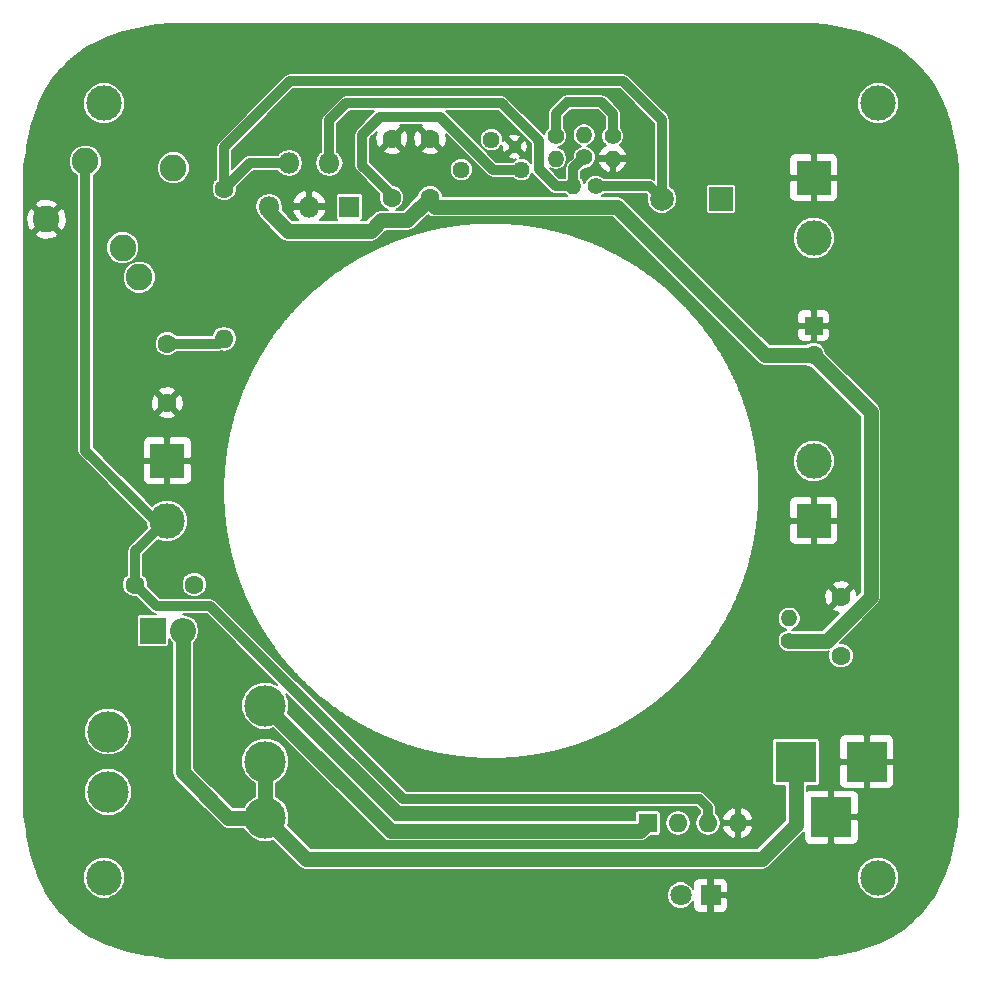
<source format=gbl>
G04 #@! TF.FileFunction,Copper,L2,Bot,Signal*
%FSLAX45Y45*%
G04 Gerber Fmt 4.5, Leading zero omitted, Abs format (unit mm)*
G04 Created by KiCad (PCBNEW 4.0.7-e2-6376~58~ubuntu16.04.1) date Thu Oct 12 10:32:20 2017*
%MOMM*%
%LPD*%
G01*
G04 APERTURE LIST*
%ADD10C,0.020000*%
%ADD11R,2.200000X2.200000*%
%ADD12O,2.200000X2.200000*%
%ADD13C,3.500000*%
%ADD14C,3.000000*%
%ADD15R,3.000000X3.000000*%
%ADD16C,1.440000*%
%ADD17R,1.800000X1.800000*%
%ADD18C,1.800000*%
%ADD19C,1.400000*%
%ADD20O,1.400000X1.400000*%
%ADD21C,1.600000*%
%ADD22O,1.600000X1.600000*%
%ADD23O,1.800000X1.800000*%
%ADD24R,1.600000X1.600000*%
%ADD25C,2.000000*%
%ADD26R,2.000000X2.000000*%
%ADD27R,3.500000X3.500000*%
%ADD28C,2.250000*%
%ADD29C,1.000000*%
%ADD30C,1.270000*%
%ADD31C,0.813000*%
%ADD32C,0.150000*%
G04 APERTURE END LIST*
D10*
D11*
X12135358Y-11183112D03*
D12*
X12389358Y-11183112D03*
D13*
X11757096Y-12548600D03*
X11757096Y-12038600D03*
X13087096Y-12768600D03*
X13087096Y-12293600D03*
X13087096Y-11818600D03*
D14*
X12257278Y-10253472D03*
D15*
X12257278Y-9745472D03*
D16*
X15254732Y-7281164D03*
X15000732Y-7027164D03*
X14746732Y-7281164D03*
D15*
X17730000Y-7350000D03*
D14*
X17730000Y-7858000D03*
D15*
X17730000Y-10254000D03*
D14*
X17730000Y-9746000D03*
D17*
X16856710Y-13425170D03*
D18*
X16602710Y-13425170D03*
D19*
X15786100Y-7177786D03*
D20*
X15786100Y-6987786D03*
D14*
X11720000Y-13275000D03*
X18275000Y-13275000D03*
X18275000Y-6720000D03*
X11720000Y-6720000D03*
D21*
X12739624Y-7441184D03*
D22*
X12739624Y-8711184D03*
D17*
X13799820Y-7593330D03*
D23*
X13629820Y-7223330D03*
X13459820Y-7593330D03*
X13289820Y-7223330D03*
X13119820Y-7593330D03*
D19*
X15544800Y-6996684D03*
D20*
X15544800Y-7186684D03*
D19*
X17522190Y-11269980D03*
D20*
X17522190Y-11079980D03*
D19*
X16028924Y-6996684D03*
D20*
X16028924Y-7186684D03*
D19*
X15884144Y-7421880D03*
D20*
X15694144Y-7421880D03*
D24*
X16325850Y-12813030D03*
D22*
X16579850Y-12813030D03*
X16833850Y-12813030D03*
X17087850Y-12813030D03*
D25*
X16445484Y-7527036D03*
D26*
X16945484Y-7527036D03*
D21*
X14157198Y-7018528D03*
X14157198Y-7518528D03*
X17960340Y-10896600D03*
X17960340Y-11396600D03*
X17730000Y-8851900D03*
D24*
X17730000Y-8601900D03*
D21*
X14482064Y-7518528D03*
X14482064Y-7018528D03*
X12485370Y-10793730D03*
X11985370Y-10793730D03*
X12257278Y-9253220D03*
X12257278Y-8753220D03*
D27*
X17579340Y-12293600D03*
X18179340Y-12293600D03*
X17879340Y-12763600D03*
D28*
X11234800Y-7701400D03*
X11564800Y-7211400D03*
X12309800Y-7266400D03*
X11879800Y-7941400D03*
X12019800Y-8191400D03*
D29*
X15197328Y-7085076D03*
D30*
X14482064Y-7518528D02*
X14482064Y-7555738D01*
X14482064Y-7555738D02*
X14520418Y-7594092D01*
X16062706Y-7594092D02*
X16194024Y-7725410D01*
X14520418Y-7594092D02*
X16062706Y-7594092D01*
X17320514Y-8851900D02*
X17730000Y-8851900D01*
X16194024Y-7725410D02*
X17320514Y-8851900D01*
X13119820Y-7593330D02*
X13119820Y-7641040D01*
X13119820Y-7641040D02*
X13278612Y-7799832D01*
X13278612Y-7799832D02*
X13981176Y-7799832D01*
X13981176Y-7799832D02*
X14069568Y-7711440D01*
X14069568Y-7711440D02*
X14289152Y-7711440D01*
X14289152Y-7711440D02*
X14482064Y-7518528D01*
X17522190Y-11269980D02*
X17839944Y-11269980D01*
X18211800Y-9333700D02*
X17730000Y-8851900D01*
X18211800Y-10898124D02*
X18211800Y-9333700D01*
X17839944Y-11269980D02*
X18211800Y-10898124D01*
X13087096Y-11818600D02*
X13088600Y-11818600D01*
X13088600Y-11818600D02*
X14147800Y-12877800D01*
X14147800Y-12877800D02*
X16261080Y-12877800D01*
X16261080Y-12877800D02*
X16325850Y-12813030D01*
D31*
X16833850Y-12813030D02*
X16833850Y-12681966D01*
X12169266Y-10977626D02*
X11985370Y-10793730D01*
X12620498Y-10977626D02*
X12169266Y-10977626D01*
X14254988Y-12612116D02*
X12620498Y-10977626D01*
X16764000Y-12612116D02*
X14254988Y-12612116D01*
X16833850Y-12681966D02*
X16764000Y-12612116D01*
X12257278Y-10253472D02*
X12244578Y-10253472D01*
X12244578Y-10253472D02*
X11985370Y-10512680D01*
X11985370Y-10512680D02*
X11985370Y-10793730D01*
X12257278Y-10253472D02*
X12158980Y-10253472D01*
X12158980Y-10253472D02*
X11564800Y-9659292D01*
X11564800Y-9659292D02*
X11564800Y-9144200D01*
X11564800Y-7211400D02*
X11564800Y-9144200D01*
X16445484Y-7527036D02*
X16445484Y-6862064D01*
X12739624Y-7091426D02*
X12739624Y-7441184D01*
X13296900Y-6534150D02*
X12739624Y-7091426D01*
X16117570Y-6534150D02*
X13296900Y-6534150D01*
X16445484Y-6862064D02*
X16117570Y-6534150D01*
X15884144Y-7421880D02*
X16340328Y-7421880D01*
X16340328Y-7421880D02*
X16445484Y-7527036D01*
X13289820Y-7223330D02*
X12957478Y-7223330D01*
X12957478Y-7223330D02*
X12739624Y-7441184D01*
X12257278Y-8753220D02*
X12697588Y-8753220D01*
X12697588Y-8753220D02*
X12739624Y-8711184D01*
X14157198Y-7518528D02*
X14157198Y-7496302D01*
X14157198Y-7496302D02*
X13908532Y-7247636D01*
X13908532Y-7247636D02*
X13908532Y-6985000D01*
X13908532Y-6985000D02*
X14059408Y-6834124D01*
X14059408Y-6834124D02*
X14567916Y-6834124D01*
X14567916Y-6834124D02*
X15014956Y-7281164D01*
X15014956Y-7281164D02*
X15254732Y-7281164D01*
D30*
X12389358Y-11183112D02*
X12389358Y-12384024D01*
X12440412Y-12435078D02*
X12440412Y-12434824D01*
X12389358Y-12384024D02*
X12440412Y-12435078D01*
X17579340Y-12293600D02*
X17579340Y-12829032D01*
X13435564Y-13117068D02*
X13087096Y-12768600D01*
X17291304Y-13117068D02*
X13435564Y-13117068D01*
X17579340Y-12829032D02*
X17291304Y-13117068D01*
X12774188Y-12768600D02*
X13087096Y-12768600D01*
X12440412Y-12434824D02*
X12774188Y-12768600D01*
X13087096Y-12768600D02*
X13087096Y-12293600D01*
D31*
X13629820Y-7223330D02*
X13629820Y-6864170D01*
X14207490Y-6719570D02*
X14207490Y-6718300D01*
X13774420Y-6719570D02*
X14207490Y-6719570D01*
X13629820Y-6864170D02*
X13774420Y-6719570D01*
X15694144Y-7421880D02*
X15694144Y-7269742D01*
X15694144Y-7269742D02*
X15786100Y-7177786D01*
X13629820Y-7223330D02*
X13629820Y-7210880D01*
X15405100Y-7277100D02*
X15549880Y-7421880D01*
X15549880Y-7421880D02*
X15694144Y-7421880D01*
X14207490Y-6718300D02*
X15087600Y-6718300D01*
X15087600Y-6718300D02*
X15405100Y-7035800D01*
X15405100Y-7035800D02*
X15405100Y-7277100D01*
X15544800Y-6996684D02*
X15544800Y-6808978D01*
X16028924Y-6805676D02*
X16028924Y-6996684D01*
X15932912Y-6709664D02*
X16028924Y-6805676D01*
X15644114Y-6709664D02*
X15932912Y-6709664D01*
X15544800Y-6808978D02*
X15644114Y-6709664D01*
D32*
G36*
X17789911Y-6052832D02*
X17830897Y-6059330D01*
X17871670Y-6066008D01*
X17912199Y-6072968D01*
X17952423Y-6080305D01*
X17992342Y-6088125D01*
X18031897Y-6096521D01*
X18071069Y-6105595D01*
X18109825Y-6115444D01*
X18148127Y-6126165D01*
X18185945Y-6137853D01*
X18223255Y-6150606D01*
X18260025Y-6164521D01*
X18296225Y-6179693D01*
X18331832Y-6196219D01*
X18366841Y-6214206D01*
X18401242Y-6233708D01*
X18435004Y-6254689D01*
X18468056Y-6277085D01*
X18500339Y-6300837D01*
X18531780Y-6325879D01*
X18562318Y-6352149D01*
X18591884Y-6379581D01*
X18620418Y-6408115D01*
X18647852Y-6437684D01*
X18674121Y-6468219D01*
X18699165Y-6499664D01*
X18722914Y-6531942D01*
X18745311Y-6564996D01*
X18766291Y-6598756D01*
X18785795Y-6633160D01*
X18803780Y-6668166D01*
X18820307Y-6703776D01*
X18835478Y-6739974D01*
X18849393Y-6776743D01*
X18862147Y-6814055D01*
X18873835Y-6851872D01*
X18884556Y-6890175D01*
X18894405Y-6928932D01*
X18903478Y-6968101D01*
X18911875Y-7007659D01*
X18919694Y-7047575D01*
X18927033Y-7087807D01*
X18933990Y-7128321D01*
X18940670Y-7169102D01*
X18947168Y-7210089D01*
X18953262Y-7249171D01*
X18953262Y-12750829D01*
X18947168Y-12789911D01*
X18940670Y-12830897D01*
X18933990Y-12871679D01*
X18927033Y-12912193D01*
X18919694Y-12952425D01*
X18911875Y-12992341D01*
X18903478Y-13031899D01*
X18894405Y-13071069D01*
X18884556Y-13109825D01*
X18873835Y-13148127D01*
X18862147Y-13185945D01*
X18849393Y-13223256D01*
X18835479Y-13260024D01*
X18820307Y-13296224D01*
X18803780Y-13331834D01*
X18785795Y-13366841D01*
X18766292Y-13401243D01*
X18745312Y-13435003D01*
X18722915Y-13468056D01*
X18699164Y-13500337D01*
X18674121Y-13531780D01*
X18647852Y-13562316D01*
X18620418Y-13591885D01*
X18591886Y-13620417D01*
X18562318Y-13647851D01*
X18531780Y-13674120D01*
X18500339Y-13699162D01*
X18468056Y-13722915D01*
X18435004Y-13745311D01*
X18401243Y-13766291D01*
X18366840Y-13785795D01*
X18331834Y-13803780D01*
X18296226Y-13820306D01*
X18260024Y-13835479D01*
X18223256Y-13849393D01*
X18185945Y-13862147D01*
X18148128Y-13873834D01*
X18109825Y-13884555D01*
X18071069Y-13894404D01*
X18031897Y-13903478D01*
X17992341Y-13911875D01*
X17952424Y-13919694D01*
X17912199Y-13927031D01*
X17871670Y-13933991D01*
X17830897Y-13940669D01*
X17789911Y-13947167D01*
X17750828Y-13953261D01*
X12249172Y-13953261D01*
X12210090Y-13947167D01*
X12169104Y-13940669D01*
X12128333Y-13933991D01*
X12087804Y-13927031D01*
X12047576Y-13919694D01*
X12007661Y-13911875D01*
X11968102Y-13903478D01*
X11928932Y-13894404D01*
X11890176Y-13884555D01*
X11851873Y-13873835D01*
X11814055Y-13862147D01*
X11776744Y-13849393D01*
X11739975Y-13835478D01*
X11703776Y-13820307D01*
X11668167Y-13803780D01*
X11633161Y-13785795D01*
X11598757Y-13766291D01*
X11564998Y-13745311D01*
X11531946Y-13722916D01*
X11499662Y-13699162D01*
X11468222Y-13674122D01*
X11437684Y-13647852D01*
X11408116Y-13620419D01*
X11379583Y-13591885D01*
X11352148Y-13562316D01*
X11325878Y-13531779D01*
X11300838Y-13500339D01*
X11277086Y-13468056D01*
X11254690Y-13435004D01*
X11233709Y-13401243D01*
X11214206Y-13366841D01*
X11196219Y-13331832D01*
X11186157Y-13310152D01*
X11542469Y-13310152D01*
X11569435Y-13375414D01*
X11619323Y-13425389D01*
X11684538Y-13452469D01*
X11755152Y-13452531D01*
X11765053Y-13448440D01*
X16485190Y-13448440D01*
X16503040Y-13491641D01*
X16536065Y-13524724D01*
X16579235Y-13542650D01*
X16625980Y-13542690D01*
X16669181Y-13524840D01*
X16702264Y-13491815D01*
X16708410Y-13477013D01*
X16708410Y-13526767D01*
X16717286Y-13548194D01*
X16733686Y-13564594D01*
X16755113Y-13573470D01*
X16824235Y-13573470D01*
X16838810Y-13558895D01*
X16838810Y-13443070D01*
X16874610Y-13443070D01*
X16874610Y-13558895D01*
X16889185Y-13573470D01*
X16958307Y-13573470D01*
X16979734Y-13564594D01*
X16996134Y-13548194D01*
X17005010Y-13526767D01*
X17005010Y-13457645D01*
X16990435Y-13443070D01*
X16874610Y-13443070D01*
X16838810Y-13443070D01*
X16836810Y-13443070D01*
X16836810Y-13407270D01*
X16838810Y-13407270D01*
X16838810Y-13291445D01*
X16874610Y-13291445D01*
X16874610Y-13407270D01*
X16990435Y-13407270D01*
X17005010Y-13392695D01*
X17005010Y-13323573D01*
X16999451Y-13310152D01*
X18097469Y-13310152D01*
X18124435Y-13375414D01*
X18174323Y-13425389D01*
X18239538Y-13452469D01*
X18310152Y-13452531D01*
X18375414Y-13425565D01*
X18425389Y-13375677D01*
X18452469Y-13310462D01*
X18452531Y-13239848D01*
X18425565Y-13174586D01*
X18375677Y-13124611D01*
X18310462Y-13097531D01*
X18239848Y-13097469D01*
X18174586Y-13124435D01*
X18124611Y-13174323D01*
X18097531Y-13239538D01*
X18097469Y-13310152D01*
X16999451Y-13310152D01*
X16996134Y-13302146D01*
X16979734Y-13285746D01*
X16958307Y-13276870D01*
X16889185Y-13276870D01*
X16874610Y-13291445D01*
X16838810Y-13291445D01*
X16824235Y-13276870D01*
X16755113Y-13276870D01*
X16733686Y-13285746D01*
X16717286Y-13302146D01*
X16708410Y-13323573D01*
X16708410Y-13373293D01*
X16702380Y-13358698D01*
X16669355Y-13325616D01*
X16626185Y-13307690D01*
X16579440Y-13307650D01*
X16536238Y-13325500D01*
X16503156Y-13358525D01*
X16485230Y-13401695D01*
X16485190Y-13448440D01*
X11765053Y-13448440D01*
X11820414Y-13425565D01*
X11870389Y-13375677D01*
X11897469Y-13310462D01*
X11897531Y-13239848D01*
X11870565Y-13174586D01*
X11820677Y-13124611D01*
X11755462Y-13097531D01*
X11684848Y-13097469D01*
X11619586Y-13124435D01*
X11569611Y-13174323D01*
X11542531Y-13239538D01*
X11542469Y-13310152D01*
X11186157Y-13310152D01*
X11179694Y-13296225D01*
X11164521Y-13260024D01*
X11150607Y-13223255D01*
X11137853Y-13185945D01*
X11126165Y-13148127D01*
X11115445Y-13109825D01*
X11105595Y-13071068D01*
X11096522Y-13031898D01*
X11088126Y-12992343D01*
X11080306Y-12952423D01*
X11072967Y-12912190D01*
X11066009Y-12871670D01*
X11059331Y-12830897D01*
X11052833Y-12789911D01*
X11046739Y-12750829D01*
X11046739Y-12588703D01*
X11554561Y-12588703D01*
X11585325Y-12663157D01*
X11642239Y-12720171D01*
X11716639Y-12751065D01*
X11797199Y-12751135D01*
X11871653Y-12720371D01*
X11928667Y-12663457D01*
X11959561Y-12589056D01*
X11959631Y-12508497D01*
X11928867Y-12434043D01*
X11871953Y-12377029D01*
X11797552Y-12346135D01*
X11716993Y-12346065D01*
X11642539Y-12376829D01*
X11585525Y-12433743D01*
X11554631Y-12508143D01*
X11554561Y-12588703D01*
X11046739Y-12588703D01*
X11046739Y-12078703D01*
X11554561Y-12078703D01*
X11585325Y-12153157D01*
X11642239Y-12210171D01*
X11716639Y-12241065D01*
X11797199Y-12241135D01*
X11871653Y-12210371D01*
X11928667Y-12153457D01*
X11959561Y-12079056D01*
X11959631Y-11998497D01*
X11928867Y-11924043D01*
X11871953Y-11867029D01*
X11797552Y-11836135D01*
X11716993Y-11836065D01*
X11642539Y-11866829D01*
X11585525Y-11923743D01*
X11554631Y-11998143D01*
X11554561Y-12078703D01*
X11046739Y-12078703D01*
X11046739Y-7826179D01*
X11135336Y-7826179D01*
X11147463Y-7852062D01*
X11211767Y-7874016D01*
X11279578Y-7869691D01*
X11322137Y-7852062D01*
X11334264Y-7826179D01*
X11234800Y-7726714D01*
X11135336Y-7826179D01*
X11046739Y-7826179D01*
X11046739Y-7678367D01*
X11062184Y-7678367D01*
X11066509Y-7746178D01*
X11084138Y-7788737D01*
X11110021Y-7800864D01*
X11209486Y-7701400D01*
X11260114Y-7701400D01*
X11359579Y-7800864D01*
X11385462Y-7788737D01*
X11407416Y-7724433D01*
X11403091Y-7656622D01*
X11385462Y-7614063D01*
X11359579Y-7601935D01*
X11260114Y-7701400D01*
X11209486Y-7701400D01*
X11110021Y-7601935D01*
X11084138Y-7614063D01*
X11062184Y-7678367D01*
X11046739Y-7678367D01*
X11046739Y-7576621D01*
X11135336Y-7576621D01*
X11234800Y-7676086D01*
X11334264Y-7576621D01*
X11322137Y-7550738D01*
X11257833Y-7528784D01*
X11190022Y-7533109D01*
X11147463Y-7550738D01*
X11135336Y-7576621D01*
X11046739Y-7576621D01*
X11046739Y-7249171D01*
X11048305Y-7239126D01*
X11424776Y-7239126D01*
X11446044Y-7290600D01*
X11485393Y-7330017D01*
X11496650Y-7334691D01*
X11496650Y-9659292D01*
X11501838Y-9685372D01*
X11516611Y-9707481D01*
X12079763Y-10270634D01*
X12079747Y-10288624D01*
X12089484Y-10312188D01*
X11937181Y-10464491D01*
X11922408Y-10486600D01*
X11917220Y-10512680D01*
X11917220Y-10709866D01*
X11894289Y-10732757D01*
X11877889Y-10772253D01*
X11877851Y-10815019D01*
X11894183Y-10854544D01*
X11924397Y-10884811D01*
X11963893Y-10901211D01*
X11996501Y-10901240D01*
X12121077Y-11025815D01*
X12143186Y-11040588D01*
X12165733Y-11045073D01*
X12025358Y-11045073D01*
X12015167Y-11046991D01*
X12005807Y-11053014D01*
X11999528Y-11062203D01*
X11997319Y-11073112D01*
X11997319Y-11293112D01*
X11999237Y-11303303D01*
X12005260Y-11312663D01*
X12014449Y-11318942D01*
X12025358Y-11321151D01*
X12245358Y-11321151D01*
X12255549Y-11319233D01*
X12264909Y-11313210D01*
X12271188Y-11304021D01*
X12273397Y-11293112D01*
X12273397Y-11256333D01*
X12289437Y-11280339D01*
X12298358Y-11286300D01*
X12298358Y-12384024D01*
X12305285Y-12418848D01*
X12325011Y-12448371D01*
X12376065Y-12499425D01*
X12376831Y-12499936D01*
X12709841Y-12832947D01*
X12739364Y-12852673D01*
X12774188Y-12859600D01*
X12905591Y-12859600D01*
X12915325Y-12883157D01*
X12972239Y-12940171D01*
X13046639Y-12971065D01*
X13127199Y-12971135D01*
X13151073Y-12961270D01*
X13371217Y-13181415D01*
X13400740Y-13201141D01*
X13435564Y-13208068D01*
X17291304Y-13208068D01*
X17326128Y-13201141D01*
X17355651Y-13181415D01*
X17643687Y-12893379D01*
X17646040Y-12889857D01*
X17646040Y-12950197D01*
X17654916Y-12971624D01*
X17671316Y-12988024D01*
X17692743Y-12996900D01*
X17846865Y-12996900D01*
X17861440Y-12982325D01*
X17861440Y-12781500D01*
X17897240Y-12781500D01*
X17897240Y-12982325D01*
X17911815Y-12996900D01*
X18065937Y-12996900D01*
X18087364Y-12988024D01*
X18103764Y-12971624D01*
X18112640Y-12950197D01*
X18112640Y-12796075D01*
X18098065Y-12781500D01*
X17897240Y-12781500D01*
X17861440Y-12781500D01*
X17859440Y-12781500D01*
X17859440Y-12745700D01*
X17861440Y-12745700D01*
X17861440Y-12544875D01*
X17897240Y-12544875D01*
X17897240Y-12745700D01*
X18098065Y-12745700D01*
X18112640Y-12731125D01*
X18112640Y-12577003D01*
X18103764Y-12555576D01*
X18087364Y-12539176D01*
X18065937Y-12530300D01*
X17911815Y-12530300D01*
X17897240Y-12544875D01*
X17861440Y-12544875D01*
X17846865Y-12530300D01*
X17692743Y-12530300D01*
X17671316Y-12539176D01*
X17670340Y-12540151D01*
X17670340Y-12496639D01*
X17754340Y-12496639D01*
X17764531Y-12494721D01*
X17773891Y-12488698D01*
X17780170Y-12479509D01*
X17782379Y-12468600D01*
X17782379Y-12326075D01*
X17946040Y-12326075D01*
X17946040Y-12480197D01*
X17954916Y-12501624D01*
X17971316Y-12518024D01*
X17992743Y-12526900D01*
X18146865Y-12526900D01*
X18161440Y-12512325D01*
X18161440Y-12311500D01*
X18197240Y-12311500D01*
X18197240Y-12512325D01*
X18211815Y-12526900D01*
X18365937Y-12526900D01*
X18387364Y-12518024D01*
X18403764Y-12501624D01*
X18412640Y-12480197D01*
X18412640Y-12326075D01*
X18398065Y-12311500D01*
X18197240Y-12311500D01*
X18161440Y-12311500D01*
X17960615Y-12311500D01*
X17946040Y-12326075D01*
X17782379Y-12326075D01*
X17782379Y-12118600D01*
X17780461Y-12108409D01*
X17779557Y-12107003D01*
X17946040Y-12107003D01*
X17946040Y-12261125D01*
X17960615Y-12275700D01*
X18161440Y-12275700D01*
X18161440Y-12074875D01*
X18197240Y-12074875D01*
X18197240Y-12275700D01*
X18398065Y-12275700D01*
X18412640Y-12261125D01*
X18412640Y-12107003D01*
X18403764Y-12085576D01*
X18387364Y-12069176D01*
X18365937Y-12060300D01*
X18211815Y-12060300D01*
X18197240Y-12074875D01*
X18161440Y-12074875D01*
X18146865Y-12060300D01*
X17992743Y-12060300D01*
X17971316Y-12069176D01*
X17954916Y-12085576D01*
X17946040Y-12107003D01*
X17779557Y-12107003D01*
X17774438Y-12099049D01*
X17765249Y-12092770D01*
X17754340Y-12090561D01*
X17404340Y-12090561D01*
X17394149Y-12092479D01*
X17384789Y-12098502D01*
X17378510Y-12107691D01*
X17376301Y-12118600D01*
X17376301Y-12468600D01*
X17378219Y-12478791D01*
X17384242Y-12488151D01*
X17393431Y-12494430D01*
X17404340Y-12496639D01*
X17488340Y-12496639D01*
X17488340Y-12791339D01*
X17253611Y-13026068D01*
X13473257Y-13026068D01*
X13279786Y-12832597D01*
X13289561Y-12809056D01*
X13289631Y-12728497D01*
X13258867Y-12654043D01*
X13201953Y-12597029D01*
X13178096Y-12587123D01*
X13178096Y-12475105D01*
X13201653Y-12465371D01*
X13258667Y-12408457D01*
X13289561Y-12334056D01*
X13289631Y-12253497D01*
X13258867Y-12179043D01*
X13201953Y-12122029D01*
X13127552Y-12091135D01*
X13046993Y-12091065D01*
X12972539Y-12121829D01*
X12915525Y-12178743D01*
X12884631Y-12253143D01*
X12884561Y-12333703D01*
X12915325Y-12408157D01*
X12972239Y-12465171D01*
X12996096Y-12475077D01*
X12996096Y-12587095D01*
X12972539Y-12596829D01*
X12915525Y-12653743D01*
X12905619Y-12677600D01*
X12811881Y-12677600D01*
X12504759Y-12370477D01*
X12503993Y-12369966D01*
X12480358Y-12346331D01*
X12480358Y-11286300D01*
X12489279Y-11280339D01*
X12519085Y-11235731D01*
X12529552Y-11183112D01*
X12519085Y-11130493D01*
X12489279Y-11085885D01*
X12444671Y-11056079D01*
X12392876Y-11045776D01*
X12592269Y-11045776D01*
X13187536Y-11641043D01*
X13127552Y-11616135D01*
X13046993Y-11616065D01*
X12972539Y-11646829D01*
X12915525Y-11703743D01*
X12884631Y-11778143D01*
X12884561Y-11858703D01*
X12915325Y-11933157D01*
X12972239Y-11990171D01*
X13046639Y-12021065D01*
X13127199Y-12021135D01*
X13152137Y-12010831D01*
X14083453Y-12942147D01*
X14112976Y-12961873D01*
X14147800Y-12968800D01*
X16261080Y-12968800D01*
X16295904Y-12961873D01*
X16325427Y-12942147D01*
X16346505Y-12921069D01*
X16405850Y-12921069D01*
X16416041Y-12919151D01*
X16425401Y-12913128D01*
X16431680Y-12903939D01*
X16433889Y-12893030D01*
X16433889Y-12813030D01*
X16470244Y-12813030D01*
X16478427Y-12854168D01*
X16501730Y-12889044D01*
X16536605Y-12912347D01*
X16577744Y-12920530D01*
X16581956Y-12920530D01*
X16623094Y-12912347D01*
X16657970Y-12889044D01*
X16681273Y-12854168D01*
X16689456Y-12813030D01*
X16681273Y-12771891D01*
X16657970Y-12737016D01*
X16623094Y-12713713D01*
X16581956Y-12705530D01*
X16577744Y-12705530D01*
X16536605Y-12713713D01*
X16501730Y-12737016D01*
X16478427Y-12771891D01*
X16470244Y-12813030D01*
X16433889Y-12813030D01*
X16433889Y-12733030D01*
X16431971Y-12722839D01*
X16425948Y-12713479D01*
X16416759Y-12707200D01*
X16405850Y-12704991D01*
X16245850Y-12704991D01*
X16235659Y-12706909D01*
X16226299Y-12712932D01*
X16220020Y-12722121D01*
X16217811Y-12733030D01*
X16217811Y-12786800D01*
X14185493Y-12786800D01*
X13280227Y-11881534D01*
X13289561Y-11859056D01*
X13289631Y-11778497D01*
X13264733Y-11718240D01*
X14206799Y-12660305D01*
X14228908Y-12675078D01*
X14254988Y-12680266D01*
X16735771Y-12680266D01*
X16765700Y-12710195D01*
X16765700Y-12730354D01*
X16755730Y-12737016D01*
X16732427Y-12771891D01*
X16724244Y-12813030D01*
X16732427Y-12854168D01*
X16755730Y-12889044D01*
X16790606Y-12912347D01*
X16831744Y-12920530D01*
X16835956Y-12920530D01*
X16877095Y-12912347D01*
X16911970Y-12889044D01*
X16935273Y-12854168D01*
X16935672Y-12852162D01*
X16955202Y-12852162D01*
X16966382Y-12879156D01*
X17000933Y-12920607D01*
X17048717Y-12945680D01*
X17069950Y-12935593D01*
X17069950Y-12830930D01*
X17105750Y-12830930D01*
X17105750Y-12935593D01*
X17126983Y-12945680D01*
X17174767Y-12920607D01*
X17209319Y-12879156D01*
X17220498Y-12852162D01*
X17210273Y-12830930D01*
X17105750Y-12830930D01*
X17069950Y-12830930D01*
X16965427Y-12830930D01*
X16955202Y-12852162D01*
X16935672Y-12852162D01*
X16943456Y-12813030D01*
X16935672Y-12773897D01*
X16955202Y-12773897D01*
X16965427Y-12795130D01*
X17069950Y-12795130D01*
X17069950Y-12690467D01*
X17105750Y-12690467D01*
X17105750Y-12795130D01*
X17210273Y-12795130D01*
X17220498Y-12773897D01*
X17209319Y-12746904D01*
X17174767Y-12705453D01*
X17126983Y-12680380D01*
X17105750Y-12690467D01*
X17069950Y-12690467D01*
X17048717Y-12680380D01*
X17000933Y-12705453D01*
X16966382Y-12746904D01*
X16955202Y-12773897D01*
X16935672Y-12773897D01*
X16935273Y-12771891D01*
X16911970Y-12737016D01*
X16902000Y-12730354D01*
X16902000Y-12681966D01*
X16896812Y-12655886D01*
X16882039Y-12633777D01*
X16812189Y-12563927D01*
X16790080Y-12549154D01*
X16764000Y-12543966D01*
X14283217Y-12543966D01*
X12668687Y-10929437D01*
X12646578Y-10914664D01*
X12620498Y-10909476D01*
X12197495Y-10909476D01*
X12103038Y-10815019D01*
X12377851Y-10815019D01*
X12394183Y-10854544D01*
X12424397Y-10884811D01*
X12463893Y-10901211D01*
X12506659Y-10901249D01*
X12546184Y-10884917D01*
X12576451Y-10854703D01*
X12592851Y-10815207D01*
X12592889Y-10772441D01*
X12576557Y-10732916D01*
X12546343Y-10702649D01*
X12506847Y-10686249D01*
X12464081Y-10686211D01*
X12424556Y-10702543D01*
X12394289Y-10732757D01*
X12377889Y-10772253D01*
X12377851Y-10815019D01*
X12103038Y-10815019D01*
X12092860Y-10804842D01*
X12092889Y-10772441D01*
X12076557Y-10732916D01*
X12053520Y-10709838D01*
X12053520Y-10540909D01*
X12180601Y-10413827D01*
X12221816Y-10430941D01*
X12292430Y-10431003D01*
X12357692Y-10404037D01*
X12407667Y-10354149D01*
X12434747Y-10288934D01*
X12434809Y-10218320D01*
X12407843Y-10153058D01*
X12357955Y-10103083D01*
X12292740Y-10076003D01*
X12222126Y-10075941D01*
X12156864Y-10102907D01*
X12130806Y-10128919D01*
X11997251Y-9995364D01*
X12730430Y-9995364D01*
X12730439Y-9995410D01*
X12730430Y-9995455D01*
X12730441Y-10002832D01*
X12730450Y-10002876D01*
X12730441Y-10002919D01*
X12730474Y-10009966D01*
X12730482Y-10010007D01*
X12730475Y-10010047D01*
X12730526Y-10016763D01*
X12730534Y-10016801D01*
X12730527Y-10016839D01*
X12730593Y-10023224D01*
X12730600Y-10023259D01*
X12730594Y-10023294D01*
X12730672Y-10029347D01*
X12730679Y-10029378D01*
X12730673Y-10029409D01*
X12730760Y-10035130D01*
X12730765Y-10035156D01*
X12730761Y-10035182D01*
X12730852Y-10040571D01*
X12730857Y-10040593D01*
X12730853Y-10040615D01*
X12730948Y-10045684D01*
X12730953Y-10045708D01*
X12730949Y-10045733D01*
X12731047Y-10050548D01*
X12731054Y-10050577D01*
X12731049Y-10050606D01*
X12731153Y-10055245D01*
X12731160Y-10055276D01*
X12731155Y-10055307D01*
X12731268Y-10059851D01*
X12731275Y-10059883D01*
X12731269Y-10059915D01*
X12731392Y-10064441D01*
X12731399Y-10064473D01*
X12731394Y-10064505D01*
X12731529Y-10069093D01*
X12731536Y-10069122D01*
X12731531Y-10069152D01*
X12731681Y-10073880D01*
X12731687Y-10073907D01*
X12731683Y-10073934D01*
X12731849Y-10078881D01*
X12731854Y-10078904D01*
X12731851Y-10078927D01*
X12732035Y-10084164D01*
X12732041Y-10084191D01*
X12732037Y-10084217D01*
X12732244Y-10089763D01*
X12732251Y-10089792D01*
X12732246Y-10089822D01*
X12732476Y-10095676D01*
X12732484Y-10095709D01*
X12732479Y-10095743D01*
X12732737Y-10101905D01*
X12732745Y-10101940D01*
X12732740Y-10101977D01*
X12733027Y-10108446D01*
X12733037Y-10108484D01*
X12733031Y-10108523D01*
X12733351Y-10115298D01*
X12733361Y-10115339D01*
X12733355Y-10115381D01*
X12733711Y-10122462D01*
X12733722Y-10122504D01*
X12733716Y-10122548D01*
X12734110Y-10129934D01*
X12734122Y-10129978D01*
X12734115Y-10130024D01*
X12734551Y-10137715D01*
X12734564Y-10137763D01*
X12734557Y-10137812D01*
X12735039Y-10145808D01*
X12735052Y-10145859D01*
X12735045Y-10145911D01*
X12735576Y-10154210D01*
X12735591Y-10154264D01*
X12735583Y-10154320D01*
X12736169Y-10162921D01*
X12736184Y-10162979D01*
X12736177Y-10163037D01*
X12736820Y-10171940D01*
X12736837Y-10172000D01*
X12736829Y-10172062D01*
X12737536Y-10181265D01*
X12737553Y-10181327D01*
X12737546Y-10181391D01*
X12738319Y-10190895D01*
X12738337Y-10190959D01*
X12738330Y-10191025D01*
X12739175Y-10200828D01*
X12739194Y-10200894D01*
X12739186Y-10200962D01*
X12740107Y-10211061D01*
X12740126Y-10211126D01*
X12740119Y-10211193D01*
X12741114Y-10221560D01*
X12741133Y-10221622D01*
X12741126Y-10221687D01*
X12742192Y-10232272D01*
X12742210Y-10232333D01*
X12742205Y-10232396D01*
X12743336Y-10243150D01*
X12743355Y-10243210D01*
X12743349Y-10243272D01*
X12744542Y-10254144D01*
X12744561Y-10254204D01*
X12744556Y-10254267D01*
X12745806Y-10265207D01*
X12745825Y-10265268D01*
X12745820Y-10265331D01*
X12747123Y-10276289D01*
X12747143Y-10276351D01*
X12747139Y-10276417D01*
X12748489Y-10287342D01*
X12748511Y-10287407D01*
X12748506Y-10287475D01*
X12749901Y-10298317D01*
X12749923Y-10298384D01*
X12749919Y-10298454D01*
X12751354Y-10309186D01*
X12751376Y-10309252D01*
X12751372Y-10309321D01*
X12752846Y-10319942D01*
X12752868Y-10320007D01*
X12752864Y-10320075D01*
X12754375Y-10330584D01*
X12754397Y-10330648D01*
X12754394Y-10330716D01*
X12755940Y-10341115D01*
X12755962Y-10341177D01*
X12755960Y-10341244D01*
X12757539Y-10351532D01*
X12757561Y-10351593D01*
X12757559Y-10351659D01*
X12759170Y-10361836D01*
X12759193Y-10361897D01*
X12759190Y-10361962D01*
X12760832Y-10372029D01*
X12760854Y-10372089D01*
X12760852Y-10372152D01*
X12762523Y-10382109D01*
X12762545Y-10382168D01*
X12762543Y-10382231D01*
X12764240Y-10392078D01*
X12764262Y-10392136D01*
X12764261Y-10392198D01*
X12765984Y-10401935D01*
X12766006Y-10401992D01*
X12766005Y-10402053D01*
X12767752Y-10411682D01*
X12767774Y-10411738D01*
X12767773Y-10411798D01*
X12769542Y-10421318D01*
X12769564Y-10421373D01*
X12769563Y-10421432D01*
X12771354Y-10430844D01*
X12771375Y-10430898D01*
X12771375Y-10430956D01*
X12773185Y-10440260D01*
X12773207Y-10440313D01*
X12773207Y-10440371D01*
X12775035Y-10449566D01*
X12775056Y-10449618D01*
X12775056Y-10449675D01*
X12776901Y-10458763D01*
X12776923Y-10458815D01*
X12776923Y-10458871D01*
X12778785Y-10467859D01*
X12778807Y-10467912D01*
X12778808Y-10467969D01*
X12780692Y-10476881D01*
X12780715Y-10476934D01*
X12780716Y-10476993D01*
X12782628Y-10485855D01*
X12782652Y-10485910D01*
X12782653Y-10485969D01*
X12784600Y-10494809D01*
X12784624Y-10494864D01*
X12784625Y-10494923D01*
X12786613Y-10503767D01*
X12786637Y-10503821D01*
X12786639Y-10503880D01*
X12788672Y-10512755D01*
X12788696Y-10512808D01*
X12788698Y-10512867D01*
X12790784Y-10521800D01*
X12790808Y-10521852D01*
X12790810Y-10521909D01*
X12792955Y-10530927D01*
X12792979Y-10530978D01*
X12792981Y-10531033D01*
X12795190Y-10540159D01*
X12795214Y-10540210D01*
X12795216Y-10540266D01*
X12797492Y-10549503D01*
X12797516Y-10549555D01*
X12797519Y-10549613D01*
X12799863Y-10558961D01*
X12799888Y-10559014D01*
X12799891Y-10559073D01*
X12802305Y-10568530D01*
X12802331Y-10568585D01*
X12802335Y-10568645D01*
X12804820Y-10578211D01*
X12804847Y-10578267D01*
X12804851Y-10578329D01*
X12807410Y-10588004D01*
X12807438Y-10588060D01*
X12807442Y-10588122D01*
X12810076Y-10597905D01*
X12810105Y-10597963D01*
X12810109Y-10598026D01*
X12812821Y-10607917D01*
X12812850Y-10607975D01*
X12812855Y-10608039D01*
X12815646Y-10618036D01*
X12815676Y-10618095D01*
X12815681Y-10618161D01*
X12818553Y-10628263D01*
X12818583Y-10628323D01*
X12818589Y-10628390D01*
X12821543Y-10638597D01*
X12821575Y-10638658D01*
X12821581Y-10638726D01*
X12824621Y-10649037D01*
X12824653Y-10649099D01*
X12824660Y-10649168D01*
X12827786Y-10659582D01*
X12827819Y-10659644D01*
X12827826Y-10659715D01*
X12831041Y-10670230D01*
X12831075Y-10670294D01*
X12831082Y-10670366D01*
X12834388Y-10680982D01*
X12834423Y-10681046D01*
X12834431Y-10681119D01*
X12837829Y-10691835D01*
X12837865Y-10691899D01*
X12837873Y-10691973D01*
X12841365Y-10702784D01*
X12841400Y-10702847D01*
X12841408Y-10702918D01*
X12844981Y-10713792D01*
X12845015Y-10713852D01*
X12845024Y-10713920D01*
X12848659Y-10724803D01*
X12848692Y-10724861D01*
X12848701Y-10724927D01*
X12852380Y-10735767D01*
X12852413Y-10735824D01*
X12852422Y-10735889D01*
X12856124Y-10746635D01*
X12856157Y-10746691D01*
X12856167Y-10746756D01*
X12859874Y-10757354D01*
X12859908Y-10757412D01*
X12859918Y-10757477D01*
X12863611Y-10767876D01*
X12863646Y-10767935D01*
X12863656Y-10768003D01*
X12867316Y-10778150D01*
X12867353Y-10778211D01*
X12867364Y-10778281D01*
X12870972Y-10788127D01*
X12871009Y-10788188D01*
X12871021Y-10788260D01*
X12874565Y-10797780D01*
X12874602Y-10797839D01*
X12874613Y-10797908D01*
X12878089Y-10807104D01*
X12878125Y-10807162D01*
X12878136Y-10807228D01*
X12881540Y-10816103D01*
X12881574Y-10816158D01*
X12881585Y-10816221D01*
X12884911Y-10824775D01*
X12884944Y-10824827D01*
X12884955Y-10824888D01*
X12888199Y-10833124D01*
X12888231Y-10833173D01*
X12888242Y-10833230D01*
X12891399Y-10841149D01*
X12891429Y-10841195D01*
X12891439Y-10841249D01*
X12894505Y-10848853D01*
X12894533Y-10848896D01*
X12894543Y-10848945D01*
X12897513Y-10856236D01*
X12897539Y-10856276D01*
X12897548Y-10856322D01*
X12900420Y-10863302D01*
X12900445Y-10863340D01*
X12900454Y-10863384D01*
X12903223Y-10870054D01*
X12903247Y-10870090D01*
X12903255Y-10870132D01*
X12905919Y-10876494D01*
X12905942Y-10876528D01*
X12905951Y-10876568D01*
X12908507Y-10882623D01*
X12908528Y-10882654D01*
X12908536Y-10882691D01*
X12910981Y-10888440D01*
X12911001Y-10888469D01*
X12911008Y-10888503D01*
X12913341Y-10893948D01*
X12913358Y-10893974D01*
X12913365Y-10894004D01*
X12915581Y-10899146D01*
X12915596Y-10899168D01*
X12915602Y-10899194D01*
X12917699Y-10904035D01*
X12917713Y-10904055D01*
X12917718Y-10904079D01*
X12919704Y-10908640D01*
X12919719Y-10908663D01*
X12919725Y-10908689D01*
X12921623Y-10913026D01*
X12921641Y-10913051D01*
X12921647Y-10913081D01*
X12923484Y-10917254D01*
X12923503Y-10917281D01*
X12923510Y-10917313D01*
X12925313Y-10921382D01*
X12925332Y-10921410D01*
X12925340Y-10921442D01*
X12927135Y-10925468D01*
X12927154Y-10925494D01*
X12927161Y-10925526D01*
X12928975Y-10929569D01*
X12928992Y-10929594D01*
X12928999Y-10929623D01*
X12930858Y-10933743D01*
X12930874Y-10933765D01*
X12930880Y-10933791D01*
X12932811Y-10938047D01*
X12932825Y-10938067D01*
X12932831Y-10938092D01*
X12934854Y-10942531D01*
X12934870Y-10942552D01*
X12934876Y-10942578D01*
X12936995Y-10947206D01*
X12937013Y-10947230D01*
X12937020Y-10947259D01*
X12939237Y-10952074D01*
X12939256Y-10952100D01*
X12939263Y-10952130D01*
X12941581Y-10957133D01*
X12941601Y-10957160D01*
X12941609Y-10957193D01*
X12944028Y-10962381D01*
X12944049Y-10962410D01*
X12944058Y-10962444D01*
X12946580Y-10967818D01*
X12946602Y-10967848D01*
X12946611Y-10967884D01*
X12949238Y-10973442D01*
X12949261Y-10973473D01*
X12949270Y-10973511D01*
X12952003Y-10979252D01*
X12952027Y-10979284D01*
X12952037Y-10979323D01*
X12954878Y-10985247D01*
X12954904Y-10985281D01*
X12954914Y-10985323D01*
X12957865Y-10991428D01*
X12957892Y-10991464D01*
X12957904Y-10991508D01*
X12960966Y-10997794D01*
X12960995Y-10997831D01*
X12961007Y-10997877D01*
X12964184Y-11004342D01*
X12964214Y-11004381D01*
X12964227Y-11004429D01*
X12967520Y-11011071D01*
X12967551Y-11011111D01*
X12967565Y-11011160D01*
X12970976Y-11017979D01*
X12971009Y-11018021D01*
X12971023Y-11018073D01*
X12974556Y-11025067D01*
X12974589Y-11025109D01*
X12974604Y-11025161D01*
X12978259Y-11032329D01*
X12978294Y-11032373D01*
X12978309Y-11032426D01*
X12982087Y-11039764D01*
X12982121Y-11039806D01*
X12982136Y-11039858D01*
X12986026Y-11047341D01*
X12986059Y-11047382D01*
X12986073Y-11047432D01*
X12990058Y-11055028D01*
X12990090Y-11055068D01*
X12990105Y-11055117D01*
X12994167Y-11062793D01*
X12994200Y-11062833D01*
X12994214Y-11062881D01*
X12998338Y-11070606D01*
X12998371Y-11070645D01*
X12998386Y-11070694D01*
X13002555Y-11078435D01*
X13002588Y-11078475D01*
X13002603Y-11078524D01*
X13006800Y-11086248D01*
X13006834Y-11086290D01*
X13006850Y-11086341D01*
X13011059Y-11094016D01*
X13011094Y-11094058D01*
X13011111Y-11094111D01*
X13015315Y-11101707D01*
X13015351Y-11101749D01*
X13015368Y-11101802D01*
X13019561Y-11109307D01*
X13019597Y-11109349D01*
X13019615Y-11109402D01*
X13023796Y-11116816D01*
X13023831Y-11116858D01*
X13023848Y-11116909D01*
X13028016Y-11124234D01*
X13028051Y-11124274D01*
X13028068Y-11124325D01*
X13032222Y-11131560D01*
X13032257Y-11131600D01*
X13032274Y-11131650D01*
X13036413Y-11138796D01*
X13036447Y-11138835D01*
X13036464Y-11138884D01*
X13040587Y-11145942D01*
X13040621Y-11145980D01*
X13040638Y-11146028D01*
X13044743Y-11152998D01*
X13044777Y-11153035D01*
X13044793Y-11153083D01*
X13048881Y-11159965D01*
X13048914Y-11160002D01*
X13048931Y-11160049D01*
X13052999Y-11166843D01*
X13053032Y-11166879D01*
X13053048Y-11166925D01*
X13057097Y-11173633D01*
X13057129Y-11173669D01*
X13057146Y-11173714D01*
X13061173Y-11180336D01*
X13061205Y-11180371D01*
X13061222Y-11180416D01*
X13065228Y-11186952D01*
X13065260Y-11186987D01*
X13065276Y-11187030D01*
X13069259Y-11193482D01*
X13069290Y-11193515D01*
X13069306Y-11193558D01*
X13073266Y-11199925D01*
X13073297Y-11199958D01*
X13073313Y-11200000D01*
X13077249Y-11206283D01*
X13077279Y-11206315D01*
X13077295Y-11206357D01*
X13081206Y-11212557D01*
X13081237Y-11212589D01*
X13081253Y-11212631D01*
X13085154Y-11218771D01*
X13085188Y-11218807D01*
X13085206Y-11218853D01*
X13089131Y-11224983D01*
X13089166Y-11225020D01*
X13089185Y-11225067D01*
X13093169Y-11231240D01*
X13093205Y-11231277D01*
X13093225Y-11231326D01*
X13097303Y-11237593D01*
X13097339Y-11237630D01*
X13097359Y-11237679D01*
X13101567Y-11244093D01*
X13101602Y-11244129D01*
X13101621Y-11244176D01*
X13105994Y-11250790D01*
X13106028Y-11250824D01*
X13106046Y-11250868D01*
X13110620Y-11257735D01*
X13110651Y-11257766D01*
X13110668Y-11257807D01*
X13115477Y-11264977D01*
X13115508Y-11265008D01*
X13115525Y-11265049D01*
X13120595Y-11272557D01*
X13120630Y-11272592D01*
X13120649Y-11272637D01*
X13125988Y-11280484D01*
X13126027Y-11280522D01*
X13126048Y-11280572D01*
X13131661Y-11288752D01*
X13131703Y-11288794D01*
X13131726Y-11288848D01*
X13137618Y-11297358D01*
X13137664Y-11297402D01*
X13137689Y-11297460D01*
X13143866Y-11306297D01*
X13143914Y-11306343D01*
X13143941Y-11306404D01*
X13150408Y-11315563D01*
X13150458Y-11315611D01*
X13150487Y-11315674D01*
X13157250Y-11325152D01*
X13157303Y-11325202D01*
X13157333Y-11325268D01*
X13164397Y-11335060D01*
X13164452Y-11335111D01*
X13164484Y-11335180D01*
X13171855Y-11345282D01*
X13171914Y-11345337D01*
X13171949Y-11345410D01*
X13179634Y-11355816D01*
X13179697Y-11355874D01*
X13179734Y-11355951D01*
X13187740Y-11366654D01*
X13187807Y-11366714D01*
X13187847Y-11366795D01*
X13196181Y-11377789D01*
X13196252Y-11377851D01*
X13196293Y-11377936D01*
X13204964Y-11389214D01*
X13205037Y-11389278D01*
X13205081Y-11389366D01*
X13214094Y-11400922D01*
X13214171Y-11400988D01*
X13214217Y-11401078D01*
X13223580Y-11412905D01*
X13223660Y-11412973D01*
X13223708Y-11413066D01*
X13233429Y-11425158D01*
X13233510Y-11425226D01*
X13233560Y-11425320D01*
X13243636Y-11437662D01*
X13243715Y-11437727D01*
X13243764Y-11437817D01*
X13254157Y-11450359D01*
X13254234Y-11450421D01*
X13254281Y-11450508D01*
X13264942Y-11463188D01*
X13265018Y-11463249D01*
X13265065Y-11463334D01*
X13275943Y-11476093D01*
X13276019Y-11476153D01*
X13276066Y-11476237D01*
X13287113Y-11489015D01*
X13287189Y-11489075D01*
X13287238Y-11489159D01*
X13298403Y-11501895D01*
X13298482Y-11501955D01*
X13298532Y-11502041D01*
X13309766Y-11514675D01*
X13309848Y-11514736D01*
X13309900Y-11514824D01*
X13321155Y-11527296D01*
X13321240Y-11527359D01*
X13321296Y-11527451D01*
X13332525Y-11539705D01*
X13332611Y-11539768D01*
X13332667Y-11539859D01*
X13343854Y-11551882D01*
X13343940Y-11551944D01*
X13343996Y-11552033D01*
X13355137Y-11563827D01*
X13355221Y-11563887D01*
X13355277Y-11563975D01*
X13366368Y-11575543D01*
X13366452Y-11575602D01*
X13366507Y-11575687D01*
X13377544Y-11587033D01*
X13377627Y-11587090D01*
X13377682Y-11587173D01*
X13388661Y-11598300D01*
X13388742Y-11598355D01*
X13388796Y-11598436D01*
X13399713Y-11609346D01*
X13399793Y-11609399D01*
X13399847Y-11609479D01*
X13410697Y-11620174D01*
X13410776Y-11620226D01*
X13410829Y-11620303D01*
X13421609Y-11630787D01*
X13421687Y-11630837D01*
X13421740Y-11630913D01*
X13432446Y-11641189D01*
X13432522Y-11641238D01*
X13432574Y-11641312D01*
X13443203Y-11651382D01*
X13443279Y-11651430D01*
X13443331Y-11651502D01*
X13453879Y-11661370D01*
X13453953Y-11661416D01*
X13454005Y-11661487D01*
X13464470Y-11671155D01*
X13464543Y-11671200D01*
X13464594Y-11671269D01*
X13474972Y-11680741D01*
X13475044Y-11680784D01*
X13475094Y-11680851D01*
X13485383Y-11690129D01*
X13485453Y-11690171D01*
X13485502Y-11690236D01*
X13495698Y-11699324D01*
X13495766Y-11699364D01*
X13495814Y-11699427D01*
X13505915Y-11708327D01*
X13505983Y-11708367D01*
X13506032Y-11708430D01*
X13516042Y-11717151D01*
X13516112Y-11717191D01*
X13516161Y-11717254D01*
X13526096Y-11725809D01*
X13526166Y-11725848D01*
X13526216Y-11725912D01*
X13536088Y-11734314D01*
X13536159Y-11734353D01*
X13536210Y-11734417D01*
X13546032Y-11742679D01*
X13546104Y-11742719D01*
X13546155Y-11742782D01*
X13555942Y-11750918D01*
X13556014Y-11750957D01*
X13556065Y-11751020D01*
X13565831Y-11759042D01*
X13565902Y-11759080D01*
X13565953Y-11759142D01*
X13575711Y-11767065D01*
X13575782Y-11767102D01*
X13575833Y-11767163D01*
X13585597Y-11774999D01*
X13585667Y-11775035D01*
X13585718Y-11775096D01*
X13595495Y-11782852D01*
X13595565Y-11782888D01*
X13595616Y-11782947D01*
X13605407Y-11790626D01*
X13605476Y-11790661D01*
X13605527Y-11790720D01*
X13615331Y-11798321D01*
X13615401Y-11798356D01*
X13615452Y-11798414D01*
X13625267Y-11805938D01*
X13625337Y-11805972D01*
X13625388Y-11806030D01*
X13635215Y-11813476D01*
X13635284Y-11813510D01*
X13635336Y-11813567D01*
X13645174Y-11820937D01*
X13645243Y-11820970D01*
X13645294Y-11821027D01*
X13655142Y-11828320D01*
X13655211Y-11828353D01*
X13655262Y-11828409D01*
X13665119Y-11835627D01*
X13665188Y-11835659D01*
X13665240Y-11835714D01*
X13675105Y-11842857D01*
X13675174Y-11842888D01*
X13675226Y-11842943D01*
X13685099Y-11850010D01*
X13685168Y-11850041D01*
X13685220Y-11850096D01*
X13695101Y-11857088D01*
X13695169Y-11857119D01*
X13695221Y-11857173D01*
X13705108Y-11864091D01*
X13705177Y-11864121D01*
X13705229Y-11864174D01*
X13715122Y-11871019D01*
X13715191Y-11871048D01*
X13715242Y-11871101D01*
X13725142Y-11877872D01*
X13725210Y-11877901D01*
X13725261Y-11877953D01*
X13735166Y-11884651D01*
X13735234Y-11884680D01*
X13735286Y-11884732D01*
X13745194Y-11891357D01*
X13745262Y-11891385D01*
X13745313Y-11891436D01*
X13755225Y-11897988D01*
X13755293Y-11898016D01*
X13755345Y-11898067D01*
X13765257Y-11904546D01*
X13765325Y-11904573D01*
X13765377Y-11904624D01*
X13775286Y-11911027D01*
X13775354Y-11911054D01*
X13775407Y-11911105D01*
X13785310Y-11917432D01*
X13785378Y-11917458D01*
X13785431Y-11917508D01*
X13795326Y-11923758D01*
X13795394Y-11923784D01*
X13795447Y-11923834D01*
X13805330Y-11930004D01*
X13805399Y-11930030D01*
X13805452Y-11930079D01*
X13815320Y-11936169D01*
X13815389Y-11936195D01*
X13815443Y-11936245D01*
X13825294Y-11942252D01*
X13825363Y-11942277D01*
X13825417Y-11942327D01*
X13835247Y-11948252D01*
X13835316Y-11948276D01*
X13835370Y-11948325D01*
X13845179Y-11954168D01*
X13845247Y-11954192D01*
X13845301Y-11954240D01*
X13855088Y-11960001D01*
X13855155Y-11960025D01*
X13855209Y-11960072D01*
X13864972Y-11965752D01*
X13865040Y-11965775D01*
X13865093Y-11965822D01*
X13874832Y-11971422D01*
X13874899Y-11971445D01*
X13874953Y-11971491D01*
X13884667Y-11977011D01*
X13884734Y-11977033D01*
X13884787Y-11977079D01*
X13894476Y-11982521D01*
X13894542Y-11982542D01*
X13894595Y-11982587D01*
X13904257Y-11987952D01*
X13904323Y-11987973D01*
X13904376Y-11988017D01*
X13914011Y-11993304D01*
X13914077Y-11993325D01*
X13914129Y-11993369D01*
X13923737Y-11998580D01*
X13923802Y-11998600D01*
X13923854Y-11998643D01*
X13933434Y-12003779D01*
X13933498Y-12003799D01*
X13933550Y-12003841D01*
X13943101Y-12008902D01*
X13943164Y-12008922D01*
X13943216Y-12008964D01*
X13952737Y-12013951D01*
X13952800Y-12013970D01*
X13952852Y-12014011D01*
X13962343Y-12018926D01*
X13962406Y-12018944D01*
X13962457Y-12018985D01*
X13971917Y-12023827D01*
X13971979Y-12023845D01*
X13972030Y-12023885D01*
X13981458Y-12028656D01*
X13981520Y-12028674D01*
X13981571Y-12028714D01*
X13990967Y-12033414D01*
X13991030Y-12033432D01*
X13991082Y-12033471D01*
X14000455Y-12038107D01*
X14000519Y-12038124D01*
X14000572Y-12038164D01*
X14009937Y-12042740D01*
X14010001Y-12042757D01*
X14010055Y-12042798D01*
X14019427Y-12047322D01*
X14019492Y-12047339D01*
X14019546Y-12047379D01*
X14028940Y-12051859D01*
X14029004Y-12051876D01*
X14029058Y-12051915D01*
X14038488Y-12056357D01*
X14038553Y-12056374D01*
X14038607Y-12056413D01*
X14048088Y-12060824D01*
X14048151Y-12060840D01*
X14048205Y-12060878D01*
X14057751Y-12065265D01*
X14057815Y-12065280D01*
X14057867Y-12065318D01*
X14067494Y-12069688D01*
X14067557Y-12069703D01*
X14067610Y-12069741D01*
X14077324Y-12074096D01*
X14077388Y-12074110D01*
X14077441Y-12074148D01*
X14087243Y-12078487D01*
X14087308Y-12078502D01*
X14087362Y-12078540D01*
X14097252Y-12082863D01*
X14097318Y-12082877D01*
X14097373Y-12082915D01*
X14107352Y-12087220D01*
X14107418Y-12087234D01*
X14107474Y-12087272D01*
X14117542Y-12091557D01*
X14117609Y-12091571D01*
X14117666Y-12091610D01*
X14127823Y-12095875D01*
X14127891Y-12095888D01*
X14127948Y-12095927D01*
X14138196Y-12100170D01*
X14138264Y-12100184D01*
X14138323Y-12100222D01*
X14148660Y-12104443D01*
X14148730Y-12104456D01*
X14148789Y-12104495D01*
X14159217Y-12108691D01*
X14159287Y-12108704D01*
X14159347Y-12108743D01*
X14169867Y-12112914D01*
X14169938Y-12112927D01*
X14169998Y-12112966D01*
X14180609Y-12117110D01*
X14180681Y-12117123D01*
X14180742Y-12117162D01*
X14191445Y-12121278D01*
X14191518Y-12121291D01*
X14191580Y-12121330D01*
X14202375Y-12125417D01*
X14202448Y-12125429D01*
X14202511Y-12125468D01*
X14213398Y-12129524D01*
X14213472Y-12129536D01*
X14213536Y-12129575D01*
X14224516Y-12133599D01*
X14224591Y-12133611D01*
X14224655Y-12133650D01*
X14235729Y-12137640D01*
X14235804Y-12137652D01*
X14235869Y-12137690D01*
X14247033Y-12141646D01*
X14247108Y-12141657D01*
X14247173Y-12141695D01*
X14258423Y-12145613D01*
X14258498Y-12145623D01*
X14258563Y-12145661D01*
X14269892Y-12149538D01*
X14269967Y-12149548D01*
X14270032Y-12149586D01*
X14281435Y-12153420D01*
X14281510Y-12153429D01*
X14281575Y-12153466D01*
X14293045Y-12157255D01*
X14293119Y-12157264D01*
X14293185Y-12157301D01*
X14304716Y-12161040D01*
X14304791Y-12161049D01*
X14304857Y-12161086D01*
X14316442Y-12164774D01*
X14316517Y-12164782D01*
X14316584Y-12164819D01*
X14328217Y-12168453D01*
X14328293Y-12168461D01*
X14328360Y-12168497D01*
X14340037Y-12172076D01*
X14340113Y-12172083D01*
X14340181Y-12172119D01*
X14351900Y-12175640D01*
X14351976Y-12175648D01*
X14352044Y-12175683D01*
X14363806Y-12179147D01*
X14363882Y-12179154D01*
X14363951Y-12179189D01*
X14375755Y-12182595D01*
X14375832Y-12182601D01*
X14375900Y-12182637D01*
X14387746Y-12185984D01*
X14387824Y-12185990D01*
X14387893Y-12186025D01*
X14399781Y-12189313D01*
X14399858Y-12189319D01*
X14399928Y-12189353D01*
X14411858Y-12192582D01*
X14411936Y-12192587D01*
X14412005Y-12192622D01*
X14423978Y-12195791D01*
X14424056Y-12195795D01*
X14424126Y-12195829D01*
X14436140Y-12198938D01*
X14436218Y-12198942D01*
X14436289Y-12198976D01*
X14448345Y-12202024D01*
X14448423Y-12202028D01*
X14448494Y-12202061D01*
X14460592Y-12205047D01*
X14460670Y-12205051D01*
X14460742Y-12205084D01*
X14472881Y-12208008D01*
X14472960Y-12208011D01*
X14473032Y-12208044D01*
X14485212Y-12210906D01*
X14485292Y-12210908D01*
X14485364Y-12210941D01*
X14497586Y-12213740D01*
X14497665Y-12213742D01*
X14497737Y-12213774D01*
X14510001Y-12216509D01*
X14510080Y-12216511D01*
X14510153Y-12216543D01*
X14522458Y-12219214D01*
X14522537Y-12219215D01*
X14522610Y-12219247D01*
X14534955Y-12221854D01*
X14535034Y-12221854D01*
X14535108Y-12221885D01*
X14547485Y-12224426D01*
X14547564Y-12224426D01*
X14547636Y-12224457D01*
X14560036Y-12226929D01*
X14560115Y-12226929D01*
X14560187Y-12226959D01*
X14572599Y-12229362D01*
X14572677Y-12229362D01*
X14572749Y-12229391D01*
X14585163Y-12231722D01*
X14585241Y-12231721D01*
X14585314Y-12231750D01*
X14597718Y-12234008D01*
X14597797Y-12234007D01*
X14597870Y-12234036D01*
X14610255Y-12236218D01*
X14610334Y-12236217D01*
X14610408Y-12236245D01*
X14622763Y-12238351D01*
X14622843Y-12238348D01*
X14622917Y-12238376D01*
X14635233Y-12240403D01*
X14635312Y-12240401D01*
X14635387Y-12240428D01*
X14647659Y-12242377D01*
X14647738Y-12242373D01*
X14647812Y-12242400D01*
X14660039Y-12244271D01*
X14660118Y-12244267D01*
X14660191Y-12244294D01*
X14672373Y-12246087D01*
X14672451Y-12246084D01*
X14672525Y-12246109D01*
X14684661Y-12247828D01*
X14684738Y-12247823D01*
X14684811Y-12247848D01*
X14696901Y-12249492D01*
X14696978Y-12249487D01*
X14697051Y-12249512D01*
X14709094Y-12251082D01*
X14709170Y-12251077D01*
X14709242Y-12251101D01*
X14721238Y-12252599D01*
X14721314Y-12252594D01*
X14721386Y-12252617D01*
X14733334Y-12254044D01*
X14733409Y-12254038D01*
X14733480Y-12254061D01*
X14745380Y-12255417D01*
X14745454Y-12255411D01*
X14745525Y-12255434D01*
X14757377Y-12256721D01*
X14757451Y-12256715D01*
X14757521Y-12256736D01*
X14769324Y-12257956D01*
X14769397Y-12257949D01*
X14769466Y-12257970D01*
X14781220Y-12259122D01*
X14781292Y-12259115D01*
X14781362Y-12259136D01*
X14793066Y-12260223D01*
X14793137Y-12260215D01*
X14793206Y-12260235D01*
X14804860Y-12261257D01*
X14804931Y-12261249D01*
X14805000Y-12261269D01*
X14816603Y-12262226D01*
X14816673Y-12262218D01*
X14816741Y-12262237D01*
X14828294Y-12263132D01*
X14828364Y-12263124D01*
X14828433Y-12263143D01*
X14839948Y-12263976D01*
X14840021Y-12263967D01*
X14840091Y-12263986D01*
X14851600Y-12264759D01*
X14851674Y-12264749D01*
X14851746Y-12264768D01*
X14863280Y-12265481D01*
X14863354Y-12265471D01*
X14863426Y-12265490D01*
X14875019Y-12266144D01*
X14875093Y-12266133D01*
X14875166Y-12266152D01*
X14886849Y-12266748D01*
X14886922Y-12266737D01*
X14886995Y-12266755D01*
X14898801Y-12267295D01*
X14898873Y-12267284D01*
X14898945Y-12267301D01*
X14910906Y-12267786D01*
X14910977Y-12267775D01*
X14911047Y-12267791D01*
X14923197Y-12268221D01*
X14923266Y-12268210D01*
X14923335Y-12268226D01*
X14935695Y-12268600D01*
X14935767Y-12268588D01*
X14935837Y-12268604D01*
X14948409Y-12268920D01*
X14948482Y-12268908D01*
X14948555Y-12268924D01*
X14961336Y-12269177D01*
X14961411Y-12269163D01*
X14961485Y-12269179D01*
X14974474Y-12269366D01*
X14974551Y-12269352D01*
X14974628Y-12269368D01*
X14987822Y-12269484D01*
X14987901Y-12269469D01*
X14987979Y-12269485D01*
X15001378Y-12269526D01*
X15001459Y-12269510D01*
X15001539Y-12269526D01*
X15015140Y-12269488D01*
X15015222Y-12269472D01*
X15015304Y-12269487D01*
X15029107Y-12269367D01*
X15029190Y-12269350D01*
X15029274Y-12269365D01*
X15043276Y-12269158D01*
X15043361Y-12269140D01*
X15043447Y-12269155D01*
X15057645Y-12268856D01*
X15057732Y-12268837D01*
X15057821Y-12268852D01*
X15072214Y-12268457D01*
X15072303Y-12268437D01*
X15072393Y-12268452D01*
X15086978Y-12267957D01*
X15087069Y-12267936D01*
X15087161Y-12267950D01*
X15101937Y-12267350D01*
X15102030Y-12267328D01*
X15102123Y-12267342D01*
X15117087Y-12266633D01*
X15117181Y-12266609D01*
X15117277Y-12266623D01*
X15132426Y-12265800D01*
X15132522Y-12265775D01*
X15132620Y-12265788D01*
X15147952Y-12264846D01*
X15148048Y-12264821D01*
X15148148Y-12264834D01*
X15163655Y-12263770D01*
X15163749Y-12263744D01*
X15163847Y-12263756D01*
X15179494Y-12262572D01*
X15179586Y-12262547D01*
X15179681Y-12262558D01*
X15195423Y-12261259D01*
X15195514Y-12261233D01*
X15195608Y-12261243D01*
X15211400Y-12259832D01*
X15211491Y-12259806D01*
X15211584Y-12259815D01*
X15227382Y-12258297D01*
X15227473Y-12258270D01*
X15227567Y-12258279D01*
X15243327Y-12256658D01*
X15243417Y-12256630D01*
X15243513Y-12256638D01*
X15259190Y-12254917D01*
X15259282Y-12254888D01*
X15259379Y-12254896D01*
X15274929Y-12253080D01*
X15275023Y-12253049D01*
X15275123Y-12253057D01*
X15290504Y-12251150D01*
X15290599Y-12251118D01*
X15290698Y-12251125D01*
X15305898Y-12249131D01*
X15305991Y-12249099D01*
X15306090Y-12249105D01*
X15321110Y-12247027D01*
X15321201Y-12246995D01*
X15321298Y-12247000D01*
X15336138Y-12244843D01*
X15336228Y-12244811D01*
X15336323Y-12244815D01*
X15350983Y-12242581D01*
X15351072Y-12242549D01*
X15351165Y-12242553D01*
X15365646Y-12240247D01*
X15365733Y-12240215D01*
X15365825Y-12240218D01*
X15380127Y-12237843D01*
X15380212Y-12237811D01*
X15380303Y-12237813D01*
X15394427Y-12235374D01*
X15394510Y-12235342D01*
X15394599Y-12235344D01*
X15408544Y-12232844D01*
X15408626Y-12232812D01*
X15408714Y-12232813D01*
X15422482Y-12230255D01*
X15422563Y-12230223D01*
X15422649Y-12230223D01*
X15436241Y-12227612D01*
X15436320Y-12227579D01*
X15436405Y-12227579D01*
X15449820Y-12224917D01*
X15449898Y-12224885D01*
X15449982Y-12224884D01*
X15463222Y-12222173D01*
X15463298Y-12222141D01*
X15463381Y-12222140D01*
X15476447Y-12219385D01*
X15476521Y-12219353D01*
X15476602Y-12219352D01*
X15489494Y-12216555D01*
X15489567Y-12216524D01*
X15489646Y-12216522D01*
X15502366Y-12213687D01*
X15502437Y-12213656D01*
X15502515Y-12213654D01*
X15515062Y-12210784D01*
X15515132Y-12210753D01*
X15515208Y-12210750D01*
X15527580Y-12207850D01*
X15527650Y-12207818D01*
X15527726Y-12207815D01*
X15539915Y-12204887D01*
X15539984Y-12204856D01*
X15540059Y-12204852D01*
X15552058Y-12201902D01*
X15552126Y-12201870D01*
X15552202Y-12201866D01*
X15564003Y-12198896D01*
X15564071Y-12198864D01*
X15564147Y-12198860D01*
X15575743Y-12195875D01*
X15575811Y-12195843D01*
X15575886Y-12195838D01*
X15587271Y-12192843D01*
X15587338Y-12192810D01*
X15587414Y-12192805D01*
X15598578Y-12189803D01*
X15598646Y-12189769D01*
X15598722Y-12189764D01*
X15609659Y-12186760D01*
X15609727Y-12186726D01*
X15609802Y-12186720D01*
X15620509Y-12183717D01*
X15620575Y-12183683D01*
X15620648Y-12183677D01*
X15631124Y-12180679D01*
X15631188Y-12180646D01*
X15631260Y-12180640D01*
X15641507Y-12177650D01*
X15641569Y-12177617D01*
X15641639Y-12177611D01*
X15651657Y-12174633D01*
X15651717Y-12174601D01*
X15651786Y-12174595D01*
X15661576Y-12171632D01*
X15661635Y-12171601D01*
X15661700Y-12171594D01*
X15671265Y-12168651D01*
X15671321Y-12168621D01*
X15671385Y-12168614D01*
X15680724Y-12165694D01*
X15680778Y-12165664D01*
X15680839Y-12165657D01*
X15689954Y-12162763D01*
X15690006Y-12162735D01*
X15690065Y-12162728D01*
X15698957Y-12159863D01*
X15699007Y-12159835D01*
X15699064Y-12159828D01*
X15707735Y-12156995D01*
X15707783Y-12156968D01*
X15707839Y-12156961D01*
X15716289Y-12154163D01*
X15716336Y-12154137D01*
X15716389Y-12154130D01*
X15724619Y-12151370D01*
X15724664Y-12151344D01*
X15724716Y-12151337D01*
X15732727Y-12148617D01*
X15732770Y-12148592D01*
X15732820Y-12148586D01*
X15740614Y-12145909D01*
X15740655Y-12145885D01*
X15740701Y-12145878D01*
X15748279Y-12143247D01*
X15748318Y-12143224D01*
X15748363Y-12143218D01*
X15755725Y-12140634D01*
X15755762Y-12140613D01*
X15755804Y-12140607D01*
X15762954Y-12138073D01*
X15762991Y-12138051D01*
X15763033Y-12138045D01*
X15769977Y-12135561D01*
X15770014Y-12135539D01*
X15770057Y-12135532D01*
X15776804Y-12133095D01*
X15776841Y-12133073D01*
X15776884Y-12133066D01*
X15783441Y-12130674D01*
X15783479Y-12130652D01*
X15783522Y-12130645D01*
X15789898Y-12128296D01*
X15789935Y-12128274D01*
X15789978Y-12128267D01*
X15796180Y-12125961D01*
X15796217Y-12125938D01*
X15796260Y-12125931D01*
X15802298Y-12123664D01*
X15802335Y-12123642D01*
X15802377Y-12123635D01*
X15808258Y-12121407D01*
X15808294Y-12121384D01*
X15808335Y-12121377D01*
X15814066Y-12119186D01*
X15814102Y-12119164D01*
X15814143Y-12119157D01*
X15819726Y-12117003D01*
X15819760Y-12116982D01*
X15819800Y-12116975D01*
X15825236Y-12114860D01*
X15825269Y-12114839D01*
X15825307Y-12114832D01*
X15830597Y-12112757D01*
X15830628Y-12112737D01*
X15830665Y-12112730D01*
X15835809Y-12110696D01*
X15835839Y-12110677D01*
X15835875Y-12110670D01*
X15840873Y-12108679D01*
X15840902Y-12108660D01*
X15840936Y-12108654D01*
X15845789Y-12106707D01*
X15845817Y-12106688D01*
X15845850Y-12106682D01*
X15850558Y-12104780D01*
X15850584Y-12104763D01*
X15850615Y-12104757D01*
X15855179Y-12102901D01*
X15855204Y-12102885D01*
X15855234Y-12102879D01*
X15859654Y-12101071D01*
X15859678Y-12101055D01*
X15859707Y-12101049D01*
X15863985Y-12099289D01*
X15864008Y-12099273D01*
X15864035Y-12099268D01*
X15868170Y-12097557D01*
X15868192Y-12097542D01*
X15868218Y-12097537D01*
X15872211Y-12095875D01*
X15872232Y-12095861D01*
X15872257Y-12095856D01*
X15876108Y-12094246D01*
X15876127Y-12094233D01*
X15876150Y-12094228D01*
X15879860Y-12092669D01*
X15879878Y-12092657D01*
X15879899Y-12092653D01*
X15883468Y-12091147D01*
X15883484Y-12091136D01*
X15883504Y-12091132D01*
X15886935Y-12089678D01*
X15886953Y-12089666D01*
X15886974Y-12089661D01*
X15890303Y-12088244D01*
X15890324Y-12088230D01*
X15890349Y-12088225D01*
X15893637Y-12086819D01*
X15893660Y-12086803D01*
X15893688Y-12086797D01*
X15896996Y-12085374D01*
X15897020Y-12085358D01*
X15897047Y-12085353D01*
X15900437Y-12083887D01*
X15900460Y-12083871D01*
X15900487Y-12083865D01*
X15904019Y-12082330D01*
X15904040Y-12082315D01*
X15904065Y-12082309D01*
X15907802Y-12080677D01*
X15907820Y-12080664D01*
X15907842Y-12080659D01*
X15911843Y-12078904D01*
X15911859Y-12078893D01*
X15911878Y-12078888D01*
X15916203Y-12076983D01*
X15916221Y-12076971D01*
X15916241Y-12076966D01*
X15920922Y-12074896D01*
X15920945Y-12074880D01*
X15920972Y-12074874D01*
X15926007Y-12072635D01*
X15926033Y-12072617D01*
X15926064Y-12072610D01*
X15931453Y-12070199D01*
X15931483Y-12070178D01*
X15931518Y-12070170D01*
X15937259Y-12067584D01*
X15937291Y-12067561D01*
X15937329Y-12067552D01*
X15943420Y-12064788D01*
X15943455Y-12064763D01*
X15943496Y-12064754D01*
X15949935Y-12061808D01*
X15949971Y-12061782D01*
X15950015Y-12061771D01*
X15956800Y-12058641D01*
X15956838Y-12058614D01*
X15956883Y-12058603D01*
X15964014Y-12055284D01*
X15964054Y-12055255D01*
X15964103Y-12055243D01*
X15971576Y-12051732D01*
X15971621Y-12051699D01*
X15971674Y-12051686D01*
X15979488Y-12047978D01*
X15979536Y-12047942D01*
X15979594Y-12047927D01*
X15987744Y-12044017D01*
X15987796Y-12043979D01*
X15987858Y-12043962D01*
X15996342Y-12039844D01*
X15996396Y-12039803D01*
X15996461Y-12039786D01*
X16005276Y-12035454D01*
X16005332Y-12035411D01*
X16005401Y-12035393D01*
X16014544Y-12030843D01*
X16014602Y-12030797D01*
X16014673Y-12030778D01*
X16024140Y-12026004D01*
X16024201Y-12025957D01*
X16024274Y-12025936D01*
X16034063Y-12020933D01*
X16034123Y-12020885D01*
X16034197Y-12020864D01*
X16044292Y-12015634D01*
X16044350Y-12015588D01*
X16044422Y-12015567D01*
X16054781Y-12010130D01*
X16054837Y-12010085D01*
X16054906Y-12010064D01*
X16065482Y-12004444D01*
X16065538Y-12004399D01*
X16065606Y-12004378D01*
X16076354Y-11998597D01*
X16076409Y-11998551D01*
X16076477Y-11998530D01*
X16087350Y-11992610D01*
X16087405Y-11992564D01*
X16087473Y-11992543D01*
X16098425Y-11986507D01*
X16098481Y-11986459D01*
X16098552Y-11986437D01*
X16109536Y-11980307D01*
X16109594Y-11980258D01*
X16109666Y-11980234D01*
X16120636Y-11974034D01*
X16120696Y-11973983D01*
X16120771Y-11973958D01*
X16131690Y-11967705D01*
X16131750Y-11967653D01*
X16131825Y-11967627D01*
X16142686Y-11961326D01*
X16142745Y-11961274D01*
X16142820Y-11961248D01*
X16153623Y-11954899D01*
X16153682Y-11954847D01*
X16153756Y-11954821D01*
X16164502Y-11948424D01*
X16164560Y-11948372D01*
X16164634Y-11948345D01*
X16175322Y-11941902D01*
X16175380Y-11941849D01*
X16175453Y-11941822D01*
X16186084Y-11935332D01*
X16186141Y-11935280D01*
X16186214Y-11935252D01*
X16196786Y-11928717D01*
X16196843Y-11928664D01*
X16196916Y-11928636D01*
X16207431Y-11922056D01*
X16207487Y-11922003D01*
X16207559Y-11921975D01*
X16218016Y-11915350D01*
X16218072Y-11915297D01*
X16218144Y-11915268D01*
X16228543Y-11908599D01*
X16228599Y-11908546D01*
X16228670Y-11908517D01*
X16239012Y-11901805D01*
X16239067Y-11901751D01*
X16239138Y-11901723D01*
X16249422Y-11894967D01*
X16249476Y-11894914D01*
X16249547Y-11894884D01*
X16259773Y-11888087D01*
X16259827Y-11888033D01*
X16259898Y-11888003D01*
X16270067Y-11881164D01*
X16270120Y-11881110D01*
X16270190Y-11881080D01*
X16280301Y-11874199D01*
X16280354Y-11874145D01*
X16280424Y-11874115D01*
X16290478Y-11867194D01*
X16290530Y-11867140D01*
X16290600Y-11867110D01*
X16300594Y-11860149D01*
X16300645Y-11860096D01*
X16300713Y-11860066D01*
X16310633Y-11853080D01*
X16310683Y-11853027D01*
X16310749Y-11852998D01*
X16320571Y-11846004D01*
X16320620Y-11845952D01*
X16320685Y-11845923D01*
X16330386Y-11838941D01*
X16330435Y-11838889D01*
X16330499Y-11838859D01*
X16340057Y-11831907D01*
X16340105Y-11831855D01*
X16340169Y-11831825D01*
X16349562Y-11824920D01*
X16349610Y-11824868D01*
X16349674Y-11824837D01*
X16358877Y-11818000D01*
X16358926Y-11817946D01*
X16358991Y-11817915D01*
X16367982Y-11811163D01*
X16368032Y-11811108D01*
X16368097Y-11811076D01*
X16376856Y-11804426D01*
X16376905Y-11804371D01*
X16376970Y-11804339D01*
X16385487Y-11797803D01*
X16385534Y-11797749D01*
X16385598Y-11797717D01*
X16393875Y-11791297D01*
X16393920Y-11791245D01*
X16393982Y-11791213D01*
X16402022Y-11784913D01*
X16402066Y-11784862D01*
X16402126Y-11784831D01*
X16409932Y-11778654D01*
X16409974Y-11778605D01*
X16410031Y-11778575D01*
X16417605Y-11772525D01*
X16417645Y-11772477D01*
X16417700Y-11772448D01*
X16425044Y-11766528D01*
X16425082Y-11766482D01*
X16425135Y-11766454D01*
X16432251Y-11760667D01*
X16432287Y-11760623D01*
X16432337Y-11760597D01*
X16439229Y-11754946D01*
X16439263Y-11754904D01*
X16439310Y-11754879D01*
X16445980Y-11749368D01*
X16446013Y-11749327D01*
X16446059Y-11749302D01*
X16452507Y-11743933D01*
X16452539Y-11743894D01*
X16452583Y-11743869D01*
X16458813Y-11738644D01*
X16458843Y-11738607D01*
X16458885Y-11738583D01*
X16464899Y-11733504D01*
X16464928Y-11733468D01*
X16464968Y-11733446D01*
X16470767Y-11728516D01*
X16470794Y-11728482D01*
X16470831Y-11728461D01*
X16476418Y-11723682D01*
X16476443Y-11723650D01*
X16476478Y-11723630D01*
X16481854Y-11719004D01*
X16481876Y-11718975D01*
X16481909Y-11718957D01*
X16487076Y-11714486D01*
X16487098Y-11714458D01*
X16487130Y-11714440D01*
X16492102Y-11710116D01*
X16492125Y-11710086D01*
X16492158Y-11710067D01*
X16496967Y-11705862D01*
X16496992Y-11705830D01*
X16497026Y-11705810D01*
X16501704Y-11701696D01*
X16501729Y-11701664D01*
X16501764Y-11701643D01*
X16506344Y-11697592D01*
X16506369Y-11697559D01*
X16506405Y-11697537D01*
X16510918Y-11693520D01*
X16510943Y-11693487D01*
X16510979Y-11693466D01*
X16515459Y-11689455D01*
X16515483Y-11689423D01*
X16515518Y-11689402D01*
X16519998Y-11685368D01*
X16520021Y-11685338D01*
X16520053Y-11685318D01*
X16524566Y-11681233D01*
X16524588Y-11681204D01*
X16524619Y-11681185D01*
X16529188Y-11677027D01*
X16529210Y-11676997D01*
X16529241Y-11676979D01*
X16533868Y-11672745D01*
X16533890Y-11672715D01*
X16533923Y-11672695D01*
X16538608Y-11668386D01*
X16538631Y-11668355D01*
X16538664Y-11668334D01*
X16543407Y-11663948D01*
X16543430Y-11663916D01*
X16543463Y-11663895D01*
X16548263Y-11659431D01*
X16548286Y-11659399D01*
X16548320Y-11659378D01*
X16553175Y-11654836D01*
X16553199Y-11654802D01*
X16553234Y-11654781D01*
X16558145Y-11650160D01*
X16558169Y-11650126D01*
X16558205Y-11650103D01*
X16563169Y-11645403D01*
X16563194Y-11645368D01*
X16563230Y-11645346D01*
X16568249Y-11640566D01*
X16568274Y-11640530D01*
X16568311Y-11640506D01*
X16573383Y-11635645D01*
X16573408Y-11635609D01*
X16573446Y-11635585D01*
X16578570Y-11630642D01*
X16578596Y-11630605D01*
X16578634Y-11630580D01*
X16583809Y-11625556D01*
X16583836Y-11625517D01*
X16583875Y-11625492D01*
X16589101Y-11620384D01*
X16589128Y-11620345D01*
X16589168Y-11620319D01*
X16594443Y-11615128D01*
X16594471Y-11615088D01*
X16594511Y-11615061D01*
X16599836Y-11609786D01*
X16599863Y-11609745D01*
X16599904Y-11609718D01*
X16605277Y-11604357D01*
X16605305Y-11604316D01*
X16605346Y-11604289D01*
X16610765Y-11598844D01*
X16610791Y-11598804D01*
X16610831Y-11598777D01*
X16616284Y-11593261D01*
X16616310Y-11593221D01*
X16616349Y-11593194D01*
X16621820Y-11587622D01*
X16621845Y-11587583D01*
X16621884Y-11587557D01*
X16627357Y-11581945D01*
X16627382Y-11581906D01*
X16627420Y-11581880D01*
X16632880Y-11576244D01*
X16632905Y-11576205D01*
X16632943Y-11576179D01*
X16638374Y-11570536D01*
X16638399Y-11570496D01*
X16638438Y-11570469D01*
X16643825Y-11564834D01*
X16643851Y-11564793D01*
X16643890Y-11564766D01*
X16649217Y-11559155D01*
X16649243Y-11559113D01*
X16649284Y-11559084D01*
X16654537Y-11553512D01*
X16654563Y-11553471D01*
X16654603Y-11553442D01*
X16659777Y-11547914D01*
X16659803Y-11547873D01*
X16659842Y-11547845D01*
X16664939Y-11542363D01*
X16664964Y-11542322D01*
X16665002Y-11542294D01*
X16670021Y-11536858D01*
X16670046Y-11536818D01*
X16670084Y-11536790D01*
X16675027Y-11531401D01*
X16675050Y-11531362D01*
X16675088Y-11531334D01*
X16679954Y-11525993D01*
X16679978Y-11525954D01*
X16680014Y-11525927D01*
X16684806Y-11520634D01*
X16684828Y-11520595D01*
X16684864Y-11520569D01*
X16689581Y-11515325D01*
X16689603Y-11515287D01*
X16689638Y-11515261D01*
X16694281Y-11510067D01*
X16694303Y-11510030D01*
X16694337Y-11510004D01*
X16698907Y-11504860D01*
X16698928Y-11504823D01*
X16698961Y-11504798D01*
X16703459Y-11499705D01*
X16703479Y-11499669D01*
X16703512Y-11499644D01*
X16707937Y-11494603D01*
X16707958Y-11494568D01*
X16707990Y-11494543D01*
X16712344Y-11489554D01*
X16712364Y-11489519D01*
X16712395Y-11489495D01*
X16716679Y-11484558D01*
X16716698Y-11484524D01*
X16716728Y-11484500D01*
X16720942Y-11479617D01*
X16720960Y-11479584D01*
X16720991Y-11479561D01*
X16725134Y-11474732D01*
X16725153Y-11474699D01*
X16725182Y-11474676D01*
X16729257Y-11469901D01*
X16729276Y-11469867D01*
X16729306Y-11469843D01*
X16733328Y-11465105D01*
X16733348Y-11465069D01*
X16733380Y-11465044D01*
X16737378Y-11460304D01*
X16737399Y-11460267D01*
X16737433Y-11460240D01*
X16741439Y-11455462D01*
X16741460Y-11455424D01*
X16741493Y-11455397D01*
X16745538Y-11450543D01*
X16745559Y-11450504D01*
X16745592Y-11450477D01*
X16749706Y-11445508D01*
X16749726Y-11445471D01*
X16749759Y-11445445D01*
X16753972Y-11440324D01*
X16753992Y-11440288D01*
X16754023Y-11440263D01*
X16758367Y-11434952D01*
X16758385Y-11434918D01*
X16758414Y-11434894D01*
X16762921Y-11429355D01*
X16762938Y-11429322D01*
X16762967Y-11429298D01*
X16767654Y-11423506D01*
X16767673Y-11423469D01*
X16767705Y-11423443D01*
X16772570Y-11417393D01*
X16772591Y-11417353D01*
X16772625Y-11417324D01*
X16777667Y-11411014D01*
X16777690Y-11410971D01*
X16777726Y-11410940D01*
X16782941Y-11404368D01*
X16782964Y-11404322D01*
X16783003Y-11404289D01*
X16788388Y-11397451D01*
X16788412Y-11397404D01*
X16788453Y-11397369D01*
X16794005Y-11390264D01*
X16794030Y-11390214D01*
X16794072Y-11390177D01*
X16799788Y-11382801D01*
X16799814Y-11382749D01*
X16799857Y-11382711D01*
X16805733Y-11375064D01*
X16805760Y-11375009D01*
X16805805Y-11374969D01*
X16811839Y-11367046D01*
X16811867Y-11366988D01*
X16811915Y-11366945D01*
X16818102Y-11358744D01*
X16818131Y-11358683D01*
X16818181Y-11358638D01*
X16824516Y-11350155D01*
X16824546Y-11350091D01*
X16824599Y-11350043D01*
X16831077Y-11341276D01*
X16831108Y-11341209D01*
X16831163Y-11341159D01*
X16837780Y-11332104D01*
X16837812Y-11332034D01*
X16837868Y-11331982D01*
X16844620Y-11322636D01*
X16844653Y-11322564D01*
X16844710Y-11322509D01*
X16851591Y-11312870D01*
X16851625Y-11312795D01*
X16851684Y-11312739D01*
X16858690Y-11302802D01*
X16858724Y-11302726D01*
X16858783Y-11302669D01*
X16865908Y-11292436D01*
X16865940Y-11292361D01*
X16865999Y-11292304D01*
X16873227Y-11281791D01*
X16873259Y-11281716D01*
X16873317Y-11281660D01*
X16880632Y-11270887D01*
X16880663Y-11270813D01*
X16880720Y-11270756D01*
X16888106Y-11259744D01*
X16888137Y-11259669D01*
X16888194Y-11259612D01*
X16895635Y-11248379D01*
X16895666Y-11248304D01*
X16895722Y-11248247D01*
X16903201Y-11236813D01*
X16903232Y-11236738D01*
X16903289Y-11236679D01*
X16910789Y-11225065D01*
X16910820Y-11224987D01*
X16910877Y-11224928D01*
X16918384Y-11213153D01*
X16918414Y-11213074D01*
X16918472Y-11213012D01*
X16925969Y-11201094D01*
X16926000Y-11201014D01*
X16926059Y-11200951D01*
X16933541Y-11188893D01*
X16933571Y-11188812D01*
X16933630Y-11188748D01*
X16941095Y-11176550D01*
X16941126Y-11176467D01*
X16941185Y-11176402D01*
X16948630Y-11164061D01*
X16948660Y-11163978D01*
X16948720Y-11163911D01*
X16956143Y-11151429D01*
X16956174Y-11151344D01*
X16956233Y-11151276D01*
X16963633Y-11138650D01*
X16963663Y-11138563D01*
X16963723Y-11138495D01*
X16971096Y-11125724D01*
X16971125Y-11125637D01*
X16971186Y-11125567D01*
X16978530Y-11112650D01*
X16978559Y-11112562D01*
X16978619Y-11112491D01*
X16985932Y-11099427D01*
X16985962Y-11099337D01*
X16986022Y-11099266D01*
X16993301Y-11086054D01*
X16993330Y-11085963D01*
X16993391Y-11085890D01*
X17000634Y-11072531D01*
X17000663Y-11072439D01*
X17000724Y-11072364D01*
X17007927Y-11058855D01*
X17007956Y-11058762D01*
X17008017Y-11058686D01*
X17015179Y-11045027D01*
X17015207Y-11044933D01*
X17015268Y-11044855D01*
X17022386Y-11031046D01*
X17022413Y-11030950D01*
X17022475Y-11030872D01*
X17029545Y-11016911D01*
X17029572Y-11016814D01*
X17029634Y-11016734D01*
X17036654Y-11002621D01*
X17036681Y-11002522D01*
X17036742Y-11002442D01*
X17043710Y-10988176D01*
X17043736Y-10988078D01*
X17043797Y-10987997D01*
X17050704Y-10973591D01*
X17050729Y-10973495D01*
X17050788Y-10973414D01*
X17057625Y-10958892D01*
X17057649Y-10958795D01*
X17057707Y-10958715D01*
X17064462Y-10944099D01*
X17064485Y-10944003D01*
X17064543Y-10943923D01*
X17071206Y-10929235D01*
X17071228Y-10929139D01*
X17071285Y-10929058D01*
X17077845Y-10914322D01*
X17077867Y-10914225D01*
X17077924Y-10914144D01*
X17084369Y-10899383D01*
X17084391Y-10899285D01*
X17084447Y-10899202D01*
X17090769Y-10884440D01*
X17090790Y-10884340D01*
X17090847Y-10884256D01*
X17092064Y-10881354D01*
X17820157Y-10881354D01*
X17824993Y-10936160D01*
X17836662Y-10964331D01*
X17859181Y-10972445D01*
X17935026Y-10896600D01*
X17859181Y-10820755D01*
X17836662Y-10828869D01*
X17820157Y-10881354D01*
X17092064Y-10881354D01*
X17097033Y-10869513D01*
X17097053Y-10869413D01*
X17097110Y-10869327D01*
X17103155Y-10854619D01*
X17103175Y-10854519D01*
X17103231Y-10854434D01*
X17109137Y-10839761D01*
X17109156Y-10839662D01*
X17109211Y-10839577D01*
X17114980Y-10824942D01*
X17114998Y-10824843D01*
X17115052Y-10824758D01*
X17120686Y-10810161D01*
X17120703Y-10810064D01*
X17120756Y-10809979D01*
X17126249Y-10795441D01*
X17884495Y-10795441D01*
X17960340Y-10871286D01*
X18036185Y-10795441D01*
X18028071Y-10772922D01*
X17975586Y-10756417D01*
X17920780Y-10761253D01*
X17892609Y-10772922D01*
X17884495Y-10795441D01*
X17126249Y-10795441D01*
X17126256Y-10795422D01*
X17126272Y-10795325D01*
X17126324Y-10795241D01*
X17131692Y-10780726D01*
X17131707Y-10780629D01*
X17131758Y-10780546D01*
X17136996Y-10766074D01*
X17137010Y-10765978D01*
X17137060Y-10765895D01*
X17142169Y-10751467D01*
X17142183Y-10751372D01*
X17142232Y-10751289D01*
X17147214Y-10736907D01*
X17147227Y-10736812D01*
X17147275Y-10736730D01*
X17152132Y-10722394D01*
X17152144Y-10722301D01*
X17152191Y-10722219D01*
X17156925Y-10707932D01*
X17156936Y-10707839D01*
X17156982Y-10707757D01*
X17161594Y-10693519D01*
X17161605Y-10693427D01*
X17161650Y-10693345D01*
X17166142Y-10679157D01*
X17166152Y-10679066D01*
X17166196Y-10678985D01*
X17170570Y-10664848D01*
X17170580Y-10664758D01*
X17170623Y-10664677D01*
X17174881Y-10650593D01*
X17174889Y-10650503D01*
X17174931Y-10650423D01*
X17179075Y-10636393D01*
X17179083Y-10636303D01*
X17179124Y-10636224D01*
X17183154Y-10622250D01*
X17183161Y-10622162D01*
X17183201Y-10622082D01*
X17187117Y-10608174D01*
X17187124Y-10608086D01*
X17187163Y-10608007D01*
X17190964Y-10594174D01*
X17190970Y-10594086D01*
X17191009Y-10594007D01*
X17194693Y-10580259D01*
X17194699Y-10580171D01*
X17194737Y-10580091D01*
X17198304Y-10566438D01*
X17198309Y-10566350D01*
X17198347Y-10566270D01*
X17201795Y-10552721D01*
X17201800Y-10552633D01*
X17201837Y-10552553D01*
X17205166Y-10539118D01*
X17205170Y-10539029D01*
X17205208Y-10538948D01*
X17208416Y-10525637D01*
X17208420Y-10525548D01*
X17208457Y-10525466D01*
X17211544Y-10512287D01*
X17211547Y-10512199D01*
X17211583Y-10512118D01*
X17214553Y-10499074D01*
X17214555Y-10498987D01*
X17214590Y-10498907D01*
X17217444Y-10485999D01*
X17217446Y-10485913D01*
X17217480Y-10485835D01*
X17220222Y-10473063D01*
X17220223Y-10472979D01*
X17220256Y-10472902D01*
X17222890Y-10460269D01*
X17222890Y-10460186D01*
X17222922Y-10460111D01*
X17225449Y-10447618D01*
X17225450Y-10447537D01*
X17225481Y-10447462D01*
X17227905Y-10435110D01*
X17227905Y-10435031D01*
X17227935Y-10434957D01*
X17230260Y-10422748D01*
X17230259Y-10422671D01*
X17230288Y-10422598D01*
X17232517Y-10410533D01*
X17232516Y-10410457D01*
X17232543Y-10410386D01*
X17234678Y-10398465D01*
X17234677Y-10398390D01*
X17234704Y-10398320D01*
X17236748Y-10386544D01*
X17236746Y-10386471D01*
X17236772Y-10386403D01*
X17238728Y-10374774D01*
X17238726Y-10374702D01*
X17238751Y-10374635D01*
X17240622Y-10363153D01*
X17240620Y-10363082D01*
X17240644Y-10363017D01*
X17242433Y-10351683D01*
X17242430Y-10351614D01*
X17242453Y-10351550D01*
X17244163Y-10340365D01*
X17244160Y-10340298D01*
X17244182Y-10340235D01*
X17245814Y-10329200D01*
X17245811Y-10329135D01*
X17245833Y-10329073D01*
X17247391Y-10318189D01*
X17247388Y-10318124D01*
X17247409Y-10318063D01*
X17248895Y-10307329D01*
X17248892Y-10307264D01*
X17248913Y-10307203D01*
X17250329Y-10296618D01*
X17250325Y-10296553D01*
X17250345Y-10296492D01*
X17251638Y-10286475D01*
X17521700Y-10286475D01*
X17521700Y-10415597D01*
X17530576Y-10437024D01*
X17546976Y-10453424D01*
X17568403Y-10462300D01*
X17697525Y-10462300D01*
X17712100Y-10447725D01*
X17712100Y-10271900D01*
X17747900Y-10271900D01*
X17747900Y-10447725D01*
X17762475Y-10462300D01*
X17891597Y-10462300D01*
X17913024Y-10453424D01*
X17929424Y-10437024D01*
X17938300Y-10415597D01*
X17938300Y-10286475D01*
X17923725Y-10271900D01*
X17747900Y-10271900D01*
X17712100Y-10271900D01*
X17536275Y-10271900D01*
X17521700Y-10286475D01*
X17251638Y-10286475D01*
X17251692Y-10286055D01*
X17251688Y-10285991D01*
X17251708Y-10285929D01*
X17252988Y-10275640D01*
X17252984Y-10275575D01*
X17253004Y-10275514D01*
X17254218Y-10265371D01*
X17254213Y-10265306D01*
X17254233Y-10265245D01*
X17255383Y-10255248D01*
X17255378Y-10255183D01*
X17255397Y-10255121D01*
X17256484Y-10245268D01*
X17256479Y-10245204D01*
X17256498Y-10245143D01*
X17257525Y-10235434D01*
X17257519Y-10235370D01*
X17257537Y-10235309D01*
X17258505Y-10225743D01*
X17258499Y-10225681D01*
X17258517Y-10225620D01*
X17259427Y-10216199D01*
X17259421Y-10216138D01*
X17259438Y-10216079D01*
X17260293Y-10206802D01*
X17260287Y-10206742D01*
X17260304Y-10206684D01*
X17261106Y-10197552D01*
X17261100Y-10197493D01*
X17261116Y-10197437D01*
X17261868Y-10188450D01*
X17261861Y-10188393D01*
X17261877Y-10188337D01*
X17262579Y-10179497D01*
X17262573Y-10179441D01*
X17262588Y-10179387D01*
X17263244Y-10170694D01*
X17263237Y-10170639D01*
X17263252Y-10170587D01*
X17263863Y-10162040D01*
X17263856Y-10161988D01*
X17263870Y-10161936D01*
X17264439Y-10153538D01*
X17264432Y-10153487D01*
X17264445Y-10153437D01*
X17264974Y-10145187D01*
X17264967Y-10145137D01*
X17264980Y-10145089D01*
X17265470Y-10136987D01*
X17265463Y-10136940D01*
X17265475Y-10136893D01*
X17265929Y-10128940D01*
X17265923Y-10128894D01*
X17265934Y-10128850D01*
X17266354Y-10121046D01*
X17266347Y-10121002D01*
X17266358Y-10120960D01*
X17266745Y-10113305D01*
X17266739Y-10113264D01*
X17266750Y-10113223D01*
X17267107Y-10105719D01*
X17267101Y-10105679D01*
X17267111Y-10105641D01*
X17267440Y-10098287D01*
X17267434Y-10098248D01*
X17267443Y-10098210D01*
X17267687Y-10092403D01*
X17521700Y-10092403D01*
X17521700Y-10221525D01*
X17536275Y-10236100D01*
X17712100Y-10236100D01*
X17712100Y-10060275D01*
X17747900Y-10060275D01*
X17747900Y-10236100D01*
X17923725Y-10236100D01*
X17938300Y-10221525D01*
X17938300Y-10092403D01*
X17929424Y-10070976D01*
X17913024Y-10054576D01*
X17891597Y-10045700D01*
X17762475Y-10045700D01*
X17747900Y-10060275D01*
X17712100Y-10060275D01*
X17697525Y-10045700D01*
X17568403Y-10045700D01*
X17546976Y-10054576D01*
X17530576Y-10070976D01*
X17521700Y-10092403D01*
X17267687Y-10092403D01*
X17267747Y-10090999D01*
X17267740Y-10090959D01*
X17267750Y-10090919D01*
X17268027Y-10083834D01*
X17268020Y-10083791D01*
X17268030Y-10083748D01*
X17268281Y-10076771D01*
X17268274Y-10076725D01*
X17268284Y-10076680D01*
X17268509Y-10069791D01*
X17268501Y-10069744D01*
X17268512Y-10069697D01*
X17268711Y-10062878D01*
X17268702Y-10062829D01*
X17268713Y-10062780D01*
X17268887Y-10056012D01*
X17268878Y-10055962D01*
X17268889Y-10055911D01*
X17269037Y-10049176D01*
X17269028Y-10049125D01*
X17269039Y-10049073D01*
X17269161Y-10042352D01*
X17269152Y-10042301D01*
X17269162Y-10042251D01*
X17269260Y-10035529D01*
X17269252Y-10035484D01*
X17269261Y-10035440D01*
X17269337Y-10028715D01*
X17269329Y-10028677D01*
X17269337Y-10028639D01*
X17269394Y-10021911D01*
X17269388Y-10021879D01*
X17269395Y-10021847D01*
X17269436Y-10015116D01*
X17269431Y-10015090D01*
X17269436Y-10015065D01*
X17269465Y-10008330D01*
X17269461Y-10008311D01*
X17269465Y-10008292D01*
X17269485Y-10001554D01*
X17269482Y-10001541D01*
X17269485Y-10001529D01*
X17269498Y-9994787D01*
X17269497Y-9994781D01*
X17269498Y-9994774D01*
X17269508Y-9988028D01*
X17269416Y-9987557D01*
X17269487Y-9987161D01*
X17269293Y-9975894D01*
X17269291Y-9975883D01*
X17269293Y-9975873D01*
X17269090Y-9964617D01*
X17269086Y-9964596D01*
X17269090Y-9964575D01*
X17268870Y-9953331D01*
X17268863Y-9953299D01*
X17268869Y-9953267D01*
X17268624Y-9942033D01*
X17268615Y-9941991D01*
X17268622Y-9941949D01*
X17268343Y-9930725D01*
X17268331Y-9930673D01*
X17268340Y-9930620D01*
X17268018Y-9919406D01*
X17268003Y-9919342D01*
X17268014Y-9919279D01*
X17267641Y-9908073D01*
X17267623Y-9908000D01*
X17267635Y-9907926D01*
X17267202Y-9896729D01*
X17267182Y-9896647D01*
X17267195Y-9896563D01*
X17266694Y-9885375D01*
X17266674Y-9885292D01*
X17266686Y-9885207D01*
X17266117Y-9874024D01*
X17266097Y-9873944D01*
X17266109Y-9873862D01*
X17265474Y-9862680D01*
X17265454Y-9862602D01*
X17265464Y-9862523D01*
X17264765Y-9851339D01*
X17264745Y-9851265D01*
X17264755Y-9851188D01*
X17263994Y-9839999D01*
X17263974Y-9839927D01*
X17263983Y-9839853D01*
X17263162Y-9828654D01*
X17263143Y-9828586D01*
X17263151Y-9828515D01*
X17262271Y-9817304D01*
X17262253Y-9817238D01*
X17262260Y-9817171D01*
X17261324Y-9805943D01*
X17261306Y-9805880D01*
X17261313Y-9805815D01*
X17260322Y-9794568D01*
X17260304Y-9794505D01*
X17260311Y-9794441D01*
X17259265Y-9783173D01*
X17259246Y-9783109D01*
X17259253Y-9783043D01*
X17259069Y-9781152D01*
X17552469Y-9781152D01*
X17579435Y-9846414D01*
X17629323Y-9896389D01*
X17694538Y-9923469D01*
X17765152Y-9923531D01*
X17830414Y-9896565D01*
X17880389Y-9846677D01*
X17907469Y-9781462D01*
X17907531Y-9710848D01*
X17880565Y-9645586D01*
X17830677Y-9595611D01*
X17765462Y-9568531D01*
X17694848Y-9568469D01*
X17629586Y-9595435D01*
X17579611Y-9645323D01*
X17552531Y-9710538D01*
X17552469Y-9781152D01*
X17259069Y-9781152D01*
X17258152Y-9771755D01*
X17258132Y-9771691D01*
X17258139Y-9771624D01*
X17256981Y-9760315D01*
X17256961Y-9760250D01*
X17256967Y-9760182D01*
X17255751Y-9748853D01*
X17255730Y-9748787D01*
X17255736Y-9748718D01*
X17254462Y-9737370D01*
X17254440Y-9737303D01*
X17254446Y-9737232D01*
X17253111Y-9725865D01*
X17253089Y-9725797D01*
X17253094Y-9725726D01*
X17251698Y-9714339D01*
X17251676Y-9714270D01*
X17251681Y-9714198D01*
X17250222Y-9702792D01*
X17250199Y-9702723D01*
X17250204Y-9702650D01*
X17248683Y-9691226D01*
X17248659Y-9691157D01*
X17248663Y-9691084D01*
X17247079Y-9679642D01*
X17247055Y-9679572D01*
X17247059Y-9679499D01*
X17245411Y-9668039D01*
X17245386Y-9667970D01*
X17245390Y-9667897D01*
X17243678Y-9656419D01*
X17243653Y-9656350D01*
X17243656Y-9656276D01*
X17241880Y-9644781D01*
X17241854Y-9644712D01*
X17241857Y-9644638D01*
X17240016Y-9633127D01*
X17239990Y-9633057D01*
X17239993Y-9632984D01*
X17238087Y-9621455D01*
X17238061Y-9621386D01*
X17238063Y-9621312D01*
X17236091Y-9609768D01*
X17236065Y-9609698D01*
X17236066Y-9609623D01*
X17234027Y-9598056D01*
X17234000Y-9597986D01*
X17234001Y-9597910D01*
X17231891Y-9586305D01*
X17231864Y-9586234D01*
X17231864Y-9586158D01*
X17229679Y-9574500D01*
X17229651Y-9574429D01*
X17229651Y-9574353D01*
X17227387Y-9562627D01*
X17227358Y-9562556D01*
X17227358Y-9562480D01*
X17225012Y-9550671D01*
X17224982Y-9550600D01*
X17224982Y-9550524D01*
X17222548Y-9538617D01*
X17222519Y-9538547D01*
X17222518Y-9538471D01*
X17219994Y-9526451D01*
X17219964Y-9526382D01*
X17219963Y-9526307D01*
X17217344Y-9514158D01*
X17217314Y-9514089D01*
X17217312Y-9514015D01*
X17214595Y-9501727D01*
X17214564Y-9501657D01*
X17214562Y-9501581D01*
X17211743Y-9489155D01*
X17211711Y-9489084D01*
X17211709Y-9489006D01*
X17208785Y-9476443D01*
X17208752Y-9476371D01*
X17208749Y-9476292D01*
X17205718Y-9463593D01*
X17205684Y-9463520D01*
X17205681Y-9463439D01*
X17202539Y-9450606D01*
X17202504Y-9450531D01*
X17202500Y-9450449D01*
X17199245Y-9437482D01*
X17199209Y-9437407D01*
X17199204Y-9437323D01*
X17195832Y-9424224D01*
X17195795Y-9424148D01*
X17195790Y-9424063D01*
X17192299Y-9410833D01*
X17192261Y-9410755D01*
X17192255Y-9410669D01*
X17188640Y-9397309D01*
X17188601Y-9397230D01*
X17188595Y-9397142D01*
X17184854Y-9383655D01*
X17184814Y-9383575D01*
X17184807Y-9383485D01*
X17180937Y-9369872D01*
X17180896Y-9369791D01*
X17180888Y-9369699D01*
X17176886Y-9355962D01*
X17176843Y-9355879D01*
X17176834Y-9355787D01*
X17172697Y-9341926D01*
X17172652Y-9341842D01*
X17172643Y-9341749D01*
X17168366Y-9327767D01*
X17168321Y-9327683D01*
X17168311Y-9327587D01*
X17163892Y-9313487D01*
X17163845Y-9313401D01*
X17163834Y-9313304D01*
X17159270Y-9299086D01*
X17159222Y-9299000D01*
X17159210Y-9298903D01*
X17154500Y-9284576D01*
X17154453Y-9284492D01*
X17154441Y-9284398D01*
X17149597Y-9269997D01*
X17149551Y-9269916D01*
X17149538Y-9269823D01*
X17144577Y-9255391D01*
X17144531Y-9255312D01*
X17144518Y-9255221D01*
X17139454Y-9240801D01*
X17139408Y-9240722D01*
X17139394Y-9240631D01*
X17134245Y-9226265D01*
X17134197Y-9226187D01*
X17134183Y-9226096D01*
X17128963Y-9211828D01*
X17128915Y-9211748D01*
X17128900Y-9211657D01*
X17123624Y-9197528D01*
X17123574Y-9197447D01*
X17123558Y-9197354D01*
X17118243Y-9183408D01*
X17118192Y-9183326D01*
X17118175Y-9183230D01*
X17112835Y-9169504D01*
X17112783Y-9169423D01*
X17112765Y-9169328D01*
X17107408Y-9155833D01*
X17107356Y-9155753D01*
X17107338Y-9155660D01*
X17101967Y-9142394D01*
X17101916Y-9142316D01*
X17101898Y-9142225D01*
X17096518Y-9129186D01*
X17096468Y-9129110D01*
X17096450Y-9129021D01*
X17091065Y-9116208D01*
X17091015Y-9116134D01*
X17090997Y-9116047D01*
X17085612Y-9103459D01*
X17085563Y-9103387D01*
X17085544Y-9103302D01*
X17080164Y-9090936D01*
X17080116Y-9090867D01*
X17080097Y-9090784D01*
X17074725Y-9078640D01*
X17074678Y-9078572D01*
X17074659Y-9078492D01*
X17069300Y-9066568D01*
X17069253Y-9066502D01*
X17069235Y-9066423D01*
X17063893Y-9054717D01*
X17063846Y-9054653D01*
X17063828Y-9054576D01*
X17058506Y-9043087D01*
X17058460Y-9043024D01*
X17058441Y-9042949D01*
X17053143Y-9031675D01*
X17053098Y-9031614D01*
X17053079Y-9031540D01*
X17047808Y-9020479D01*
X17047764Y-9020420D01*
X17047745Y-9020349D01*
X17042505Y-9009500D01*
X17042462Y-9009442D01*
X17042443Y-9009373D01*
X17037236Y-8998733D01*
X17037194Y-8998678D01*
X17037176Y-8998610D01*
X17032006Y-8988179D01*
X17031965Y-8988126D01*
X17031947Y-8988060D01*
X17026818Y-8977835D01*
X17026776Y-8977781D01*
X17026758Y-8977716D01*
X17021661Y-8967676D01*
X17021618Y-8967621D01*
X17021599Y-8967554D01*
X17016516Y-8957665D01*
X17016472Y-8957609D01*
X17016452Y-8957540D01*
X17011366Y-8947768D01*
X17011320Y-8947711D01*
X17011300Y-8947642D01*
X17006192Y-8937951D01*
X17006146Y-8937895D01*
X17006125Y-8937826D01*
X17000978Y-8928181D01*
X17000933Y-8928125D01*
X17000912Y-8928057D01*
X16995707Y-8918423D01*
X16995662Y-8918369D01*
X16995641Y-8918302D01*
X16990361Y-8908645D01*
X16990317Y-8908593D01*
X16990297Y-8908528D01*
X16984923Y-8898812D01*
X16984880Y-8898761D01*
X16984859Y-8898697D01*
X16979381Y-8888903D01*
X16979337Y-8888851D01*
X16979315Y-8888787D01*
X16973731Y-8878915D01*
X16973685Y-8878863D01*
X16973663Y-8878797D01*
X16967970Y-8868849D01*
X16967924Y-8868795D01*
X16967901Y-8868729D01*
X16962098Y-8858705D01*
X16962050Y-8858652D01*
X16962027Y-8858584D01*
X16956112Y-8848487D01*
X16956063Y-8848432D01*
X16956039Y-8848364D01*
X16950010Y-8838193D01*
X16949961Y-8838138D01*
X16949936Y-8838069D01*
X16943792Y-8827828D01*
X16943742Y-8827773D01*
X16943716Y-8827702D01*
X16937455Y-8817391D01*
X16937403Y-8817335D01*
X16937377Y-8817264D01*
X16930997Y-8806883D01*
X16930944Y-8806827D01*
X16930917Y-8806755D01*
X16924416Y-8796307D01*
X16924363Y-8796250D01*
X16924335Y-8796177D01*
X16917712Y-8785665D01*
X16917657Y-8785607D01*
X16917628Y-8785533D01*
X16910881Y-8774956D01*
X16910825Y-8774898D01*
X16910795Y-8774824D01*
X16903922Y-8764185D01*
X16903865Y-8764126D01*
X16903835Y-8764051D01*
X16896834Y-8753351D01*
X16896776Y-8753292D01*
X16896744Y-8753216D01*
X16889614Y-8742458D01*
X16889555Y-8742399D01*
X16889523Y-8742321D01*
X16882261Y-8731506D01*
X16882202Y-8731447D01*
X16882169Y-8731370D01*
X16874783Y-8720510D01*
X16874725Y-8720453D01*
X16874693Y-8720380D01*
X16867212Y-8709514D01*
X16867156Y-8709459D01*
X16867125Y-8709388D01*
X16859582Y-8698562D01*
X16859527Y-8698509D01*
X16859496Y-8698440D01*
X16851925Y-8687699D01*
X16851870Y-8687647D01*
X16851839Y-8687578D01*
X16844274Y-8676967D01*
X16844219Y-8676915D01*
X16844187Y-8676846D01*
X16836661Y-8666411D01*
X16836605Y-8666358D01*
X16836573Y-8666288D01*
X16829120Y-8656073D01*
X16829061Y-8656019D01*
X16829027Y-8655947D01*
X16821681Y-8645997D01*
X16821620Y-8645942D01*
X16821585Y-8645868D01*
X16814375Y-8636221D01*
X16814315Y-8636167D01*
X16814279Y-8636094D01*
X16807215Y-8626756D01*
X16807156Y-8626704D01*
X16807121Y-8626633D01*
X16800208Y-8617600D01*
X16800151Y-8617550D01*
X16800117Y-8617482D01*
X16793358Y-8608750D01*
X16793303Y-8608702D01*
X16793270Y-8608637D01*
X16786672Y-8600204D01*
X16786619Y-8600158D01*
X16786587Y-8600096D01*
X16780154Y-8591958D01*
X16780103Y-8591915D01*
X16780072Y-8591855D01*
X16773809Y-8584008D01*
X16773761Y-8583968D01*
X16773732Y-8583913D01*
X16767642Y-8576354D01*
X16767597Y-8576316D01*
X16767569Y-8576264D01*
X16761659Y-8568990D01*
X16761616Y-8568954D01*
X16761590Y-8568905D01*
X16755861Y-8561913D01*
X16755820Y-8561878D01*
X16755794Y-8561831D01*
X16750251Y-8555118D01*
X16750212Y-8555085D01*
X16750187Y-8555040D01*
X16744833Y-8548604D01*
X16744795Y-8548573D01*
X16744771Y-8548530D01*
X16739608Y-8542368D01*
X16739573Y-8542339D01*
X16739550Y-8542299D01*
X16734582Y-8536408D01*
X16734549Y-8536382D01*
X16734529Y-8536345D01*
X16729758Y-8530722D01*
X16729728Y-8530699D01*
X16729709Y-8530665D01*
X16725139Y-8525309D01*
X16725112Y-8525288D01*
X16725095Y-8525258D01*
X16720725Y-8520162D01*
X16720697Y-8520140D01*
X16720680Y-8520109D01*
X16716477Y-8515233D01*
X16716445Y-8515209D01*
X16716425Y-8515173D01*
X16712334Y-8510454D01*
X16712300Y-8510428D01*
X16712278Y-8510390D01*
X16708244Y-8505766D01*
X16708208Y-8505738D01*
X16708186Y-8505700D01*
X16704153Y-8501106D01*
X16704117Y-8501079D01*
X16704095Y-8501040D01*
X16700008Y-8496416D01*
X16699974Y-8496390D01*
X16699953Y-8496354D01*
X16695758Y-8491636D01*
X16695727Y-8491612D01*
X16695707Y-8491579D01*
X16691348Y-8486704D01*
X16691321Y-8486683D01*
X16691303Y-8486653D01*
X16686727Y-8481561D01*
X16686699Y-8481540D01*
X16686681Y-8481510D01*
X16681860Y-8476173D01*
X16681829Y-8476149D01*
X16681808Y-8476115D01*
X16676739Y-8470534D01*
X16676704Y-8470508D01*
X16676681Y-8470471D01*
X16671360Y-8464649D01*
X16671322Y-8464621D01*
X16671298Y-8464581D01*
X16665722Y-8458521D01*
X16665681Y-8458492D01*
X16665655Y-8458449D01*
X16659821Y-8452154D01*
X16659778Y-8452123D01*
X16659750Y-8452078D01*
X16653655Y-8445552D01*
X16653610Y-8445520D01*
X16653581Y-8445473D01*
X16647221Y-8438717D01*
X16647174Y-8438684D01*
X16647143Y-8438635D01*
X16640517Y-8431653D01*
X16640467Y-8431618D01*
X16640435Y-8431567D01*
X16633537Y-8424362D01*
X16633484Y-8424325D01*
X16633449Y-8424270D01*
X16626276Y-8416848D01*
X16626219Y-8416808D01*
X16626182Y-8416751D01*
X16618730Y-8409114D01*
X16618670Y-8409073D01*
X16618630Y-8409013D01*
X16610895Y-8401168D01*
X16610833Y-8401126D01*
X16610791Y-8401063D01*
X16602768Y-8393013D01*
X16602703Y-8392969D01*
X16602659Y-8392904D01*
X16594345Y-8384655D01*
X16594277Y-8384610D01*
X16594231Y-8384543D01*
X16585621Y-8376098D01*
X16585551Y-8376052D01*
X16585503Y-8375984D01*
X16576593Y-8367348D01*
X16576523Y-8367303D01*
X16576475Y-8367234D01*
X16567273Y-8358423D01*
X16567204Y-8358379D01*
X16567157Y-8358313D01*
X16557698Y-8349359D01*
X16557631Y-8349317D01*
X16557585Y-8349253D01*
X16547904Y-8340192D01*
X16547837Y-8340151D01*
X16547791Y-8340087D01*
X16537925Y-8330957D01*
X16537858Y-8330916D01*
X16537812Y-8330853D01*
X16527796Y-8321687D01*
X16527728Y-8321646D01*
X16527681Y-8321583D01*
X16517552Y-8312418D01*
X16517483Y-8312377D01*
X16517434Y-8312312D01*
X16507229Y-8303185D01*
X16507157Y-8303143D01*
X16507107Y-8303076D01*
X16496861Y-8294022D01*
X16496786Y-8293979D01*
X16496734Y-8293911D01*
X16486476Y-8284957D01*
X16486401Y-8284914D01*
X16486349Y-8284846D01*
X16476083Y-8275997D01*
X16476009Y-8275955D01*
X16475956Y-8275888D01*
X16465685Y-8267142D01*
X16465612Y-8267101D01*
X16465559Y-8267035D01*
X16455283Y-8258391D01*
X16455209Y-8258350D01*
X16455156Y-8258285D01*
X16444877Y-8249743D01*
X16444804Y-8249704D01*
X16444751Y-8249639D01*
X16434470Y-8241199D01*
X16434397Y-8241160D01*
X16434344Y-8241096D01*
X16424062Y-8232756D01*
X16423989Y-8232718D01*
X16423936Y-8232655D01*
X16413654Y-8224415D01*
X16413581Y-8224377D01*
X16413528Y-8224315D01*
X16403248Y-8216174D01*
X16403175Y-8216137D01*
X16403122Y-8216075D01*
X16392844Y-8208032D01*
X16392772Y-8207996D01*
X16392719Y-8207935D01*
X16382443Y-8199990D01*
X16382372Y-8199954D01*
X16382319Y-8199894D01*
X16372048Y-8192046D01*
X16371977Y-8192011D01*
X16371924Y-8191951D01*
X16361658Y-8184199D01*
X16361587Y-8184164D01*
X16361534Y-8184106D01*
X16351275Y-8176448D01*
X16351204Y-8176415D01*
X16351151Y-8176357D01*
X16340899Y-8168794D01*
X16340829Y-8168761D01*
X16340776Y-8168704D01*
X16330533Y-8161234D01*
X16330462Y-8161201D01*
X16330410Y-8161145D01*
X16320177Y-8153769D01*
X16320108Y-8153738D01*
X16320056Y-8153682D01*
X16309845Y-8146406D01*
X16309776Y-8146376D01*
X16309725Y-8146321D01*
X16299553Y-8139155D01*
X16299484Y-8139125D01*
X16299433Y-8139071D01*
X16289315Y-8132023D01*
X16289247Y-8131993D01*
X16289195Y-8131940D01*
X16279147Y-8125020D01*
X16279079Y-8124990D01*
X16279027Y-8124937D01*
X16269066Y-8118154D01*
X16268997Y-8118124D01*
X16268944Y-8118072D01*
X16259084Y-8111434D01*
X16259015Y-8111405D01*
X16258962Y-8111352D01*
X16249220Y-8104870D01*
X16249149Y-8104841D01*
X16249095Y-8104787D01*
X16239486Y-8098469D01*
X16239416Y-8098440D01*
X16239362Y-8098387D01*
X16229893Y-8092235D01*
X16229824Y-8092207D01*
X16229771Y-8092155D01*
X16220445Y-8086165D01*
X16220378Y-8086139D01*
X16220325Y-8086089D01*
X16211144Y-8080258D01*
X16211078Y-8080233D01*
X16211027Y-8080184D01*
X16201993Y-8074511D01*
X16201929Y-8074487D01*
X16201879Y-8074440D01*
X16192994Y-8068921D01*
X16192931Y-8068897D01*
X16192882Y-8068852D01*
X16184149Y-8063484D01*
X16184088Y-8063462D01*
X16184041Y-8063418D01*
X16175460Y-8058199D01*
X16175402Y-8058178D01*
X16175356Y-8058136D01*
X16166932Y-8053062D01*
X16166875Y-8053042D01*
X16166830Y-8053001D01*
X16158563Y-8048071D01*
X16158508Y-8048052D01*
X16158464Y-8048013D01*
X16150356Y-8043223D01*
X16150302Y-8043204D01*
X16150260Y-8043167D01*
X16142312Y-8038516D01*
X16142260Y-8038498D01*
X16142218Y-8038461D01*
X16134433Y-8033946D01*
X16134382Y-8033929D01*
X16134342Y-8033894D01*
X16126721Y-8029512D01*
X16126672Y-8029496D01*
X16126633Y-8029462D01*
X16119177Y-8025212D01*
X16119130Y-8025196D01*
X16119093Y-8025164D01*
X16111803Y-8021043D01*
X16111759Y-8021028D01*
X16111724Y-8020998D01*
X16104602Y-8017002D01*
X16104557Y-8016988D01*
X16104522Y-8016958D01*
X16097549Y-8013077D01*
X16097502Y-8013062D01*
X16097464Y-8013030D01*
X16090596Y-8009239D01*
X16090547Y-8009223D01*
X16090507Y-8009189D01*
X16083697Y-8005463D01*
X16083647Y-8005447D01*
X16083606Y-8005413D01*
X16076807Y-8001727D01*
X16076756Y-8001711D01*
X16076714Y-8001677D01*
X16069880Y-7998004D01*
X16069830Y-7997989D01*
X16069789Y-7997956D01*
X16062873Y-7994273D01*
X16062824Y-7994258D01*
X16062785Y-7994226D01*
X16055739Y-7990507D01*
X16055693Y-7990493D01*
X16055656Y-7990463D01*
X16048434Y-7986682D01*
X16048390Y-7986669D01*
X16048354Y-7986640D01*
X16040924Y-7982782D01*
X16040878Y-7982768D01*
X16040840Y-7982738D01*
X16033196Y-7978802D01*
X16033147Y-7978788D01*
X16033107Y-7978756D01*
X16025249Y-7974746D01*
X16025198Y-7974732D01*
X16025156Y-7974699D01*
X16017082Y-7970617D01*
X16017028Y-7970602D01*
X16016985Y-7970568D01*
X16008693Y-7966417D01*
X16008637Y-7966402D01*
X16008592Y-7966367D01*
X16000081Y-7962149D01*
X16000023Y-7962134D01*
X15999976Y-7962098D01*
X15991245Y-7957817D01*
X15991186Y-7957802D01*
X15991137Y-7957765D01*
X15982183Y-7953424D01*
X15982122Y-7953408D01*
X15982072Y-7953370D01*
X15972895Y-7948971D01*
X15972831Y-7948955D01*
X15972779Y-7948916D01*
X15963376Y-7944463D01*
X15963310Y-7944446D01*
X15963255Y-7944406D01*
X15953626Y-7939902D01*
X15953558Y-7939885D01*
X15953501Y-7939844D01*
X15943643Y-7935294D01*
X15943573Y-7935277D01*
X15943514Y-7935234D01*
X15933426Y-7930641D01*
X15933353Y-7930624D01*
X15933293Y-7930581D01*
X15922973Y-7925947D01*
X15922898Y-7925930D01*
X15922836Y-7925886D01*
X15912283Y-7921218D01*
X15912207Y-7921201D01*
X15912143Y-7921156D01*
X15901356Y-7916455D01*
X15901278Y-7916438D01*
X15901213Y-7916393D01*
X15890193Y-7911665D01*
X15890117Y-7911649D01*
X15890052Y-7911605D01*
X15878821Y-7906860D01*
X15878745Y-7906845D01*
X15878681Y-7906802D01*
X15867265Y-7902053D01*
X15867190Y-7902038D01*
X15867127Y-7901996D01*
X15855551Y-7897254D01*
X15855476Y-7897239D01*
X15855412Y-7897197D01*
X15843703Y-7892475D01*
X15843628Y-7892461D01*
X15843564Y-7892419D01*
X15831748Y-7887728D01*
X15831672Y-7887714D01*
X15831607Y-7887673D01*
X15819710Y-7883025D01*
X15819632Y-7883012D01*
X15819566Y-7882970D01*
X15807614Y-7878378D01*
X15807535Y-7878364D01*
X15807467Y-7878322D01*
X15795484Y-7873797D01*
X15795404Y-7873784D01*
X15795335Y-7873741D01*
X15783329Y-7869287D01*
X15783249Y-7869274D01*
X15783180Y-7869232D01*
X15771150Y-7864847D01*
X15771071Y-7864835D01*
X15771001Y-7864793D01*
X15758949Y-7860479D01*
X15758869Y-7860467D01*
X15758800Y-7860426D01*
X15746725Y-7856182D01*
X15746645Y-7856170D01*
X15746575Y-7856130D01*
X15734479Y-7851956D01*
X15734399Y-7851945D01*
X15734329Y-7851905D01*
X15722210Y-7847801D01*
X15722130Y-7847791D01*
X15722060Y-7847751D01*
X15709920Y-7843718D01*
X15709840Y-7843708D01*
X15709769Y-7843669D01*
X15697608Y-7839706D01*
X15697528Y-7839697D01*
X15697457Y-7839658D01*
X15685275Y-7835766D01*
X15685195Y-7835756D01*
X15685124Y-7835718D01*
X15672921Y-7831896D01*
X15672841Y-7831888D01*
X15672770Y-7831850D01*
X15660546Y-7828099D01*
X15660466Y-7828091D01*
X15660396Y-7828053D01*
X15648152Y-7824372D01*
X15648072Y-7824365D01*
X15648000Y-7824327D01*
X15635737Y-7820718D01*
X15635657Y-7820711D01*
X15635585Y-7820674D01*
X15623302Y-7817135D01*
X15623222Y-7817128D01*
X15623151Y-7817091D01*
X15610848Y-7813623D01*
X15610768Y-7813617D01*
X15610697Y-7813581D01*
X15598375Y-7810183D01*
X15598294Y-7810177D01*
X15598222Y-7810141D01*
X15585871Y-7806812D01*
X15585789Y-7806807D01*
X15585715Y-7806771D01*
X15573318Y-7803507D01*
X15573235Y-7803502D01*
X15573160Y-7803466D01*
X15560697Y-7800264D01*
X15560615Y-7800259D01*
X15560539Y-7800224D01*
X15547992Y-7797079D01*
X15547909Y-7797075D01*
X15547834Y-7797040D01*
X15535185Y-7793950D01*
X15535102Y-7793946D01*
X15535026Y-7793911D01*
X15522256Y-7790872D01*
X15522174Y-7790869D01*
X15522099Y-7790835D01*
X15509190Y-7787842D01*
X15509109Y-7787839D01*
X15509035Y-7787806D01*
X15495968Y-7784857D01*
X15495887Y-7784855D01*
X15495812Y-7784822D01*
X15482576Y-7781915D01*
X15482494Y-7781913D01*
X15482418Y-7781880D01*
X15469012Y-7779019D01*
X15468928Y-7779017D01*
X15468850Y-7778985D01*
X15455273Y-7776171D01*
X15455187Y-7776171D01*
X15455108Y-7776138D01*
X15441358Y-7773376D01*
X15441271Y-7773376D01*
X15441191Y-7773343D01*
X15427269Y-7770637D01*
X15427180Y-7770638D01*
X15427098Y-7770605D01*
X15413003Y-7767957D01*
X15412913Y-7767958D01*
X15412829Y-7767925D01*
X15398560Y-7765340D01*
X15398469Y-7765341D01*
X15398384Y-7765308D01*
X15383939Y-7762788D01*
X15383847Y-7762790D01*
X15383761Y-7762758D01*
X15369141Y-7760306D01*
X15369047Y-7760309D01*
X15368959Y-7760276D01*
X15354163Y-7757897D01*
X15354068Y-7757900D01*
X15353978Y-7757868D01*
X15339006Y-7755565D01*
X15338909Y-7755569D01*
X15338818Y-7755536D01*
X15323669Y-7753314D01*
X15323571Y-7753319D01*
X15323478Y-7753286D01*
X15308153Y-7751147D01*
X15308053Y-7751153D01*
X15307959Y-7751121D01*
X15292456Y-7749070D01*
X15292355Y-7749076D01*
X15292259Y-7749044D01*
X15276579Y-7747085D01*
X15276477Y-7747092D01*
X15276379Y-7747060D01*
X15260521Y-7745196D01*
X15260419Y-7745204D01*
X15260322Y-7745173D01*
X15244303Y-7743408D01*
X15244206Y-7743417D01*
X15244112Y-7743388D01*
X15228004Y-7741727D01*
X15227910Y-7741736D01*
X15227820Y-7741709D01*
X15211705Y-7740156D01*
X15211614Y-7740165D01*
X15211526Y-7740140D01*
X15195486Y-7738700D01*
X15195396Y-7738710D01*
X15195309Y-7738685D01*
X15179428Y-7737363D01*
X15179337Y-7737373D01*
X15179250Y-7737348D01*
X15163608Y-7736149D01*
X15163516Y-7736160D01*
X15163426Y-7736135D01*
X15148108Y-7735062D01*
X15148012Y-7735075D01*
X15147919Y-7735050D01*
X15133005Y-7734108D01*
X15132906Y-7734122D01*
X15132809Y-7734097D01*
X15118371Y-7733289D01*
X15118273Y-7733303D01*
X15118177Y-7733279D01*
X15104234Y-7732598D01*
X15104140Y-7732612D01*
X15104047Y-7732589D01*
X15090600Y-7732024D01*
X15090509Y-7732038D01*
X15090420Y-7732017D01*
X15077471Y-7731558D01*
X15077385Y-7731572D01*
X15077300Y-7731552D01*
X15064852Y-7731189D01*
X15064770Y-7731203D01*
X15064690Y-7731185D01*
X15052743Y-7730906D01*
X15052667Y-7730919D01*
X15052592Y-7730903D01*
X15041149Y-7730699D01*
X15041080Y-7730712D01*
X15041010Y-7730697D01*
X15030073Y-7730558D01*
X15030010Y-7730569D01*
X15029947Y-7730556D01*
X15019518Y-7730471D01*
X15019459Y-7730483D01*
X15019400Y-7730471D01*
X15009479Y-7730433D01*
X15009423Y-7730444D01*
X15009366Y-7730433D01*
X14999956Y-7730435D01*
X14999902Y-7730446D01*
X14999849Y-7730436D01*
X14990950Y-7730473D01*
X14990900Y-7730483D01*
X14990850Y-7730474D01*
X14982463Y-7730539D01*
X14982417Y-7730549D01*
X14982371Y-7730540D01*
X14974498Y-7730628D01*
X14974457Y-7730637D01*
X14974417Y-7730629D01*
X14967058Y-7730733D01*
X14967023Y-7730740D01*
X14966989Y-7730734D01*
X14960145Y-7730848D01*
X14960118Y-7730853D01*
X14960091Y-7730848D01*
X14953757Y-7730966D01*
X14953729Y-7730972D01*
X14953701Y-7730967D01*
X14947790Y-7731089D01*
X14947756Y-7731096D01*
X14947720Y-7731090D01*
X14942091Y-7731220D01*
X14942051Y-7731229D01*
X14942011Y-7731222D01*
X14936520Y-7731365D01*
X14936478Y-7731375D01*
X14936435Y-7731367D01*
X14930941Y-7731527D01*
X14930899Y-7731537D01*
X14930857Y-7731530D01*
X14925215Y-7731711D01*
X14925177Y-7731720D01*
X14925139Y-7731714D01*
X14919208Y-7731921D01*
X14919176Y-7731929D01*
X14919144Y-7731923D01*
X14912780Y-7732161D01*
X14912754Y-7732167D01*
X14912728Y-7732163D01*
X14905793Y-7732434D01*
X14905764Y-7732441D01*
X14905735Y-7732437D01*
X14898158Y-7732749D01*
X14898120Y-7732759D01*
X14898081Y-7732753D01*
X14889860Y-7733115D01*
X14889815Y-7733126D01*
X14889768Y-7733119D01*
X14880905Y-7733540D01*
X14880853Y-7733553D01*
X14880800Y-7733545D01*
X14871297Y-7734033D01*
X14871240Y-7734047D01*
X14871181Y-7734039D01*
X14861040Y-7734602D01*
X14860979Y-7734618D01*
X14860916Y-7734610D01*
X14850138Y-7735257D01*
X14850073Y-7735274D01*
X14850006Y-7735265D01*
X14838593Y-7736006D01*
X14838525Y-7736024D01*
X14838455Y-7736015D01*
X14826408Y-7736857D01*
X14826335Y-7736877D01*
X14826260Y-7736868D01*
X14813582Y-7737823D01*
X14813500Y-7737845D01*
X14813417Y-7737836D01*
X14800110Y-7738918D01*
X14800022Y-7738944D01*
X14799930Y-7738934D01*
X14785999Y-7740159D01*
X14785904Y-7740187D01*
X14785806Y-7740177D01*
X14771254Y-7741561D01*
X14771153Y-7741591D01*
X14771049Y-7741581D01*
X14755880Y-7743138D01*
X14755774Y-7743171D01*
X14755665Y-7743161D01*
X14739881Y-7744907D01*
X14739772Y-7744942D01*
X14739657Y-7744933D01*
X14723263Y-7746882D01*
X14723150Y-7746919D01*
X14723031Y-7746911D01*
X14706031Y-7749079D01*
X14705918Y-7749117D01*
X14705800Y-7749110D01*
X14688236Y-7751502D01*
X14688131Y-7751538D01*
X14688020Y-7751532D01*
X14670022Y-7754128D01*
X14669923Y-7754163D01*
X14669817Y-7754159D01*
X14651524Y-7756938D01*
X14651428Y-7756973D01*
X14651326Y-7756969D01*
X14632877Y-7759910D01*
X14632782Y-7759945D01*
X14632681Y-7759942D01*
X14614216Y-7763022D01*
X14614120Y-7763059D01*
X14614017Y-7763056D01*
X14595676Y-7766255D01*
X14595577Y-7766293D01*
X14595470Y-7766291D01*
X14577393Y-7769586D01*
X14577287Y-7769628D01*
X14577173Y-7769627D01*
X14559500Y-7772997D01*
X14559388Y-7773042D01*
X14559268Y-7773042D01*
X14542108Y-7776467D01*
X14541998Y-7776512D01*
X14541879Y-7776513D01*
X14525249Y-7779979D01*
X14525143Y-7780024D01*
X14525028Y-7780026D01*
X14508925Y-7783521D01*
X14508823Y-7783565D01*
X14508712Y-7783568D01*
X14493133Y-7787079D01*
X14493035Y-7787122D01*
X14492928Y-7787126D01*
X14477871Y-7790640D01*
X14477778Y-7790682D01*
X14477676Y-7790687D01*
X14463136Y-7794192D01*
X14463049Y-7794233D01*
X14462952Y-7794237D01*
X14448928Y-7797721D01*
X14448845Y-7797760D01*
X14448754Y-7797765D01*
X14435243Y-7801215D01*
X14435166Y-7801251D01*
X14435081Y-7801257D01*
X14422079Y-7804661D01*
X14422006Y-7804696D01*
X14421925Y-7804701D01*
X14409428Y-7808051D01*
X14409358Y-7808085D01*
X14409280Y-7808091D01*
X14397286Y-7811377D01*
X14397220Y-7811410D01*
X14397145Y-7811416D01*
X14385651Y-7814631D01*
X14385588Y-7814663D01*
X14385518Y-7814669D01*
X14374520Y-7817805D01*
X14374462Y-7817835D01*
X14374396Y-7817840D01*
X14363892Y-7820889D01*
X14363838Y-7820917D01*
X14363778Y-7820923D01*
X14353763Y-7823876D01*
X14353715Y-7823902D01*
X14353661Y-7823907D01*
X14344133Y-7826757D01*
X14344090Y-7826780D01*
X14344042Y-7826784D01*
X14334993Y-7829525D01*
X14334950Y-7829548D01*
X14334902Y-7829553D01*
X14326285Y-7832196D01*
X14326239Y-7832221D01*
X14326187Y-7832227D01*
X14317938Y-7834790D01*
X14317890Y-7834816D01*
X14317835Y-7834822D01*
X14309891Y-7837326D01*
X14309841Y-7837353D01*
X14309785Y-7837359D01*
X14302079Y-7839822D01*
X14302029Y-7839849D01*
X14301972Y-7839856D01*
X14294442Y-7842296D01*
X14294393Y-7842324D01*
X14294338Y-7842330D01*
X14286918Y-7844768D01*
X14286871Y-7844794D01*
X14286819Y-7844800D01*
X14279445Y-7847253D01*
X14279401Y-7847278D01*
X14279352Y-7847284D01*
X14271963Y-7849772D01*
X14271921Y-7849796D01*
X14271874Y-7849802D01*
X14264443Y-7852332D01*
X14264401Y-7852356D01*
X14264353Y-7852362D01*
X14256881Y-7854935D01*
X14256839Y-7854960D01*
X14256790Y-7854966D01*
X14249277Y-7857583D01*
X14249235Y-7857608D01*
X14249186Y-7857615D01*
X14241632Y-7860275D01*
X14241589Y-7860300D01*
X14241540Y-7860308D01*
X14233946Y-7863013D01*
X14233903Y-7863038D01*
X14233853Y-7863046D01*
X14226219Y-7865796D01*
X14226175Y-7865823D01*
X14226124Y-7865830D01*
X14218451Y-7868627D01*
X14218407Y-7868653D01*
X14218356Y-7868661D01*
X14210643Y-7871504D01*
X14210599Y-7871531D01*
X14210547Y-7871539D01*
X14202795Y-7874429D01*
X14202751Y-7874457D01*
X14202699Y-7874465D01*
X14194908Y-7877403D01*
X14194863Y-7877431D01*
X14194811Y-7877440D01*
X14186982Y-7880426D01*
X14186937Y-7880454D01*
X14186884Y-7880463D01*
X14179017Y-7883498D01*
X14178971Y-7883527D01*
X14178918Y-7883537D01*
X14171014Y-7886621D01*
X14170967Y-7886650D01*
X14170914Y-7886660D01*
X14162972Y-7889795D01*
X14162926Y-7889825D01*
X14162872Y-7889835D01*
X14154894Y-7893020D01*
X14154847Y-7893050D01*
X14154793Y-7893060D01*
X14146778Y-7896297D01*
X14146731Y-7896328D01*
X14146677Y-7896338D01*
X14138628Y-7899626D01*
X14138582Y-7899657D01*
X14138528Y-7899667D01*
X14130450Y-7903004D01*
X14130404Y-7903035D01*
X14130350Y-7903046D01*
X14122249Y-7906429D01*
X14122204Y-7906460D01*
X14122150Y-7906471D01*
X14114031Y-7909900D01*
X14113986Y-7909931D01*
X14113932Y-7909942D01*
X14105801Y-7913413D01*
X14105755Y-7913444D01*
X14105702Y-7913456D01*
X14097563Y-7916968D01*
X14097518Y-7916999D01*
X14097464Y-7917011D01*
X14089324Y-7920562D01*
X14089279Y-7920594D01*
X14089224Y-7920606D01*
X14081088Y-7924194D01*
X14081043Y-7924226D01*
X14080988Y-7924238D01*
X14072860Y-7927861D01*
X14072814Y-7927893D01*
X14072760Y-7927906D01*
X14064639Y-7931564D01*
X14064594Y-7931596D01*
X14064540Y-7931609D01*
X14056428Y-7935303D01*
X14056383Y-7935335D01*
X14056328Y-7935348D01*
X14048225Y-7939077D01*
X14048179Y-7939109D01*
X14048125Y-7939123D01*
X14040030Y-7942886D01*
X14039985Y-7942920D01*
X14039931Y-7942933D01*
X14031845Y-7946732D01*
X14031800Y-7946765D01*
X14031746Y-7946779D01*
X14023669Y-7950613D01*
X14023624Y-7950647D01*
X14023569Y-7950661D01*
X14015501Y-7954530D01*
X14015457Y-7954564D01*
X14015402Y-7954578D01*
X14007344Y-7958483D01*
X14007299Y-7958517D01*
X14007244Y-7958532D01*
X13999195Y-7962472D01*
X13999151Y-7962506D01*
X13999096Y-7962521D01*
X13991057Y-7966497D01*
X13991012Y-7966531D01*
X13990957Y-7966546D01*
X13982928Y-7970558D01*
X13982883Y-7970592D01*
X13982829Y-7970607D01*
X13974809Y-7974654D01*
X13974764Y-7974689D01*
X13974710Y-7974705D01*
X13966699Y-7978787D01*
X13966655Y-7978822D01*
X13966600Y-7978838D01*
X13958600Y-7982956D01*
X13958556Y-7982991D01*
X13958502Y-7983007D01*
X13950512Y-7987161D01*
X13950468Y-7987197D01*
X13950413Y-7987213D01*
X13942431Y-7991404D01*
X13942386Y-7991441D01*
X13942330Y-7991457D01*
X13934340Y-7995695D01*
X13934295Y-7995732D01*
X13934238Y-7995750D01*
X13926220Y-8000046D01*
X13926174Y-8000084D01*
X13926117Y-8000101D01*
X13918051Y-8004468D01*
X13918005Y-8004506D01*
X13917947Y-8004524D01*
X13909813Y-8008973D01*
X13909768Y-8009011D01*
X13909711Y-8009029D01*
X13901489Y-8013571D01*
X13901443Y-8013609D01*
X13901387Y-8013628D01*
X13893057Y-8018276D01*
X13893013Y-8018313D01*
X13892958Y-8018331D01*
X13884499Y-8023097D01*
X13884455Y-8023134D01*
X13884401Y-8023152D01*
X13875796Y-8028047D01*
X13875752Y-8028084D01*
X13875697Y-8028103D01*
X13866940Y-8033132D01*
X13866895Y-8033171D01*
X13866838Y-8033191D01*
X13857930Y-8038356D01*
X13857884Y-8038397D01*
X13857825Y-8038418D01*
X13848770Y-8043723D01*
X13848722Y-8043766D01*
X13848661Y-8043787D01*
X13839460Y-8049235D01*
X13839411Y-8049279D01*
X13839349Y-8049301D01*
X13830003Y-8054894D01*
X13829952Y-8054939D01*
X13829889Y-8054962D01*
X13820400Y-8060703D01*
X13820349Y-8060749D01*
X13820284Y-8060773D01*
X13810654Y-8066664D01*
X13810602Y-8066712D01*
X13810536Y-8066737D01*
X13800767Y-8072781D01*
X13800714Y-8072830D01*
X13800646Y-8072856D01*
X13790741Y-8079056D01*
X13790686Y-8079107D01*
X13790616Y-8079134D01*
X13780576Y-8085493D01*
X13780521Y-8085546D01*
X13780449Y-8085574D01*
X13770278Y-8092095D01*
X13770221Y-8092149D01*
X13770148Y-8092179D01*
X13759847Y-8098864D01*
X13759789Y-8098920D01*
X13759715Y-8098951D01*
X13749287Y-8105804D01*
X13749228Y-8105862D01*
X13749152Y-8105893D01*
X13738600Y-8112917D01*
X13738541Y-8112976D01*
X13738463Y-8113009D01*
X13727789Y-8120207D01*
X13727729Y-8120267D01*
X13727650Y-8120301D01*
X13716857Y-8127675D01*
X13716798Y-8127736D01*
X13716720Y-8127770D01*
X13705826Y-8135310D01*
X13705769Y-8135370D01*
X13705693Y-8135403D01*
X13694730Y-8143087D01*
X13694674Y-8143145D01*
X13694600Y-8143178D01*
X13683603Y-8150982D01*
X13683547Y-8151040D01*
X13683474Y-8151074D01*
X13672475Y-8158974D01*
X13672420Y-8159032D01*
X13672348Y-8159066D01*
X13661380Y-8167038D01*
X13661326Y-8167097D01*
X13661252Y-8167132D01*
X13650350Y-8175153D01*
X13650295Y-8175214D01*
X13650221Y-8175249D01*
X13639418Y-8183295D01*
X13639362Y-8183358D01*
X13639286Y-8183394D01*
X13628616Y-8191442D01*
X13628559Y-8191506D01*
X13628482Y-8191544D01*
X13617964Y-8199578D01*
X13617908Y-8199642D01*
X13617832Y-8199680D01*
X13607468Y-8207697D01*
X13607413Y-8207760D01*
X13607339Y-8207797D01*
X13597127Y-8215795D01*
X13597073Y-8215857D01*
X13596999Y-8215895D01*
X13586938Y-8223870D01*
X13586885Y-8223932D01*
X13586813Y-8223969D01*
X13576900Y-8231921D01*
X13576848Y-8231982D01*
X13576778Y-8232019D01*
X13567013Y-8239944D01*
X13566963Y-8240004D01*
X13566893Y-8240041D01*
X13557274Y-8247937D01*
X13557225Y-8247997D01*
X13557157Y-8248034D01*
X13547683Y-8255898D01*
X13547636Y-8255957D01*
X13547569Y-8255994D01*
X13538239Y-8263825D01*
X13538192Y-8263883D01*
X13538126Y-8263920D01*
X13528938Y-8271716D01*
X13528892Y-8271774D01*
X13528828Y-8271810D01*
X13519780Y-8279569D01*
X13519736Y-8279626D01*
X13519672Y-8279662D01*
X13510764Y-8287382D01*
X13510720Y-8287438D01*
X13510659Y-8287474D01*
X13501888Y-8295153D01*
X13501845Y-8295208D01*
X13501785Y-8295244D01*
X13493151Y-8302880D01*
X13493109Y-8302935D01*
X13493050Y-8302969D01*
X13484551Y-8310561D01*
X13484510Y-8310615D01*
X13484452Y-8310649D01*
X13476087Y-8318194D01*
X13476047Y-8318248D01*
X13475990Y-8318282D01*
X13467751Y-8325785D01*
X13467710Y-8325841D01*
X13467650Y-8325877D01*
X13459509Y-8333365D01*
X13459467Y-8333423D01*
X13459406Y-8333460D01*
X13451329Y-8340965D01*
X13451286Y-8341024D01*
X13451224Y-8341063D01*
X13443178Y-8348618D01*
X13443136Y-8348677D01*
X13443074Y-8348716D01*
X13435026Y-8356352D01*
X13434984Y-8356412D01*
X13434922Y-8356451D01*
X13426838Y-8364201D01*
X13426797Y-8364259D01*
X13426738Y-8364298D01*
X13418585Y-8372194D01*
X13418545Y-8372250D01*
X13418488Y-8372288D01*
X13410233Y-8380362D01*
X13410195Y-8380417D01*
X13410139Y-8380454D01*
X13401753Y-8388735D01*
X13401715Y-8388791D01*
X13401658Y-8388829D01*
X13393136Y-8397326D01*
X13393097Y-8397385D01*
X13393038Y-8397425D01*
X13384384Y-8406141D01*
X13384344Y-8406203D01*
X13384283Y-8406244D01*
X13375501Y-8415183D01*
X13375459Y-8415247D01*
X13375397Y-8415290D01*
X13366490Y-8424455D01*
X13366447Y-8424521D01*
X13366383Y-8424566D01*
X13357355Y-8433960D01*
X13357311Y-8434028D01*
X13357246Y-8434075D01*
X13348100Y-8443702D01*
X13348056Y-8443771D01*
X13347989Y-8443819D01*
X13338729Y-8453682D01*
X13338684Y-8453754D01*
X13338616Y-8453803D01*
X13329245Y-8463905D01*
X13329199Y-8463979D01*
X13329129Y-8464030D01*
X13319653Y-8474374D01*
X13319606Y-8474451D01*
X13319534Y-8474504D01*
X13309956Y-8485094D01*
X13309909Y-8485173D01*
X13309835Y-8485228D01*
X13300161Y-8496067D01*
X13300113Y-8496148D01*
X13300038Y-8496206D01*
X13290271Y-8507297D01*
X13290222Y-8507381D01*
X13290146Y-8507440D01*
X13280292Y-8518787D01*
X13280243Y-8518873D01*
X13280166Y-8518934D01*
X13270230Y-8530540D01*
X13270180Y-8530628D01*
X13270101Y-8530691D01*
X13260088Y-8542560D01*
X13260038Y-8542650D01*
X13259959Y-8542715D01*
X13249875Y-8554846D01*
X13249828Y-8554933D01*
X13249751Y-8554997D01*
X13239634Y-8567346D01*
X13239589Y-8567428D01*
X13239517Y-8567489D01*
X13229426Y-8579976D01*
X13229384Y-8580056D01*
X13229315Y-8580114D01*
X13219311Y-8592658D01*
X13219270Y-8592737D01*
X13219203Y-8592794D01*
X13209345Y-8605316D01*
X13209305Y-8605394D01*
X13209239Y-8605452D01*
X13199588Y-8617871D01*
X13199548Y-8617951D01*
X13199480Y-8618010D01*
X13190097Y-8630245D01*
X13190056Y-8630328D01*
X13189986Y-8630390D01*
X13180930Y-8642361D01*
X13180887Y-8642449D01*
X13180815Y-8642515D01*
X13172145Y-8654143D01*
X13172102Y-8654234D01*
X13172028Y-8654301D01*
X13163772Y-8665542D01*
X13163731Y-8665630D01*
X13163659Y-8665696D01*
X13155810Y-8676539D01*
X13155772Y-8676623D01*
X13155704Y-8676687D01*
X13148253Y-8687126D01*
X13148216Y-8687207D01*
X13148152Y-8687269D01*
X13141090Y-8697296D01*
X13141056Y-8697373D01*
X13140995Y-8697431D01*
X13134314Y-8707041D01*
X13134283Y-8707112D01*
X13134226Y-8707167D01*
X13127917Y-8716351D01*
X13127889Y-8716418D01*
X13127837Y-8716468D01*
X13121891Y-8725220D01*
X13121866Y-8725280D01*
X13121820Y-8725325D01*
X13116228Y-8733637D01*
X13116205Y-8733691D01*
X13116164Y-8733733D01*
X13110918Y-8741600D01*
X13110897Y-8741652D01*
X13110858Y-8741692D01*
X13105954Y-8749111D01*
X13105934Y-8749160D01*
X13105897Y-8749197D01*
X13101329Y-8756165D01*
X13101310Y-8756211D01*
X13101276Y-8756247D01*
X13097039Y-8762759D01*
X13097022Y-8762801D01*
X13096991Y-8762834D01*
X13093080Y-8768887D01*
X13093065Y-8768924D01*
X13093038Y-8768953D01*
X13089448Y-8774545D01*
X13089436Y-8774576D01*
X13089413Y-8774600D01*
X13086139Y-8779727D01*
X13086130Y-8779750D01*
X13086113Y-8779768D01*
X13083150Y-8784426D01*
X13083144Y-8784442D01*
X13083132Y-8784455D01*
X13080460Y-8788667D01*
X13080452Y-8788686D01*
X13080437Y-8788702D01*
X13078003Y-8792554D01*
X13077993Y-8792578D01*
X13077975Y-8792598D01*
X13075717Y-8796184D01*
X13075706Y-8796212D01*
X13075685Y-8796234D01*
X13073546Y-8799650D01*
X13073534Y-8799679D01*
X13073512Y-8799703D01*
X13071431Y-8803042D01*
X13071419Y-8803072D01*
X13071398Y-8803095D01*
X13069315Y-8806453D01*
X13069305Y-8806479D01*
X13069286Y-8806500D01*
X13067142Y-8809972D01*
X13067134Y-8809993D01*
X13067118Y-8810010D01*
X13064854Y-8813690D01*
X13064848Y-8813709D01*
X13064834Y-8813723D01*
X13062402Y-8817689D01*
X13062394Y-8817710D01*
X13062379Y-8817727D01*
X13059771Y-8821995D01*
X13059761Y-8822021D01*
X13059742Y-8822042D01*
X13056962Y-8826613D01*
X13056951Y-8826643D01*
X13056929Y-8826666D01*
X13053978Y-8831542D01*
X13053966Y-8831575D01*
X13053943Y-8831602D01*
X13050824Y-8836784D01*
X13050811Y-8836820D01*
X13050786Y-8836848D01*
X13047502Y-8842339D01*
X13047488Y-8842376D01*
X13047461Y-8842406D01*
X13044015Y-8848207D01*
X13044001Y-8848247D01*
X13043973Y-8848278D01*
X13040365Y-8854391D01*
X13040350Y-8854433D01*
X13040321Y-8854466D01*
X13036556Y-8860891D01*
X13036540Y-8860937D01*
X13036509Y-8860973D01*
X13032590Y-8867715D01*
X13032573Y-8867765D01*
X13032538Y-8867804D01*
X13028469Y-8874864D01*
X13028451Y-8874918D01*
X13028414Y-8874961D01*
X13024201Y-8882341D01*
X13024182Y-8882398D01*
X13024142Y-8882444D01*
X13019789Y-8890147D01*
X13019769Y-8890207D01*
X13019728Y-8890255D01*
X13015238Y-8898284D01*
X13015217Y-8898347D01*
X13015175Y-8898397D01*
X13010553Y-8906754D01*
X13010532Y-8906819D01*
X13010488Y-8906871D01*
X13005739Y-8915558D01*
X13005718Y-8915625D01*
X13005673Y-8915679D01*
X13000801Y-8924696D01*
X13000781Y-8924762D01*
X13000737Y-8924816D01*
X12995758Y-8934143D01*
X12995738Y-8934207D01*
X12995696Y-8934260D01*
X12990628Y-8943864D01*
X12990609Y-8943928D01*
X12990567Y-8943980D01*
X12985429Y-8953829D01*
X12985410Y-8953893D01*
X12985369Y-8953945D01*
X12980180Y-8964008D01*
X12980162Y-8964072D01*
X12980121Y-8964124D01*
X12974900Y-8974368D01*
X12974882Y-8974434D01*
X12974840Y-8974487D01*
X12969607Y-8984881D01*
X12969588Y-8984948D01*
X12969546Y-8985003D01*
X12964319Y-8995513D01*
X12964300Y-8995582D01*
X12964256Y-8995639D01*
X12959054Y-9006236D01*
X12959035Y-9006306D01*
X12958991Y-9006364D01*
X12953822Y-9017033D01*
X12953803Y-9017105D01*
X12953759Y-9017164D01*
X12948624Y-9027905D01*
X12948606Y-9027977D01*
X12948562Y-9028037D01*
X12943462Y-9038851D01*
X12943444Y-9038923D01*
X12943400Y-9038983D01*
X12938337Y-9049871D01*
X12938319Y-9049944D01*
X12938275Y-9050004D01*
X12933249Y-9060965D01*
X12933232Y-9061038D01*
X12933188Y-9061100D01*
X12928200Y-9072133D01*
X12928183Y-9072208D01*
X12928139Y-9072270D01*
X12923190Y-9083377D01*
X12923173Y-9083451D01*
X12923130Y-9083514D01*
X12918221Y-9094695D01*
X12918204Y-9094771D01*
X12918161Y-9094834D01*
X12913293Y-9106089D01*
X12913277Y-9106165D01*
X12913233Y-9106229D01*
X12908408Y-9117558D01*
X12908392Y-9117634D01*
X12908348Y-9117699D01*
X12903566Y-9129103D01*
X12903550Y-9129180D01*
X12903507Y-9129245D01*
X12898769Y-9140723D01*
X12898754Y-9140801D01*
X12898710Y-9140867D01*
X12894017Y-9152419D01*
X12894002Y-9152497D01*
X12893959Y-9152564D01*
X12889312Y-9164192D01*
X12889298Y-9164270D01*
X12889255Y-9164337D01*
X12884655Y-9176040D01*
X12884641Y-9176119D01*
X12884598Y-9176187D01*
X12880047Y-9187965D01*
X12880033Y-9188044D01*
X12879990Y-9188112D01*
X12875489Y-9199965D01*
X12875475Y-9200044D01*
X12875433Y-9200112D01*
X12870982Y-9212037D01*
X12870969Y-9212117D01*
X12870927Y-9212185D01*
X12866529Y-9224180D01*
X12866516Y-9224260D01*
X12866475Y-9224329D01*
X12862129Y-9236392D01*
X12862117Y-9236472D01*
X12862076Y-9236541D01*
X12857786Y-9248671D01*
X12857774Y-9248750D01*
X12857734Y-9248820D01*
X12853499Y-9261013D01*
X12853488Y-9261093D01*
X12853448Y-9261163D01*
X12849271Y-9273419D01*
X12849260Y-9273499D01*
X12849220Y-9273569D01*
X12845102Y-9285885D01*
X12845092Y-9285965D01*
X12845052Y-9286036D01*
X12840994Y-9298409D01*
X12840985Y-9298490D01*
X12840945Y-9298561D01*
X12836948Y-9310993D01*
X12836939Y-9311074D01*
X12836899Y-9311146D01*
X12832964Y-9323635D01*
X12832955Y-9323717D01*
X12832916Y-9323789D01*
X12829044Y-9336337D01*
X12829035Y-9336419D01*
X12828996Y-9336492D01*
X12825187Y-9349097D01*
X12825179Y-9349180D01*
X12825140Y-9349253D01*
X12821395Y-9361917D01*
X12821387Y-9361999D01*
X12821349Y-9362073D01*
X12817668Y-9374795D01*
X12817661Y-9374878D01*
X12817623Y-9374952D01*
X12814008Y-9387732D01*
X12814001Y-9387815D01*
X12813964Y-9387890D01*
X12810415Y-9400728D01*
X12810409Y-9400811D01*
X12810372Y-9400887D01*
X12806890Y-9413782D01*
X12806884Y-9413866D01*
X12806847Y-9413942D01*
X12803433Y-9426895D01*
X12803428Y-9426980D01*
X12803392Y-9427056D01*
X12800047Y-9440067D01*
X12800042Y-9440152D01*
X12800006Y-9440228D01*
X12796730Y-9453297D01*
X12796726Y-9453382D01*
X12796690Y-9453460D01*
X12793485Y-9466586D01*
X12793482Y-9466671D01*
X12793446Y-9466749D01*
X12790312Y-9479933D01*
X12790309Y-9480018D01*
X12790274Y-9480097D01*
X12787212Y-9493338D01*
X12787210Y-9493424D01*
X12787175Y-9493502D01*
X12784187Y-9506799D01*
X12784184Y-9506884D01*
X12784150Y-9506963D01*
X12781237Y-9520304D01*
X12781236Y-9520389D01*
X12781202Y-9520467D01*
X12778368Y-9533838D01*
X12778367Y-9533922D01*
X12778334Y-9534000D01*
X12775580Y-9547386D01*
X12775580Y-9547471D01*
X12775547Y-9547549D01*
X12772877Y-9560936D01*
X12772877Y-9561020D01*
X12772845Y-9561098D01*
X12770262Y-9574471D01*
X12770262Y-9574556D01*
X12770231Y-9574635D01*
X12767737Y-9587980D01*
X12767738Y-9588066D01*
X12767706Y-9588145D01*
X12765304Y-9601447D01*
X12765306Y-9601533D01*
X12765274Y-9601614D01*
X12762967Y-9614859D01*
X12762969Y-9614945D01*
X12762938Y-9615026D01*
X12760725Y-9628209D01*
X12760727Y-9628294D01*
X12760698Y-9628374D01*
X12758577Y-9641494D01*
X12758580Y-9641579D01*
X12758551Y-9641658D01*
X12756521Y-9654715D01*
X12756525Y-9654799D01*
X12756497Y-9654877D01*
X12754556Y-9667870D01*
X12754560Y-9667953D01*
X12754533Y-9668031D01*
X12752681Y-9680958D01*
X12752685Y-9681040D01*
X12752658Y-9681118D01*
X12750892Y-9693980D01*
X12750897Y-9694061D01*
X12750871Y-9694138D01*
X12749190Y-9706933D01*
X12749195Y-9707013D01*
X12749170Y-9707090D01*
X12747572Y-9719817D01*
X12747577Y-9719897D01*
X12747553Y-9719972D01*
X12746036Y-9732633D01*
X12746042Y-9732711D01*
X12746018Y-9732787D01*
X12744581Y-9745378D01*
X12744588Y-9745457D01*
X12744564Y-9745531D01*
X12743206Y-9758054D01*
X12743213Y-9758131D01*
X12743190Y-9758205D01*
X12741909Y-9770659D01*
X12741917Y-9770735D01*
X12741894Y-9770808D01*
X12740689Y-9783192D01*
X12740696Y-9783268D01*
X12740675Y-9783340D01*
X12739544Y-9795654D01*
X12739551Y-9795729D01*
X12739530Y-9795801D01*
X12738472Y-9808043D01*
X12738480Y-9808117D01*
X12738459Y-9808189D01*
X12737472Y-9820360D01*
X12737480Y-9820432D01*
X12737460Y-9820502D01*
X12736543Y-9832587D01*
X12736551Y-9832657D01*
X12736533Y-9832726D01*
X12735685Y-9844695D01*
X12735693Y-9844764D01*
X12735675Y-9844831D01*
X12734897Y-9856654D01*
X12734906Y-9856722D01*
X12734888Y-9856788D01*
X12734179Y-9868434D01*
X12734188Y-9868502D01*
X12734171Y-9868568D01*
X12733530Y-9880006D01*
X12733539Y-9880073D01*
X12733522Y-9880140D01*
X12732950Y-9891339D01*
X12732960Y-9891408D01*
X12732943Y-9891475D01*
X12732438Y-9902405D01*
X12732449Y-9902475D01*
X12732432Y-9902543D01*
X12731994Y-9913174D01*
X12732005Y-9913244D01*
X12731989Y-9913313D01*
X12731617Y-9923624D01*
X12731628Y-9923692D01*
X12731613Y-9923760D01*
X12731302Y-9933748D01*
X12731313Y-9933814D01*
X12731298Y-9933880D01*
X12731043Y-9943544D01*
X12731054Y-9943608D01*
X12731040Y-9943672D01*
X12730838Y-9953012D01*
X12730849Y-9953073D01*
X12730835Y-9953134D01*
X12730680Y-9962149D01*
X12730690Y-9962207D01*
X12730678Y-9962265D01*
X12730565Y-9970954D01*
X12730575Y-9971009D01*
X12730564Y-9971064D01*
X12730488Y-9979426D01*
X12730498Y-9979477D01*
X12730487Y-9979529D01*
X12730444Y-9987563D01*
X12730454Y-9987610D01*
X12730444Y-9987659D01*
X12730430Y-9995364D01*
X11997251Y-9995364D01*
X11779834Y-9777947D01*
X12048978Y-9777947D01*
X12048978Y-9907069D01*
X12057854Y-9928496D01*
X12074254Y-9944896D01*
X12095681Y-9953772D01*
X12224803Y-9953772D01*
X12239378Y-9939197D01*
X12239378Y-9763372D01*
X12275178Y-9763372D01*
X12275178Y-9939197D01*
X12289753Y-9953772D01*
X12418875Y-9953772D01*
X12440302Y-9944896D01*
X12456702Y-9928496D01*
X12465578Y-9907069D01*
X12465578Y-9777947D01*
X12451003Y-9763372D01*
X12275178Y-9763372D01*
X12239378Y-9763372D01*
X12063553Y-9763372D01*
X12048978Y-9777947D01*
X11779834Y-9777947D01*
X11632950Y-9631063D01*
X11632950Y-9583875D01*
X12048978Y-9583875D01*
X12048978Y-9712997D01*
X12063553Y-9727572D01*
X12239378Y-9727572D01*
X12239378Y-9551747D01*
X12275178Y-9551747D01*
X12275178Y-9727572D01*
X12451003Y-9727572D01*
X12465578Y-9712997D01*
X12465578Y-9583875D01*
X12456702Y-9562448D01*
X12440302Y-9546048D01*
X12418875Y-9537172D01*
X12289753Y-9537172D01*
X12275178Y-9551747D01*
X12239378Y-9551747D01*
X12224803Y-9537172D01*
X12095681Y-9537172D01*
X12074254Y-9546048D01*
X12057854Y-9562448D01*
X12048978Y-9583875D01*
X11632950Y-9583875D01*
X11632950Y-9354379D01*
X12181433Y-9354379D01*
X12189547Y-9376898D01*
X12242032Y-9393403D01*
X12296838Y-9388567D01*
X12325009Y-9376898D01*
X12333123Y-9354379D01*
X12257278Y-9278534D01*
X12181433Y-9354379D01*
X11632950Y-9354379D01*
X11632950Y-9237974D01*
X12117095Y-9237974D01*
X12121931Y-9292780D01*
X12133600Y-9320951D01*
X12156119Y-9329065D01*
X12231964Y-9253220D01*
X12282592Y-9253220D01*
X12358437Y-9329065D01*
X12380956Y-9320951D01*
X12397461Y-9268466D01*
X12392625Y-9213660D01*
X12380956Y-9185489D01*
X12358437Y-9177375D01*
X12282592Y-9253220D01*
X12231964Y-9253220D01*
X12156119Y-9177375D01*
X12133600Y-9185489D01*
X12117095Y-9237974D01*
X11632950Y-9237974D01*
X11632950Y-9152061D01*
X12181433Y-9152061D01*
X12257278Y-9227906D01*
X12333123Y-9152061D01*
X12325009Y-9129542D01*
X12272524Y-9113037D01*
X12217718Y-9117873D01*
X12189547Y-9129542D01*
X12181433Y-9152061D01*
X11632950Y-9152061D01*
X11632950Y-8774509D01*
X12149759Y-8774509D01*
X12166091Y-8814034D01*
X12196305Y-8844301D01*
X12235801Y-8860701D01*
X12278567Y-8860739D01*
X12318092Y-8844407D01*
X12341170Y-8821370D01*
X12697588Y-8821370D01*
X12720064Y-8816899D01*
X12739624Y-8820790D01*
X12780762Y-8812607D01*
X12815638Y-8789304D01*
X12838941Y-8754429D01*
X12847124Y-8713290D01*
X12847124Y-8709078D01*
X12838941Y-8667940D01*
X12815638Y-8633064D01*
X12780762Y-8609761D01*
X12739624Y-8601578D01*
X12698485Y-8609761D01*
X12663610Y-8633064D01*
X12640307Y-8667940D01*
X12636899Y-8685070D01*
X12341142Y-8685070D01*
X12318251Y-8662139D01*
X12278755Y-8645739D01*
X12235989Y-8645701D01*
X12196464Y-8662033D01*
X12166197Y-8692247D01*
X12149797Y-8731743D01*
X12149759Y-8774509D01*
X11632950Y-8774509D01*
X11632950Y-8219126D01*
X11879776Y-8219126D01*
X11901044Y-8270600D01*
X11940393Y-8310017D01*
X11991830Y-8331376D01*
X12047526Y-8331424D01*
X12099000Y-8310155D01*
X12138417Y-8270807D01*
X12159776Y-8219370D01*
X12159824Y-8163674D01*
X12138555Y-8112200D01*
X12099207Y-8072783D01*
X12047770Y-8051424D01*
X11992074Y-8051376D01*
X11940600Y-8072644D01*
X11901183Y-8111993D01*
X11879824Y-8163430D01*
X11879776Y-8219126D01*
X11632950Y-8219126D01*
X11632950Y-7969126D01*
X11739776Y-7969126D01*
X11761044Y-8020600D01*
X11800393Y-8060017D01*
X11851830Y-8081376D01*
X11907526Y-8081424D01*
X11959000Y-8060155D01*
X11998417Y-8020807D01*
X12019776Y-7969370D01*
X12019824Y-7913674D01*
X11998555Y-7862200D01*
X11959207Y-7822783D01*
X11907770Y-7801424D01*
X11852074Y-7801376D01*
X11800600Y-7822644D01*
X11761183Y-7861993D01*
X11739824Y-7913430D01*
X11739776Y-7969126D01*
X11632950Y-7969126D01*
X11632950Y-7462473D01*
X12632105Y-7462473D01*
X12648437Y-7501998D01*
X12678651Y-7532265D01*
X12718147Y-7548665D01*
X12760913Y-7548703D01*
X12800438Y-7532371D01*
X12830705Y-7502157D01*
X12847105Y-7462661D01*
X12847134Y-7430053D01*
X12985707Y-7291480D01*
X13194454Y-7291480D01*
X13204433Y-7306415D01*
X13242553Y-7331886D01*
X13287518Y-7340830D01*
X13292122Y-7340830D01*
X13337087Y-7331886D01*
X13375207Y-7306415D01*
X13400678Y-7268295D01*
X13409622Y-7223330D01*
X13400678Y-7178365D01*
X13375207Y-7140245D01*
X13337087Y-7114774D01*
X13292122Y-7105830D01*
X13287518Y-7105830D01*
X13242553Y-7114774D01*
X13204433Y-7140245D01*
X13194454Y-7155180D01*
X12957478Y-7155180D01*
X12931398Y-7160368D01*
X12909289Y-7175141D01*
X12807774Y-7276655D01*
X12807774Y-7119655D01*
X13325129Y-6602300D01*
X16089341Y-6602300D01*
X16377334Y-6890293D01*
X16377334Y-7366218D01*
X16366408Y-7358918D01*
X16340328Y-7353730D01*
X15953878Y-7353730D01*
X15939445Y-7339272D01*
X15903623Y-7324397D01*
X15864835Y-7324363D01*
X15828987Y-7339175D01*
X15801536Y-7366579D01*
X15788702Y-7397486D01*
X15786132Y-7384568D01*
X15764997Y-7352937D01*
X15762294Y-7351131D01*
X15762294Y-7297971D01*
X15784980Y-7275285D01*
X15805409Y-7275303D01*
X15841257Y-7260491D01*
X15868708Y-7233087D01*
X15872383Y-7224238D01*
X15906241Y-7224238D01*
X15929951Y-7268328D01*
X15968729Y-7299988D01*
X15991370Y-7309365D01*
X16011024Y-7298991D01*
X16011024Y-7204584D01*
X16046824Y-7204584D01*
X16046824Y-7298991D01*
X16066478Y-7309365D01*
X16089119Y-7299988D01*
X16127896Y-7268328D01*
X16151606Y-7224238D01*
X16141396Y-7204584D01*
X16046824Y-7204584D01*
X16011024Y-7204584D01*
X15916452Y-7204584D01*
X15906241Y-7224238D01*
X15872383Y-7224238D01*
X15883583Y-7197265D01*
X15883617Y-7158477D01*
X15868805Y-7122629D01*
X15841401Y-7095178D01*
X15810494Y-7082344D01*
X15823412Y-7079774D01*
X15855043Y-7058639D01*
X15876178Y-7027008D01*
X15883600Y-6989696D01*
X15883600Y-6985876D01*
X15876178Y-6948564D01*
X15855043Y-6916933D01*
X15823412Y-6895798D01*
X15786100Y-6888376D01*
X15748788Y-6895798D01*
X15717157Y-6916933D01*
X15696022Y-6948564D01*
X15688600Y-6985876D01*
X15688600Y-6989696D01*
X15696022Y-7027008D01*
X15717157Y-7058639D01*
X15748788Y-7079774D01*
X15761749Y-7082352D01*
X15730943Y-7095081D01*
X15703492Y-7122485D01*
X15688617Y-7158307D01*
X15688599Y-7178908D01*
X15645955Y-7221553D01*
X15631182Y-7243662D01*
X15625994Y-7269742D01*
X15625994Y-7351131D01*
X15623291Y-7352937D01*
X15622761Y-7353730D01*
X15578109Y-7353730D01*
X15494116Y-7269737D01*
X15507488Y-7278672D01*
X15544800Y-7286094D01*
X15582112Y-7278672D01*
X15613743Y-7257537D01*
X15634878Y-7225906D01*
X15642300Y-7188594D01*
X15642300Y-7184774D01*
X15634878Y-7147462D01*
X15613743Y-7115831D01*
X15582112Y-7094696D01*
X15569151Y-7092118D01*
X15599957Y-7079389D01*
X15627408Y-7051985D01*
X15642283Y-7016163D01*
X15642317Y-6977375D01*
X15627505Y-6941527D01*
X15612950Y-6926947D01*
X15612950Y-6837207D01*
X15672343Y-6777814D01*
X15904683Y-6777814D01*
X15960774Y-6833905D01*
X15960774Y-6926950D01*
X15946316Y-6941383D01*
X15931441Y-6977205D01*
X15931407Y-7015993D01*
X15946219Y-7051841D01*
X15968173Y-7073833D01*
X15929951Y-7105040D01*
X15906241Y-7149130D01*
X15916452Y-7168784D01*
X16011024Y-7168784D01*
X16011024Y-7166784D01*
X16046824Y-7166784D01*
X16046824Y-7168784D01*
X16141396Y-7168784D01*
X16151606Y-7149130D01*
X16127896Y-7105040D01*
X16089659Y-7073820D01*
X16111532Y-7051985D01*
X16126407Y-7016163D01*
X16126441Y-6977375D01*
X16111629Y-6941527D01*
X16097074Y-6926947D01*
X16097074Y-6805676D01*
X16091886Y-6779596D01*
X16077113Y-6757487D01*
X15981101Y-6661475D01*
X15958992Y-6646702D01*
X15932912Y-6641514D01*
X15644114Y-6641514D01*
X15618034Y-6646702D01*
X15595925Y-6661475D01*
X15496611Y-6760789D01*
X15481838Y-6782898D01*
X15476650Y-6808978D01*
X15476650Y-6926950D01*
X15462192Y-6941383D01*
X15447317Y-6977205D01*
X15447313Y-6981634D01*
X15135789Y-6670111D01*
X15113680Y-6655338D01*
X15087600Y-6650150D01*
X14207490Y-6650150D01*
X14201105Y-6651420D01*
X13774420Y-6651420D01*
X13748340Y-6656608D01*
X13726231Y-6671381D01*
X13581631Y-6815981D01*
X13566858Y-6838090D01*
X13561670Y-6864170D01*
X13561670Y-7128728D01*
X13544433Y-7140245D01*
X13518962Y-7178365D01*
X13510018Y-7223330D01*
X13518962Y-7268295D01*
X13544433Y-7306415D01*
X13582553Y-7331886D01*
X13627518Y-7340830D01*
X13632122Y-7340830D01*
X13677087Y-7331886D01*
X13715207Y-7306415D01*
X13740678Y-7268295D01*
X13749622Y-7223330D01*
X13740678Y-7178365D01*
X13715207Y-7140245D01*
X13697970Y-7128728D01*
X13697970Y-6892399D01*
X13802649Y-6787720D01*
X14009433Y-6787720D01*
X13860343Y-6936811D01*
X13845570Y-6958920D01*
X13840382Y-6985000D01*
X13840382Y-7247636D01*
X13845570Y-7273716D01*
X13860343Y-7295825D01*
X14053194Y-7488677D01*
X14049717Y-7497051D01*
X14049679Y-7539817D01*
X14066011Y-7579342D01*
X14096225Y-7609609D01*
X14122309Y-7620440D01*
X14069568Y-7620440D01*
X14034744Y-7627367D01*
X14014281Y-7641040D01*
X14005221Y-7647093D01*
X13943483Y-7708832D01*
X13900973Y-7708832D01*
X13909371Y-7703428D01*
X13915650Y-7694239D01*
X13917859Y-7683330D01*
X13917859Y-7503330D01*
X13915941Y-7493139D01*
X13909918Y-7483779D01*
X13900729Y-7477500D01*
X13889820Y-7475291D01*
X13709820Y-7475291D01*
X13699629Y-7477209D01*
X13690269Y-7483232D01*
X13683990Y-7492421D01*
X13681781Y-7503330D01*
X13681781Y-7683330D01*
X13683699Y-7693521D01*
X13689722Y-7702881D01*
X13698432Y-7708832D01*
X13552570Y-7708832D01*
X13589442Y-7665381D01*
X13602423Y-7634039D01*
X13592342Y-7611230D01*
X13477720Y-7611230D01*
X13477720Y-7613230D01*
X13441920Y-7613230D01*
X13441920Y-7611230D01*
X13327298Y-7611230D01*
X13317217Y-7634039D01*
X13330198Y-7665381D01*
X13367070Y-7708832D01*
X13316305Y-7708832D01*
X13233182Y-7625708D01*
X13239622Y-7593330D01*
X13231524Y-7552621D01*
X13317217Y-7552621D01*
X13327298Y-7575430D01*
X13441920Y-7575430D01*
X13441920Y-7460688D01*
X13477720Y-7460688D01*
X13477720Y-7575430D01*
X13592342Y-7575430D01*
X13602423Y-7552621D01*
X13589442Y-7521279D01*
X13552003Y-7477159D01*
X13500529Y-7450726D01*
X13477720Y-7460688D01*
X13441920Y-7460688D01*
X13419111Y-7450726D01*
X13367637Y-7477159D01*
X13330198Y-7521279D01*
X13317217Y-7552621D01*
X13231524Y-7552621D01*
X13230678Y-7548365D01*
X13205207Y-7510245D01*
X13167087Y-7484774D01*
X13122122Y-7475830D01*
X13117518Y-7475830D01*
X13072553Y-7484774D01*
X13034433Y-7510245D01*
X13008962Y-7548365D01*
X13000018Y-7593330D01*
X13008962Y-7638295D01*
X13034433Y-7676415D01*
X13037472Y-7678445D01*
X13055473Y-7705387D01*
X13214265Y-7864179D01*
X13243788Y-7883905D01*
X13278612Y-7890832D01*
X13981176Y-7890832D01*
X14016000Y-7883905D01*
X14045523Y-7864179D01*
X14107261Y-7802440D01*
X14289152Y-7802440D01*
X14323976Y-7795513D01*
X14353499Y-7775787D01*
X14464928Y-7664357D01*
X14482975Y-7676415D01*
X14485594Y-7678165D01*
X14520418Y-7685092D01*
X16025013Y-7685092D01*
X17256167Y-8916247D01*
X17285690Y-8935973D01*
X17320514Y-8942900D01*
X17668946Y-8942900D01*
X17669027Y-8942981D01*
X17708523Y-8959381D01*
X17708788Y-8959382D01*
X18120800Y-9371393D01*
X18120800Y-10860431D01*
X18097998Y-10883233D01*
X18095687Y-10857040D01*
X18084018Y-10828869D01*
X18061499Y-10820755D01*
X17985654Y-10896600D01*
X17987069Y-10898014D01*
X17961754Y-10923329D01*
X17960340Y-10921914D01*
X17884495Y-10997759D01*
X17892609Y-11020278D01*
X17944602Y-11036628D01*
X17802251Y-11178980D01*
X17557282Y-11178980D01*
X17546584Y-11174538D01*
X17559502Y-11171968D01*
X17591133Y-11150833D01*
X17612268Y-11119202D01*
X17619690Y-11081890D01*
X17619690Y-11078070D01*
X17612268Y-11040758D01*
X17591133Y-11009127D01*
X17559502Y-10987992D01*
X17522190Y-10980570D01*
X17484878Y-10987992D01*
X17453247Y-11009127D01*
X17432112Y-11040758D01*
X17424690Y-11078070D01*
X17424690Y-11081890D01*
X17432112Y-11119202D01*
X17453247Y-11150833D01*
X17484878Y-11171968D01*
X17497839Y-11174546D01*
X17467033Y-11187275D01*
X17439582Y-11214679D01*
X17424707Y-11250501D01*
X17424673Y-11289289D01*
X17439485Y-11325137D01*
X17466889Y-11352588D01*
X17502711Y-11367463D01*
X17541499Y-11367497D01*
X17557271Y-11360980D01*
X17839944Y-11360980D01*
X17860423Y-11356906D01*
X17852859Y-11375123D01*
X17852821Y-11417889D01*
X17869153Y-11457414D01*
X17899367Y-11487681D01*
X17938863Y-11504081D01*
X17981629Y-11504119D01*
X18021154Y-11487787D01*
X18051421Y-11457573D01*
X18067821Y-11418077D01*
X18067859Y-11375311D01*
X18051527Y-11335786D01*
X18021313Y-11305519D01*
X17981817Y-11289119D01*
X17949527Y-11289090D01*
X18276147Y-10962471D01*
X18295873Y-10932948D01*
X18302800Y-10898124D01*
X18302800Y-9333700D01*
X18295873Y-9298876D01*
X18276147Y-9269353D01*
X17837519Y-8830725D01*
X17837519Y-8830611D01*
X17821187Y-8791086D01*
X17790973Y-8760819D01*
X17751477Y-8744419D01*
X17708711Y-8744381D01*
X17669186Y-8760713D01*
X17668998Y-8760900D01*
X17358207Y-8760900D01*
X17231682Y-8634375D01*
X17591700Y-8634375D01*
X17591700Y-8693497D01*
X17600576Y-8714924D01*
X17616976Y-8731324D01*
X17638403Y-8740200D01*
X17697525Y-8740200D01*
X17712100Y-8725625D01*
X17712100Y-8619800D01*
X17747900Y-8619800D01*
X17747900Y-8725625D01*
X17762475Y-8740200D01*
X17821597Y-8740200D01*
X17843024Y-8731324D01*
X17859424Y-8714924D01*
X17868300Y-8693497D01*
X17868300Y-8634375D01*
X17853725Y-8619800D01*
X17747900Y-8619800D01*
X17712100Y-8619800D01*
X17606275Y-8619800D01*
X17591700Y-8634375D01*
X17231682Y-8634375D01*
X17107611Y-8510303D01*
X17591700Y-8510303D01*
X17591700Y-8569425D01*
X17606275Y-8584000D01*
X17712100Y-8584000D01*
X17712100Y-8478175D01*
X17747900Y-8478175D01*
X17747900Y-8584000D01*
X17853725Y-8584000D01*
X17868300Y-8569425D01*
X17868300Y-8510303D01*
X17859424Y-8488876D01*
X17843024Y-8472476D01*
X17821597Y-8463600D01*
X17762475Y-8463600D01*
X17747900Y-8478175D01*
X17712100Y-8478175D01*
X17697525Y-8463600D01*
X17638403Y-8463600D01*
X17616976Y-8472476D01*
X17600576Y-8488876D01*
X17591700Y-8510303D01*
X17107611Y-8510303D01*
X16490459Y-7893152D01*
X17552469Y-7893152D01*
X17579435Y-7958414D01*
X17629323Y-8008389D01*
X17694538Y-8035469D01*
X17765152Y-8035531D01*
X17830414Y-8008565D01*
X17880389Y-7958677D01*
X17907469Y-7893462D01*
X17907531Y-7822848D01*
X17880565Y-7757586D01*
X17830677Y-7707611D01*
X17765462Y-7680531D01*
X17694848Y-7680469D01*
X17629586Y-7707435D01*
X17579611Y-7757323D01*
X17552531Y-7822538D01*
X17552469Y-7893152D01*
X16490459Y-7893152D01*
X16127053Y-7529745D01*
X16097530Y-7510019D01*
X16062706Y-7503092D01*
X15940796Y-7503092D01*
X15953881Y-7490030D01*
X16312099Y-7490030D01*
X16319657Y-7497588D01*
X16318006Y-7501563D01*
X16317962Y-7552286D01*
X16337332Y-7599165D01*
X16373167Y-7635062D01*
X16420011Y-7654514D01*
X16470734Y-7654558D01*
X16517613Y-7635188D01*
X16553510Y-7599353D01*
X16572962Y-7552509D01*
X16573006Y-7501786D01*
X16553636Y-7454907D01*
X16525814Y-7427036D01*
X16817445Y-7427036D01*
X16817445Y-7627036D01*
X16819363Y-7637227D01*
X16825386Y-7646587D01*
X16834575Y-7652866D01*
X16845484Y-7655075D01*
X17045484Y-7655075D01*
X17055675Y-7653157D01*
X17065035Y-7647134D01*
X17071314Y-7637945D01*
X17073523Y-7627036D01*
X17073523Y-7427036D01*
X17071605Y-7416845D01*
X17065582Y-7407485D01*
X17056393Y-7401206D01*
X17045484Y-7398997D01*
X16845484Y-7398997D01*
X16835293Y-7400915D01*
X16825933Y-7406938D01*
X16819654Y-7416127D01*
X16817445Y-7427036D01*
X16525814Y-7427036D01*
X16517801Y-7419010D01*
X16513634Y-7417279D01*
X16513634Y-7382475D01*
X17521700Y-7382475D01*
X17521700Y-7511597D01*
X17530576Y-7533024D01*
X17546976Y-7549424D01*
X17568403Y-7558300D01*
X17697525Y-7558300D01*
X17712100Y-7543725D01*
X17712100Y-7367900D01*
X17747900Y-7367900D01*
X17747900Y-7543725D01*
X17762475Y-7558300D01*
X17891597Y-7558300D01*
X17913024Y-7549424D01*
X17929424Y-7533024D01*
X17938300Y-7511597D01*
X17938300Y-7382475D01*
X17923725Y-7367900D01*
X17747900Y-7367900D01*
X17712100Y-7367900D01*
X17536275Y-7367900D01*
X17521700Y-7382475D01*
X16513634Y-7382475D01*
X16513634Y-7188403D01*
X17521700Y-7188403D01*
X17521700Y-7317525D01*
X17536275Y-7332100D01*
X17712100Y-7332100D01*
X17712100Y-7156275D01*
X17747900Y-7156275D01*
X17747900Y-7332100D01*
X17923725Y-7332100D01*
X17938300Y-7317525D01*
X17938300Y-7188403D01*
X17929424Y-7166976D01*
X17913024Y-7150576D01*
X17891597Y-7141700D01*
X17762475Y-7141700D01*
X17747900Y-7156275D01*
X17712100Y-7156275D01*
X17697525Y-7141700D01*
X17568403Y-7141700D01*
X17546976Y-7150576D01*
X17530576Y-7166976D01*
X17521700Y-7188403D01*
X16513634Y-7188403D01*
X16513634Y-6862064D01*
X16508446Y-6835984D01*
X16493673Y-6813875D01*
X16434951Y-6755152D01*
X18097469Y-6755152D01*
X18124435Y-6820414D01*
X18174323Y-6870389D01*
X18239538Y-6897469D01*
X18310152Y-6897531D01*
X18375414Y-6870565D01*
X18425389Y-6820677D01*
X18452469Y-6755462D01*
X18452531Y-6684848D01*
X18425565Y-6619586D01*
X18375677Y-6569611D01*
X18310462Y-6542531D01*
X18239848Y-6542469D01*
X18174586Y-6569435D01*
X18124611Y-6619323D01*
X18097531Y-6684538D01*
X18097469Y-6755152D01*
X16434951Y-6755152D01*
X16165759Y-6485961D01*
X16143650Y-6471188D01*
X16117570Y-6466000D01*
X13296900Y-6466000D01*
X13270820Y-6471188D01*
X13259423Y-6478803D01*
X13248711Y-6485961D01*
X12691435Y-7043237D01*
X12676662Y-7065346D01*
X12671474Y-7091426D01*
X12671474Y-7357320D01*
X12648543Y-7380211D01*
X12632143Y-7419707D01*
X12632105Y-7462473D01*
X11632950Y-7462473D01*
X11632950Y-7334721D01*
X11644000Y-7330155D01*
X11680093Y-7294126D01*
X12169776Y-7294126D01*
X12191044Y-7345600D01*
X12230393Y-7385017D01*
X12281830Y-7406376D01*
X12337526Y-7406424D01*
X12389000Y-7385155D01*
X12428417Y-7345807D01*
X12449776Y-7294370D01*
X12449824Y-7238674D01*
X12428555Y-7187200D01*
X12389207Y-7147783D01*
X12337770Y-7126424D01*
X12282074Y-7126376D01*
X12230600Y-7147644D01*
X12191183Y-7186993D01*
X12169824Y-7238430D01*
X12169776Y-7294126D01*
X11680093Y-7294126D01*
X11683417Y-7290807D01*
X11704776Y-7239370D01*
X11704824Y-7183674D01*
X11683555Y-7132200D01*
X11644207Y-7092783D01*
X11592770Y-7071424D01*
X11537074Y-7071376D01*
X11485600Y-7092644D01*
X11446183Y-7131993D01*
X11424824Y-7183430D01*
X11424776Y-7239126D01*
X11048305Y-7239126D01*
X11052833Y-7210089D01*
X11059331Y-7169102D01*
X11066009Y-7128330D01*
X11072967Y-7087810D01*
X11080306Y-7047577D01*
X11088126Y-7007657D01*
X11096522Y-6968102D01*
X11105596Y-6928931D01*
X11115445Y-6890175D01*
X11126165Y-6851872D01*
X11137853Y-6814055D01*
X11150607Y-6776745D01*
X11158778Y-6755152D01*
X11542469Y-6755152D01*
X11569435Y-6820414D01*
X11619323Y-6870389D01*
X11684538Y-6897469D01*
X11755152Y-6897531D01*
X11820414Y-6870565D01*
X11870389Y-6820677D01*
X11897469Y-6755462D01*
X11897531Y-6684848D01*
X11870565Y-6619586D01*
X11820677Y-6569611D01*
X11755462Y-6542531D01*
X11684848Y-6542469D01*
X11619586Y-6569435D01*
X11569611Y-6619323D01*
X11542531Y-6684538D01*
X11542469Y-6755152D01*
X11158778Y-6755152D01*
X11164521Y-6739976D01*
X11179694Y-6703774D01*
X11196219Y-6668168D01*
X11214206Y-6633159D01*
X11233708Y-6598758D01*
X11254690Y-6564996D01*
X11277086Y-6531943D01*
X11300838Y-6499661D01*
X11325880Y-6468220D01*
X11352148Y-6437684D01*
X11379583Y-6408114D01*
X11408114Y-6379584D01*
X11437684Y-6352148D01*
X11468222Y-6325878D01*
X11499662Y-6300837D01*
X11531946Y-6277084D01*
X11564997Y-6254689D01*
X11598757Y-6233709D01*
X11633159Y-6214206D01*
X11668166Y-6196220D01*
X11703776Y-6179693D01*
X11739975Y-6164522D01*
X11776744Y-6150607D01*
X11814055Y-6137853D01*
X11851873Y-6126165D01*
X11890176Y-6115444D01*
X11928933Y-6105595D01*
X11968103Y-6096521D01*
X12007664Y-6088124D01*
X12047576Y-6080306D01*
X12087804Y-6072968D01*
X12128333Y-6066008D01*
X12169104Y-6059330D01*
X12210090Y-6052832D01*
X12249172Y-6046738D01*
X17750828Y-6046738D01*
X17789911Y-6052832D01*
X17789911Y-6052832D01*
G37*
X17789911Y-6052832D02*
X17830897Y-6059330D01*
X17871670Y-6066008D01*
X17912199Y-6072968D01*
X17952423Y-6080305D01*
X17992342Y-6088125D01*
X18031897Y-6096521D01*
X18071069Y-6105595D01*
X18109825Y-6115444D01*
X18148127Y-6126165D01*
X18185945Y-6137853D01*
X18223255Y-6150606D01*
X18260025Y-6164521D01*
X18296225Y-6179693D01*
X18331832Y-6196219D01*
X18366841Y-6214206D01*
X18401242Y-6233708D01*
X18435004Y-6254689D01*
X18468056Y-6277085D01*
X18500339Y-6300837D01*
X18531780Y-6325879D01*
X18562318Y-6352149D01*
X18591884Y-6379581D01*
X18620418Y-6408115D01*
X18647852Y-6437684D01*
X18674121Y-6468219D01*
X18699165Y-6499664D01*
X18722914Y-6531942D01*
X18745311Y-6564996D01*
X18766291Y-6598756D01*
X18785795Y-6633160D01*
X18803780Y-6668166D01*
X18820307Y-6703776D01*
X18835478Y-6739974D01*
X18849393Y-6776743D01*
X18862147Y-6814055D01*
X18873835Y-6851872D01*
X18884556Y-6890175D01*
X18894405Y-6928932D01*
X18903478Y-6968101D01*
X18911875Y-7007659D01*
X18919694Y-7047575D01*
X18927033Y-7087807D01*
X18933990Y-7128321D01*
X18940670Y-7169102D01*
X18947168Y-7210089D01*
X18953262Y-7249171D01*
X18953262Y-12750829D01*
X18947168Y-12789911D01*
X18940670Y-12830897D01*
X18933990Y-12871679D01*
X18927033Y-12912193D01*
X18919694Y-12952425D01*
X18911875Y-12992341D01*
X18903478Y-13031899D01*
X18894405Y-13071069D01*
X18884556Y-13109825D01*
X18873835Y-13148127D01*
X18862147Y-13185945D01*
X18849393Y-13223256D01*
X18835479Y-13260024D01*
X18820307Y-13296224D01*
X18803780Y-13331834D01*
X18785795Y-13366841D01*
X18766292Y-13401243D01*
X18745312Y-13435003D01*
X18722915Y-13468056D01*
X18699164Y-13500337D01*
X18674121Y-13531780D01*
X18647852Y-13562316D01*
X18620418Y-13591885D01*
X18591886Y-13620417D01*
X18562318Y-13647851D01*
X18531780Y-13674120D01*
X18500339Y-13699162D01*
X18468056Y-13722915D01*
X18435004Y-13745311D01*
X18401243Y-13766291D01*
X18366840Y-13785795D01*
X18331834Y-13803780D01*
X18296226Y-13820306D01*
X18260024Y-13835479D01*
X18223256Y-13849393D01*
X18185945Y-13862147D01*
X18148128Y-13873834D01*
X18109825Y-13884555D01*
X18071069Y-13894404D01*
X18031897Y-13903478D01*
X17992341Y-13911875D01*
X17952424Y-13919694D01*
X17912199Y-13927031D01*
X17871670Y-13933991D01*
X17830897Y-13940669D01*
X17789911Y-13947167D01*
X17750828Y-13953261D01*
X12249172Y-13953261D01*
X12210090Y-13947167D01*
X12169104Y-13940669D01*
X12128333Y-13933991D01*
X12087804Y-13927031D01*
X12047576Y-13919694D01*
X12007661Y-13911875D01*
X11968102Y-13903478D01*
X11928932Y-13894404D01*
X11890176Y-13884555D01*
X11851873Y-13873835D01*
X11814055Y-13862147D01*
X11776744Y-13849393D01*
X11739975Y-13835478D01*
X11703776Y-13820307D01*
X11668167Y-13803780D01*
X11633161Y-13785795D01*
X11598757Y-13766291D01*
X11564998Y-13745311D01*
X11531946Y-13722916D01*
X11499662Y-13699162D01*
X11468222Y-13674122D01*
X11437684Y-13647852D01*
X11408116Y-13620419D01*
X11379583Y-13591885D01*
X11352148Y-13562316D01*
X11325878Y-13531779D01*
X11300838Y-13500339D01*
X11277086Y-13468056D01*
X11254690Y-13435004D01*
X11233709Y-13401243D01*
X11214206Y-13366841D01*
X11196219Y-13331832D01*
X11186157Y-13310152D01*
X11542469Y-13310152D01*
X11569435Y-13375414D01*
X11619323Y-13425389D01*
X11684538Y-13452469D01*
X11755152Y-13452531D01*
X11765053Y-13448440D01*
X16485190Y-13448440D01*
X16503040Y-13491641D01*
X16536065Y-13524724D01*
X16579235Y-13542650D01*
X16625980Y-13542690D01*
X16669181Y-13524840D01*
X16702264Y-13491815D01*
X16708410Y-13477013D01*
X16708410Y-13526767D01*
X16717286Y-13548194D01*
X16733686Y-13564594D01*
X16755113Y-13573470D01*
X16824235Y-13573470D01*
X16838810Y-13558895D01*
X16838810Y-13443070D01*
X16874610Y-13443070D01*
X16874610Y-13558895D01*
X16889185Y-13573470D01*
X16958307Y-13573470D01*
X16979734Y-13564594D01*
X16996134Y-13548194D01*
X17005010Y-13526767D01*
X17005010Y-13457645D01*
X16990435Y-13443070D01*
X16874610Y-13443070D01*
X16838810Y-13443070D01*
X16836810Y-13443070D01*
X16836810Y-13407270D01*
X16838810Y-13407270D01*
X16838810Y-13291445D01*
X16874610Y-13291445D01*
X16874610Y-13407270D01*
X16990435Y-13407270D01*
X17005010Y-13392695D01*
X17005010Y-13323573D01*
X16999451Y-13310152D01*
X18097469Y-13310152D01*
X18124435Y-13375414D01*
X18174323Y-13425389D01*
X18239538Y-13452469D01*
X18310152Y-13452531D01*
X18375414Y-13425565D01*
X18425389Y-13375677D01*
X18452469Y-13310462D01*
X18452531Y-13239848D01*
X18425565Y-13174586D01*
X18375677Y-13124611D01*
X18310462Y-13097531D01*
X18239848Y-13097469D01*
X18174586Y-13124435D01*
X18124611Y-13174323D01*
X18097531Y-13239538D01*
X18097469Y-13310152D01*
X16999451Y-13310152D01*
X16996134Y-13302146D01*
X16979734Y-13285746D01*
X16958307Y-13276870D01*
X16889185Y-13276870D01*
X16874610Y-13291445D01*
X16838810Y-13291445D01*
X16824235Y-13276870D01*
X16755113Y-13276870D01*
X16733686Y-13285746D01*
X16717286Y-13302146D01*
X16708410Y-13323573D01*
X16708410Y-13373293D01*
X16702380Y-13358698D01*
X16669355Y-13325616D01*
X16626185Y-13307690D01*
X16579440Y-13307650D01*
X16536238Y-13325500D01*
X16503156Y-13358525D01*
X16485230Y-13401695D01*
X16485190Y-13448440D01*
X11765053Y-13448440D01*
X11820414Y-13425565D01*
X11870389Y-13375677D01*
X11897469Y-13310462D01*
X11897531Y-13239848D01*
X11870565Y-13174586D01*
X11820677Y-13124611D01*
X11755462Y-13097531D01*
X11684848Y-13097469D01*
X11619586Y-13124435D01*
X11569611Y-13174323D01*
X11542531Y-13239538D01*
X11542469Y-13310152D01*
X11186157Y-13310152D01*
X11179694Y-13296225D01*
X11164521Y-13260024D01*
X11150607Y-13223255D01*
X11137853Y-13185945D01*
X11126165Y-13148127D01*
X11115445Y-13109825D01*
X11105595Y-13071068D01*
X11096522Y-13031898D01*
X11088126Y-12992343D01*
X11080306Y-12952423D01*
X11072967Y-12912190D01*
X11066009Y-12871670D01*
X11059331Y-12830897D01*
X11052833Y-12789911D01*
X11046739Y-12750829D01*
X11046739Y-12588703D01*
X11554561Y-12588703D01*
X11585325Y-12663157D01*
X11642239Y-12720171D01*
X11716639Y-12751065D01*
X11797199Y-12751135D01*
X11871653Y-12720371D01*
X11928667Y-12663457D01*
X11959561Y-12589056D01*
X11959631Y-12508497D01*
X11928867Y-12434043D01*
X11871953Y-12377029D01*
X11797552Y-12346135D01*
X11716993Y-12346065D01*
X11642539Y-12376829D01*
X11585525Y-12433743D01*
X11554631Y-12508143D01*
X11554561Y-12588703D01*
X11046739Y-12588703D01*
X11046739Y-12078703D01*
X11554561Y-12078703D01*
X11585325Y-12153157D01*
X11642239Y-12210171D01*
X11716639Y-12241065D01*
X11797199Y-12241135D01*
X11871653Y-12210371D01*
X11928667Y-12153457D01*
X11959561Y-12079056D01*
X11959631Y-11998497D01*
X11928867Y-11924043D01*
X11871953Y-11867029D01*
X11797552Y-11836135D01*
X11716993Y-11836065D01*
X11642539Y-11866829D01*
X11585525Y-11923743D01*
X11554631Y-11998143D01*
X11554561Y-12078703D01*
X11046739Y-12078703D01*
X11046739Y-7826179D01*
X11135336Y-7826179D01*
X11147463Y-7852062D01*
X11211767Y-7874016D01*
X11279578Y-7869691D01*
X11322137Y-7852062D01*
X11334264Y-7826179D01*
X11234800Y-7726714D01*
X11135336Y-7826179D01*
X11046739Y-7826179D01*
X11046739Y-7678367D01*
X11062184Y-7678367D01*
X11066509Y-7746178D01*
X11084138Y-7788737D01*
X11110021Y-7800864D01*
X11209486Y-7701400D01*
X11260114Y-7701400D01*
X11359579Y-7800864D01*
X11385462Y-7788737D01*
X11407416Y-7724433D01*
X11403091Y-7656622D01*
X11385462Y-7614063D01*
X11359579Y-7601935D01*
X11260114Y-7701400D01*
X11209486Y-7701400D01*
X11110021Y-7601935D01*
X11084138Y-7614063D01*
X11062184Y-7678367D01*
X11046739Y-7678367D01*
X11046739Y-7576621D01*
X11135336Y-7576621D01*
X11234800Y-7676086D01*
X11334264Y-7576621D01*
X11322137Y-7550738D01*
X11257833Y-7528784D01*
X11190022Y-7533109D01*
X11147463Y-7550738D01*
X11135336Y-7576621D01*
X11046739Y-7576621D01*
X11046739Y-7249171D01*
X11048305Y-7239126D01*
X11424776Y-7239126D01*
X11446044Y-7290600D01*
X11485393Y-7330017D01*
X11496650Y-7334691D01*
X11496650Y-9659292D01*
X11501838Y-9685372D01*
X11516611Y-9707481D01*
X12079763Y-10270634D01*
X12079747Y-10288624D01*
X12089484Y-10312188D01*
X11937181Y-10464491D01*
X11922408Y-10486600D01*
X11917220Y-10512680D01*
X11917220Y-10709866D01*
X11894289Y-10732757D01*
X11877889Y-10772253D01*
X11877851Y-10815019D01*
X11894183Y-10854544D01*
X11924397Y-10884811D01*
X11963893Y-10901211D01*
X11996501Y-10901240D01*
X12121077Y-11025815D01*
X12143186Y-11040588D01*
X12165733Y-11045073D01*
X12025358Y-11045073D01*
X12015167Y-11046991D01*
X12005807Y-11053014D01*
X11999528Y-11062203D01*
X11997319Y-11073112D01*
X11997319Y-11293112D01*
X11999237Y-11303303D01*
X12005260Y-11312663D01*
X12014449Y-11318942D01*
X12025358Y-11321151D01*
X12245358Y-11321151D01*
X12255549Y-11319233D01*
X12264909Y-11313210D01*
X12271188Y-11304021D01*
X12273397Y-11293112D01*
X12273397Y-11256333D01*
X12289437Y-11280339D01*
X12298358Y-11286300D01*
X12298358Y-12384024D01*
X12305285Y-12418848D01*
X12325011Y-12448371D01*
X12376065Y-12499425D01*
X12376831Y-12499936D01*
X12709841Y-12832947D01*
X12739364Y-12852673D01*
X12774188Y-12859600D01*
X12905591Y-12859600D01*
X12915325Y-12883157D01*
X12972239Y-12940171D01*
X13046639Y-12971065D01*
X13127199Y-12971135D01*
X13151073Y-12961270D01*
X13371217Y-13181415D01*
X13400740Y-13201141D01*
X13435564Y-13208068D01*
X17291304Y-13208068D01*
X17326128Y-13201141D01*
X17355651Y-13181415D01*
X17643687Y-12893379D01*
X17646040Y-12889857D01*
X17646040Y-12950197D01*
X17654916Y-12971624D01*
X17671316Y-12988024D01*
X17692743Y-12996900D01*
X17846865Y-12996900D01*
X17861440Y-12982325D01*
X17861440Y-12781500D01*
X17897240Y-12781500D01*
X17897240Y-12982325D01*
X17911815Y-12996900D01*
X18065937Y-12996900D01*
X18087364Y-12988024D01*
X18103764Y-12971624D01*
X18112640Y-12950197D01*
X18112640Y-12796075D01*
X18098065Y-12781500D01*
X17897240Y-12781500D01*
X17861440Y-12781500D01*
X17859440Y-12781500D01*
X17859440Y-12745700D01*
X17861440Y-12745700D01*
X17861440Y-12544875D01*
X17897240Y-12544875D01*
X17897240Y-12745700D01*
X18098065Y-12745700D01*
X18112640Y-12731125D01*
X18112640Y-12577003D01*
X18103764Y-12555576D01*
X18087364Y-12539176D01*
X18065937Y-12530300D01*
X17911815Y-12530300D01*
X17897240Y-12544875D01*
X17861440Y-12544875D01*
X17846865Y-12530300D01*
X17692743Y-12530300D01*
X17671316Y-12539176D01*
X17670340Y-12540151D01*
X17670340Y-12496639D01*
X17754340Y-12496639D01*
X17764531Y-12494721D01*
X17773891Y-12488698D01*
X17780170Y-12479509D01*
X17782379Y-12468600D01*
X17782379Y-12326075D01*
X17946040Y-12326075D01*
X17946040Y-12480197D01*
X17954916Y-12501624D01*
X17971316Y-12518024D01*
X17992743Y-12526900D01*
X18146865Y-12526900D01*
X18161440Y-12512325D01*
X18161440Y-12311500D01*
X18197240Y-12311500D01*
X18197240Y-12512325D01*
X18211815Y-12526900D01*
X18365937Y-12526900D01*
X18387364Y-12518024D01*
X18403764Y-12501624D01*
X18412640Y-12480197D01*
X18412640Y-12326075D01*
X18398065Y-12311500D01*
X18197240Y-12311500D01*
X18161440Y-12311500D01*
X17960615Y-12311500D01*
X17946040Y-12326075D01*
X17782379Y-12326075D01*
X17782379Y-12118600D01*
X17780461Y-12108409D01*
X17779557Y-12107003D01*
X17946040Y-12107003D01*
X17946040Y-12261125D01*
X17960615Y-12275700D01*
X18161440Y-12275700D01*
X18161440Y-12074875D01*
X18197240Y-12074875D01*
X18197240Y-12275700D01*
X18398065Y-12275700D01*
X18412640Y-12261125D01*
X18412640Y-12107003D01*
X18403764Y-12085576D01*
X18387364Y-12069176D01*
X18365937Y-12060300D01*
X18211815Y-12060300D01*
X18197240Y-12074875D01*
X18161440Y-12074875D01*
X18146865Y-12060300D01*
X17992743Y-12060300D01*
X17971316Y-12069176D01*
X17954916Y-12085576D01*
X17946040Y-12107003D01*
X17779557Y-12107003D01*
X17774438Y-12099049D01*
X17765249Y-12092770D01*
X17754340Y-12090561D01*
X17404340Y-12090561D01*
X17394149Y-12092479D01*
X17384789Y-12098502D01*
X17378510Y-12107691D01*
X17376301Y-12118600D01*
X17376301Y-12468600D01*
X17378219Y-12478791D01*
X17384242Y-12488151D01*
X17393431Y-12494430D01*
X17404340Y-12496639D01*
X17488340Y-12496639D01*
X17488340Y-12791339D01*
X17253611Y-13026068D01*
X13473257Y-13026068D01*
X13279786Y-12832597D01*
X13289561Y-12809056D01*
X13289631Y-12728497D01*
X13258867Y-12654043D01*
X13201953Y-12597029D01*
X13178096Y-12587123D01*
X13178096Y-12475105D01*
X13201653Y-12465371D01*
X13258667Y-12408457D01*
X13289561Y-12334056D01*
X13289631Y-12253497D01*
X13258867Y-12179043D01*
X13201953Y-12122029D01*
X13127552Y-12091135D01*
X13046993Y-12091065D01*
X12972539Y-12121829D01*
X12915525Y-12178743D01*
X12884631Y-12253143D01*
X12884561Y-12333703D01*
X12915325Y-12408157D01*
X12972239Y-12465171D01*
X12996096Y-12475077D01*
X12996096Y-12587095D01*
X12972539Y-12596829D01*
X12915525Y-12653743D01*
X12905619Y-12677600D01*
X12811881Y-12677600D01*
X12504759Y-12370477D01*
X12503993Y-12369966D01*
X12480358Y-12346331D01*
X12480358Y-11286300D01*
X12489279Y-11280339D01*
X12519085Y-11235731D01*
X12529552Y-11183112D01*
X12519085Y-11130493D01*
X12489279Y-11085885D01*
X12444671Y-11056079D01*
X12392876Y-11045776D01*
X12592269Y-11045776D01*
X13187536Y-11641043D01*
X13127552Y-11616135D01*
X13046993Y-11616065D01*
X12972539Y-11646829D01*
X12915525Y-11703743D01*
X12884631Y-11778143D01*
X12884561Y-11858703D01*
X12915325Y-11933157D01*
X12972239Y-11990171D01*
X13046639Y-12021065D01*
X13127199Y-12021135D01*
X13152137Y-12010831D01*
X14083453Y-12942147D01*
X14112976Y-12961873D01*
X14147800Y-12968800D01*
X16261080Y-12968800D01*
X16295904Y-12961873D01*
X16325427Y-12942147D01*
X16346505Y-12921069D01*
X16405850Y-12921069D01*
X16416041Y-12919151D01*
X16425401Y-12913128D01*
X16431680Y-12903939D01*
X16433889Y-12893030D01*
X16433889Y-12813030D01*
X16470244Y-12813030D01*
X16478427Y-12854168D01*
X16501730Y-12889044D01*
X16536605Y-12912347D01*
X16577744Y-12920530D01*
X16581956Y-12920530D01*
X16623094Y-12912347D01*
X16657970Y-12889044D01*
X16681273Y-12854168D01*
X16689456Y-12813030D01*
X16681273Y-12771891D01*
X16657970Y-12737016D01*
X16623094Y-12713713D01*
X16581956Y-12705530D01*
X16577744Y-12705530D01*
X16536605Y-12713713D01*
X16501730Y-12737016D01*
X16478427Y-12771891D01*
X16470244Y-12813030D01*
X16433889Y-12813030D01*
X16433889Y-12733030D01*
X16431971Y-12722839D01*
X16425948Y-12713479D01*
X16416759Y-12707200D01*
X16405850Y-12704991D01*
X16245850Y-12704991D01*
X16235659Y-12706909D01*
X16226299Y-12712932D01*
X16220020Y-12722121D01*
X16217811Y-12733030D01*
X16217811Y-12786800D01*
X14185493Y-12786800D01*
X13280227Y-11881534D01*
X13289561Y-11859056D01*
X13289631Y-11778497D01*
X13264733Y-11718240D01*
X14206799Y-12660305D01*
X14228908Y-12675078D01*
X14254988Y-12680266D01*
X16735771Y-12680266D01*
X16765700Y-12710195D01*
X16765700Y-12730354D01*
X16755730Y-12737016D01*
X16732427Y-12771891D01*
X16724244Y-12813030D01*
X16732427Y-12854168D01*
X16755730Y-12889044D01*
X16790606Y-12912347D01*
X16831744Y-12920530D01*
X16835956Y-12920530D01*
X16877095Y-12912347D01*
X16911970Y-12889044D01*
X16935273Y-12854168D01*
X16935672Y-12852162D01*
X16955202Y-12852162D01*
X16966382Y-12879156D01*
X17000933Y-12920607D01*
X17048717Y-12945680D01*
X17069950Y-12935593D01*
X17069950Y-12830930D01*
X17105750Y-12830930D01*
X17105750Y-12935593D01*
X17126983Y-12945680D01*
X17174767Y-12920607D01*
X17209319Y-12879156D01*
X17220498Y-12852162D01*
X17210273Y-12830930D01*
X17105750Y-12830930D01*
X17069950Y-12830930D01*
X16965427Y-12830930D01*
X16955202Y-12852162D01*
X16935672Y-12852162D01*
X16943456Y-12813030D01*
X16935672Y-12773897D01*
X16955202Y-12773897D01*
X16965427Y-12795130D01*
X17069950Y-12795130D01*
X17069950Y-12690467D01*
X17105750Y-12690467D01*
X17105750Y-12795130D01*
X17210273Y-12795130D01*
X17220498Y-12773897D01*
X17209319Y-12746904D01*
X17174767Y-12705453D01*
X17126983Y-12680380D01*
X17105750Y-12690467D01*
X17069950Y-12690467D01*
X17048717Y-12680380D01*
X17000933Y-12705453D01*
X16966382Y-12746904D01*
X16955202Y-12773897D01*
X16935672Y-12773897D01*
X16935273Y-12771891D01*
X16911970Y-12737016D01*
X16902000Y-12730354D01*
X16902000Y-12681966D01*
X16896812Y-12655886D01*
X16882039Y-12633777D01*
X16812189Y-12563927D01*
X16790080Y-12549154D01*
X16764000Y-12543966D01*
X14283217Y-12543966D01*
X12668687Y-10929437D01*
X12646578Y-10914664D01*
X12620498Y-10909476D01*
X12197495Y-10909476D01*
X12103038Y-10815019D01*
X12377851Y-10815019D01*
X12394183Y-10854544D01*
X12424397Y-10884811D01*
X12463893Y-10901211D01*
X12506659Y-10901249D01*
X12546184Y-10884917D01*
X12576451Y-10854703D01*
X12592851Y-10815207D01*
X12592889Y-10772441D01*
X12576557Y-10732916D01*
X12546343Y-10702649D01*
X12506847Y-10686249D01*
X12464081Y-10686211D01*
X12424556Y-10702543D01*
X12394289Y-10732757D01*
X12377889Y-10772253D01*
X12377851Y-10815019D01*
X12103038Y-10815019D01*
X12092860Y-10804842D01*
X12092889Y-10772441D01*
X12076557Y-10732916D01*
X12053520Y-10709838D01*
X12053520Y-10540909D01*
X12180601Y-10413827D01*
X12221816Y-10430941D01*
X12292430Y-10431003D01*
X12357692Y-10404037D01*
X12407667Y-10354149D01*
X12434747Y-10288934D01*
X12434809Y-10218320D01*
X12407843Y-10153058D01*
X12357955Y-10103083D01*
X12292740Y-10076003D01*
X12222126Y-10075941D01*
X12156864Y-10102907D01*
X12130806Y-10128919D01*
X11997251Y-9995364D01*
X12730430Y-9995364D01*
X12730439Y-9995410D01*
X12730430Y-9995455D01*
X12730441Y-10002832D01*
X12730450Y-10002876D01*
X12730441Y-10002919D01*
X12730474Y-10009966D01*
X12730482Y-10010007D01*
X12730475Y-10010047D01*
X12730526Y-10016763D01*
X12730534Y-10016801D01*
X12730527Y-10016839D01*
X12730593Y-10023224D01*
X12730600Y-10023259D01*
X12730594Y-10023294D01*
X12730672Y-10029347D01*
X12730679Y-10029378D01*
X12730673Y-10029409D01*
X12730760Y-10035130D01*
X12730765Y-10035156D01*
X12730761Y-10035182D01*
X12730852Y-10040571D01*
X12730857Y-10040593D01*
X12730853Y-10040615D01*
X12730948Y-10045684D01*
X12730953Y-10045708D01*
X12730949Y-10045733D01*
X12731047Y-10050548D01*
X12731054Y-10050577D01*
X12731049Y-10050606D01*
X12731153Y-10055245D01*
X12731160Y-10055276D01*
X12731155Y-10055307D01*
X12731268Y-10059851D01*
X12731275Y-10059883D01*
X12731269Y-10059915D01*
X12731392Y-10064441D01*
X12731399Y-10064473D01*
X12731394Y-10064505D01*
X12731529Y-10069093D01*
X12731536Y-10069122D01*
X12731531Y-10069152D01*
X12731681Y-10073880D01*
X12731687Y-10073907D01*
X12731683Y-10073934D01*
X12731849Y-10078881D01*
X12731854Y-10078904D01*
X12731851Y-10078927D01*
X12732035Y-10084164D01*
X12732041Y-10084191D01*
X12732037Y-10084217D01*
X12732244Y-10089763D01*
X12732251Y-10089792D01*
X12732246Y-10089822D01*
X12732476Y-10095676D01*
X12732484Y-10095709D01*
X12732479Y-10095743D01*
X12732737Y-10101905D01*
X12732745Y-10101940D01*
X12732740Y-10101977D01*
X12733027Y-10108446D01*
X12733037Y-10108484D01*
X12733031Y-10108523D01*
X12733351Y-10115298D01*
X12733361Y-10115339D01*
X12733355Y-10115381D01*
X12733711Y-10122462D01*
X12733722Y-10122504D01*
X12733716Y-10122548D01*
X12734110Y-10129934D01*
X12734122Y-10129978D01*
X12734115Y-10130024D01*
X12734551Y-10137715D01*
X12734564Y-10137763D01*
X12734557Y-10137812D01*
X12735039Y-10145808D01*
X12735052Y-10145859D01*
X12735045Y-10145911D01*
X12735576Y-10154210D01*
X12735591Y-10154264D01*
X12735583Y-10154320D01*
X12736169Y-10162921D01*
X12736184Y-10162979D01*
X12736177Y-10163037D01*
X12736820Y-10171940D01*
X12736837Y-10172000D01*
X12736829Y-10172062D01*
X12737536Y-10181265D01*
X12737553Y-10181327D01*
X12737546Y-10181391D01*
X12738319Y-10190895D01*
X12738337Y-10190959D01*
X12738330Y-10191025D01*
X12739175Y-10200828D01*
X12739194Y-10200894D01*
X12739186Y-10200962D01*
X12740107Y-10211061D01*
X12740126Y-10211126D01*
X12740119Y-10211193D01*
X12741114Y-10221560D01*
X12741133Y-10221622D01*
X12741126Y-10221687D01*
X12742192Y-10232272D01*
X12742210Y-10232333D01*
X12742205Y-10232396D01*
X12743336Y-10243150D01*
X12743355Y-10243210D01*
X12743349Y-10243272D01*
X12744542Y-10254144D01*
X12744561Y-10254204D01*
X12744556Y-10254267D01*
X12745806Y-10265207D01*
X12745825Y-10265268D01*
X12745820Y-10265331D01*
X12747123Y-10276289D01*
X12747143Y-10276351D01*
X12747139Y-10276417D01*
X12748489Y-10287342D01*
X12748511Y-10287407D01*
X12748506Y-10287475D01*
X12749901Y-10298317D01*
X12749923Y-10298384D01*
X12749919Y-10298454D01*
X12751354Y-10309186D01*
X12751376Y-10309252D01*
X12751372Y-10309321D01*
X12752846Y-10319942D01*
X12752868Y-10320007D01*
X12752864Y-10320075D01*
X12754375Y-10330584D01*
X12754397Y-10330648D01*
X12754394Y-10330716D01*
X12755940Y-10341115D01*
X12755962Y-10341177D01*
X12755960Y-10341244D01*
X12757539Y-10351532D01*
X12757561Y-10351593D01*
X12757559Y-10351659D01*
X12759170Y-10361836D01*
X12759193Y-10361897D01*
X12759190Y-10361962D01*
X12760832Y-10372029D01*
X12760854Y-10372089D01*
X12760852Y-10372152D01*
X12762523Y-10382109D01*
X12762545Y-10382168D01*
X12762543Y-10382231D01*
X12764240Y-10392078D01*
X12764262Y-10392136D01*
X12764261Y-10392198D01*
X12765984Y-10401935D01*
X12766006Y-10401992D01*
X12766005Y-10402053D01*
X12767752Y-10411682D01*
X12767774Y-10411738D01*
X12767773Y-10411798D01*
X12769542Y-10421318D01*
X12769564Y-10421373D01*
X12769563Y-10421432D01*
X12771354Y-10430844D01*
X12771375Y-10430898D01*
X12771375Y-10430956D01*
X12773185Y-10440260D01*
X12773207Y-10440313D01*
X12773207Y-10440371D01*
X12775035Y-10449566D01*
X12775056Y-10449618D01*
X12775056Y-10449675D01*
X12776901Y-10458763D01*
X12776923Y-10458815D01*
X12776923Y-10458871D01*
X12778785Y-10467859D01*
X12778807Y-10467912D01*
X12778808Y-10467969D01*
X12780692Y-10476881D01*
X12780715Y-10476934D01*
X12780716Y-10476993D01*
X12782628Y-10485855D01*
X12782652Y-10485910D01*
X12782653Y-10485969D01*
X12784600Y-10494809D01*
X12784624Y-10494864D01*
X12784625Y-10494923D01*
X12786613Y-10503767D01*
X12786637Y-10503821D01*
X12786639Y-10503880D01*
X12788672Y-10512755D01*
X12788696Y-10512808D01*
X12788698Y-10512867D01*
X12790784Y-10521800D01*
X12790808Y-10521852D01*
X12790810Y-10521909D01*
X12792955Y-10530927D01*
X12792979Y-10530978D01*
X12792981Y-10531033D01*
X12795190Y-10540159D01*
X12795214Y-10540210D01*
X12795216Y-10540266D01*
X12797492Y-10549503D01*
X12797516Y-10549555D01*
X12797519Y-10549613D01*
X12799863Y-10558961D01*
X12799888Y-10559014D01*
X12799891Y-10559073D01*
X12802305Y-10568530D01*
X12802331Y-10568585D01*
X12802335Y-10568645D01*
X12804820Y-10578211D01*
X12804847Y-10578267D01*
X12804851Y-10578329D01*
X12807410Y-10588004D01*
X12807438Y-10588060D01*
X12807442Y-10588122D01*
X12810076Y-10597905D01*
X12810105Y-10597963D01*
X12810109Y-10598026D01*
X12812821Y-10607917D01*
X12812850Y-10607975D01*
X12812855Y-10608039D01*
X12815646Y-10618036D01*
X12815676Y-10618095D01*
X12815681Y-10618161D01*
X12818553Y-10628263D01*
X12818583Y-10628323D01*
X12818589Y-10628390D01*
X12821543Y-10638597D01*
X12821575Y-10638658D01*
X12821581Y-10638726D01*
X12824621Y-10649037D01*
X12824653Y-10649099D01*
X12824660Y-10649168D01*
X12827786Y-10659582D01*
X12827819Y-10659644D01*
X12827826Y-10659715D01*
X12831041Y-10670230D01*
X12831075Y-10670294D01*
X12831082Y-10670366D01*
X12834388Y-10680982D01*
X12834423Y-10681046D01*
X12834431Y-10681119D01*
X12837829Y-10691835D01*
X12837865Y-10691899D01*
X12837873Y-10691973D01*
X12841365Y-10702784D01*
X12841400Y-10702847D01*
X12841408Y-10702918D01*
X12844981Y-10713792D01*
X12845015Y-10713852D01*
X12845024Y-10713920D01*
X12848659Y-10724803D01*
X12848692Y-10724861D01*
X12848701Y-10724927D01*
X12852380Y-10735767D01*
X12852413Y-10735824D01*
X12852422Y-10735889D01*
X12856124Y-10746635D01*
X12856157Y-10746691D01*
X12856167Y-10746756D01*
X12859874Y-10757354D01*
X12859908Y-10757412D01*
X12859918Y-10757477D01*
X12863611Y-10767876D01*
X12863646Y-10767935D01*
X12863656Y-10768003D01*
X12867316Y-10778150D01*
X12867353Y-10778211D01*
X12867364Y-10778281D01*
X12870972Y-10788127D01*
X12871009Y-10788188D01*
X12871021Y-10788260D01*
X12874565Y-10797780D01*
X12874602Y-10797839D01*
X12874613Y-10797908D01*
X12878089Y-10807104D01*
X12878125Y-10807162D01*
X12878136Y-10807228D01*
X12881540Y-10816103D01*
X12881574Y-10816158D01*
X12881585Y-10816221D01*
X12884911Y-10824775D01*
X12884944Y-10824827D01*
X12884955Y-10824888D01*
X12888199Y-10833124D01*
X12888231Y-10833173D01*
X12888242Y-10833230D01*
X12891399Y-10841149D01*
X12891429Y-10841195D01*
X12891439Y-10841249D01*
X12894505Y-10848853D01*
X12894533Y-10848896D01*
X12894543Y-10848945D01*
X12897513Y-10856236D01*
X12897539Y-10856276D01*
X12897548Y-10856322D01*
X12900420Y-10863302D01*
X12900445Y-10863340D01*
X12900454Y-10863384D01*
X12903223Y-10870054D01*
X12903247Y-10870090D01*
X12903255Y-10870132D01*
X12905919Y-10876494D01*
X12905942Y-10876528D01*
X12905951Y-10876568D01*
X12908507Y-10882623D01*
X12908528Y-10882654D01*
X12908536Y-10882691D01*
X12910981Y-10888440D01*
X12911001Y-10888469D01*
X12911008Y-10888503D01*
X12913341Y-10893948D01*
X12913358Y-10893974D01*
X12913365Y-10894004D01*
X12915581Y-10899146D01*
X12915596Y-10899168D01*
X12915602Y-10899194D01*
X12917699Y-10904035D01*
X12917713Y-10904055D01*
X12917718Y-10904079D01*
X12919704Y-10908640D01*
X12919719Y-10908663D01*
X12919725Y-10908689D01*
X12921623Y-10913026D01*
X12921641Y-10913051D01*
X12921647Y-10913081D01*
X12923484Y-10917254D01*
X12923503Y-10917281D01*
X12923510Y-10917313D01*
X12925313Y-10921382D01*
X12925332Y-10921410D01*
X12925340Y-10921442D01*
X12927135Y-10925468D01*
X12927154Y-10925494D01*
X12927161Y-10925526D01*
X12928975Y-10929569D01*
X12928992Y-10929594D01*
X12928999Y-10929623D01*
X12930858Y-10933743D01*
X12930874Y-10933765D01*
X12930880Y-10933791D01*
X12932811Y-10938047D01*
X12932825Y-10938067D01*
X12932831Y-10938092D01*
X12934854Y-10942531D01*
X12934870Y-10942552D01*
X12934876Y-10942578D01*
X12936995Y-10947206D01*
X12937013Y-10947230D01*
X12937020Y-10947259D01*
X12939237Y-10952074D01*
X12939256Y-10952100D01*
X12939263Y-10952130D01*
X12941581Y-10957133D01*
X12941601Y-10957160D01*
X12941609Y-10957193D01*
X12944028Y-10962381D01*
X12944049Y-10962410D01*
X12944058Y-10962444D01*
X12946580Y-10967818D01*
X12946602Y-10967848D01*
X12946611Y-10967884D01*
X12949238Y-10973442D01*
X12949261Y-10973473D01*
X12949270Y-10973511D01*
X12952003Y-10979252D01*
X12952027Y-10979284D01*
X12952037Y-10979323D01*
X12954878Y-10985247D01*
X12954904Y-10985281D01*
X12954914Y-10985323D01*
X12957865Y-10991428D01*
X12957892Y-10991464D01*
X12957904Y-10991508D01*
X12960966Y-10997794D01*
X12960995Y-10997831D01*
X12961007Y-10997877D01*
X12964184Y-11004342D01*
X12964214Y-11004381D01*
X12964227Y-11004429D01*
X12967520Y-11011071D01*
X12967551Y-11011111D01*
X12967565Y-11011160D01*
X12970976Y-11017979D01*
X12971009Y-11018021D01*
X12971023Y-11018073D01*
X12974556Y-11025067D01*
X12974589Y-11025109D01*
X12974604Y-11025161D01*
X12978259Y-11032329D01*
X12978294Y-11032373D01*
X12978309Y-11032426D01*
X12982087Y-11039764D01*
X12982121Y-11039806D01*
X12982136Y-11039858D01*
X12986026Y-11047341D01*
X12986059Y-11047382D01*
X12986073Y-11047432D01*
X12990058Y-11055028D01*
X12990090Y-11055068D01*
X12990105Y-11055117D01*
X12994167Y-11062793D01*
X12994200Y-11062833D01*
X12994214Y-11062881D01*
X12998338Y-11070606D01*
X12998371Y-11070645D01*
X12998386Y-11070694D01*
X13002555Y-11078435D01*
X13002588Y-11078475D01*
X13002603Y-11078524D01*
X13006800Y-11086248D01*
X13006834Y-11086290D01*
X13006850Y-11086341D01*
X13011059Y-11094016D01*
X13011094Y-11094058D01*
X13011111Y-11094111D01*
X13015315Y-11101707D01*
X13015351Y-11101749D01*
X13015368Y-11101802D01*
X13019561Y-11109307D01*
X13019597Y-11109349D01*
X13019615Y-11109402D01*
X13023796Y-11116816D01*
X13023831Y-11116858D01*
X13023848Y-11116909D01*
X13028016Y-11124234D01*
X13028051Y-11124274D01*
X13028068Y-11124325D01*
X13032222Y-11131560D01*
X13032257Y-11131600D01*
X13032274Y-11131650D01*
X13036413Y-11138796D01*
X13036447Y-11138835D01*
X13036464Y-11138884D01*
X13040587Y-11145942D01*
X13040621Y-11145980D01*
X13040638Y-11146028D01*
X13044743Y-11152998D01*
X13044777Y-11153035D01*
X13044793Y-11153083D01*
X13048881Y-11159965D01*
X13048914Y-11160002D01*
X13048931Y-11160049D01*
X13052999Y-11166843D01*
X13053032Y-11166879D01*
X13053048Y-11166925D01*
X13057097Y-11173633D01*
X13057129Y-11173669D01*
X13057146Y-11173714D01*
X13061173Y-11180336D01*
X13061205Y-11180371D01*
X13061222Y-11180416D01*
X13065228Y-11186952D01*
X13065260Y-11186987D01*
X13065276Y-11187030D01*
X13069259Y-11193482D01*
X13069290Y-11193515D01*
X13069306Y-11193558D01*
X13073266Y-11199925D01*
X13073297Y-11199958D01*
X13073313Y-11200000D01*
X13077249Y-11206283D01*
X13077279Y-11206315D01*
X13077295Y-11206357D01*
X13081206Y-11212557D01*
X13081237Y-11212589D01*
X13081253Y-11212631D01*
X13085154Y-11218771D01*
X13085188Y-11218807D01*
X13085206Y-11218853D01*
X13089131Y-11224983D01*
X13089166Y-11225020D01*
X13089185Y-11225067D01*
X13093169Y-11231240D01*
X13093205Y-11231277D01*
X13093225Y-11231326D01*
X13097303Y-11237593D01*
X13097339Y-11237630D01*
X13097359Y-11237679D01*
X13101567Y-11244093D01*
X13101602Y-11244129D01*
X13101621Y-11244176D01*
X13105994Y-11250790D01*
X13106028Y-11250824D01*
X13106046Y-11250868D01*
X13110620Y-11257735D01*
X13110651Y-11257766D01*
X13110668Y-11257807D01*
X13115477Y-11264977D01*
X13115508Y-11265008D01*
X13115525Y-11265049D01*
X13120595Y-11272557D01*
X13120630Y-11272592D01*
X13120649Y-11272637D01*
X13125988Y-11280484D01*
X13126027Y-11280522D01*
X13126048Y-11280572D01*
X13131661Y-11288752D01*
X13131703Y-11288794D01*
X13131726Y-11288848D01*
X13137618Y-11297358D01*
X13137664Y-11297402D01*
X13137689Y-11297460D01*
X13143866Y-11306297D01*
X13143914Y-11306343D01*
X13143941Y-11306404D01*
X13150408Y-11315563D01*
X13150458Y-11315611D01*
X13150487Y-11315674D01*
X13157250Y-11325152D01*
X13157303Y-11325202D01*
X13157333Y-11325268D01*
X13164397Y-11335060D01*
X13164452Y-11335111D01*
X13164484Y-11335180D01*
X13171855Y-11345282D01*
X13171914Y-11345337D01*
X13171949Y-11345410D01*
X13179634Y-11355816D01*
X13179697Y-11355874D01*
X13179734Y-11355951D01*
X13187740Y-11366654D01*
X13187807Y-11366714D01*
X13187847Y-11366795D01*
X13196181Y-11377789D01*
X13196252Y-11377851D01*
X13196293Y-11377936D01*
X13204964Y-11389214D01*
X13205037Y-11389278D01*
X13205081Y-11389366D01*
X13214094Y-11400922D01*
X13214171Y-11400988D01*
X13214217Y-11401078D01*
X13223580Y-11412905D01*
X13223660Y-11412973D01*
X13223708Y-11413066D01*
X13233429Y-11425158D01*
X13233510Y-11425226D01*
X13233560Y-11425320D01*
X13243636Y-11437662D01*
X13243715Y-11437727D01*
X13243764Y-11437817D01*
X13254157Y-11450359D01*
X13254234Y-11450421D01*
X13254281Y-11450508D01*
X13264942Y-11463188D01*
X13265018Y-11463249D01*
X13265065Y-11463334D01*
X13275943Y-11476093D01*
X13276019Y-11476153D01*
X13276066Y-11476237D01*
X13287113Y-11489015D01*
X13287189Y-11489075D01*
X13287238Y-11489159D01*
X13298403Y-11501895D01*
X13298482Y-11501955D01*
X13298532Y-11502041D01*
X13309766Y-11514675D01*
X13309848Y-11514736D01*
X13309900Y-11514824D01*
X13321155Y-11527296D01*
X13321240Y-11527359D01*
X13321296Y-11527451D01*
X13332525Y-11539705D01*
X13332611Y-11539768D01*
X13332667Y-11539859D01*
X13343854Y-11551882D01*
X13343940Y-11551944D01*
X13343996Y-11552033D01*
X13355137Y-11563827D01*
X13355221Y-11563887D01*
X13355277Y-11563975D01*
X13366368Y-11575543D01*
X13366452Y-11575602D01*
X13366507Y-11575687D01*
X13377544Y-11587033D01*
X13377627Y-11587090D01*
X13377682Y-11587173D01*
X13388661Y-11598300D01*
X13388742Y-11598355D01*
X13388796Y-11598436D01*
X13399713Y-11609346D01*
X13399793Y-11609399D01*
X13399847Y-11609479D01*
X13410697Y-11620174D01*
X13410776Y-11620226D01*
X13410829Y-11620303D01*
X13421609Y-11630787D01*
X13421687Y-11630837D01*
X13421740Y-11630913D01*
X13432446Y-11641189D01*
X13432522Y-11641238D01*
X13432574Y-11641312D01*
X13443203Y-11651382D01*
X13443279Y-11651430D01*
X13443331Y-11651502D01*
X13453879Y-11661370D01*
X13453953Y-11661416D01*
X13454005Y-11661487D01*
X13464470Y-11671155D01*
X13464543Y-11671200D01*
X13464594Y-11671269D01*
X13474972Y-11680741D01*
X13475044Y-11680784D01*
X13475094Y-11680851D01*
X13485383Y-11690129D01*
X13485453Y-11690171D01*
X13485502Y-11690236D01*
X13495698Y-11699324D01*
X13495766Y-11699364D01*
X13495814Y-11699427D01*
X13505915Y-11708327D01*
X13505983Y-11708367D01*
X13506032Y-11708430D01*
X13516042Y-11717151D01*
X13516112Y-11717191D01*
X13516161Y-11717254D01*
X13526096Y-11725809D01*
X13526166Y-11725848D01*
X13526216Y-11725912D01*
X13536088Y-11734314D01*
X13536159Y-11734353D01*
X13536210Y-11734417D01*
X13546032Y-11742679D01*
X13546104Y-11742719D01*
X13546155Y-11742782D01*
X13555942Y-11750918D01*
X13556014Y-11750957D01*
X13556065Y-11751020D01*
X13565831Y-11759042D01*
X13565902Y-11759080D01*
X13565953Y-11759142D01*
X13575711Y-11767065D01*
X13575782Y-11767102D01*
X13575833Y-11767163D01*
X13585597Y-11774999D01*
X13585667Y-11775035D01*
X13585718Y-11775096D01*
X13595495Y-11782852D01*
X13595565Y-11782888D01*
X13595616Y-11782947D01*
X13605407Y-11790626D01*
X13605476Y-11790661D01*
X13605527Y-11790720D01*
X13615331Y-11798321D01*
X13615401Y-11798356D01*
X13615452Y-11798414D01*
X13625267Y-11805938D01*
X13625337Y-11805972D01*
X13625388Y-11806030D01*
X13635215Y-11813476D01*
X13635284Y-11813510D01*
X13635336Y-11813567D01*
X13645174Y-11820937D01*
X13645243Y-11820970D01*
X13645294Y-11821027D01*
X13655142Y-11828320D01*
X13655211Y-11828353D01*
X13655262Y-11828409D01*
X13665119Y-11835627D01*
X13665188Y-11835659D01*
X13665240Y-11835714D01*
X13675105Y-11842857D01*
X13675174Y-11842888D01*
X13675226Y-11842943D01*
X13685099Y-11850010D01*
X13685168Y-11850041D01*
X13685220Y-11850096D01*
X13695101Y-11857088D01*
X13695169Y-11857119D01*
X13695221Y-11857173D01*
X13705108Y-11864091D01*
X13705177Y-11864121D01*
X13705229Y-11864174D01*
X13715122Y-11871019D01*
X13715191Y-11871048D01*
X13715242Y-11871101D01*
X13725142Y-11877872D01*
X13725210Y-11877901D01*
X13725261Y-11877953D01*
X13735166Y-11884651D01*
X13735234Y-11884680D01*
X13735286Y-11884732D01*
X13745194Y-11891357D01*
X13745262Y-11891385D01*
X13745313Y-11891436D01*
X13755225Y-11897988D01*
X13755293Y-11898016D01*
X13755345Y-11898067D01*
X13765257Y-11904546D01*
X13765325Y-11904573D01*
X13765377Y-11904624D01*
X13775286Y-11911027D01*
X13775354Y-11911054D01*
X13775407Y-11911105D01*
X13785310Y-11917432D01*
X13785378Y-11917458D01*
X13785431Y-11917508D01*
X13795326Y-11923758D01*
X13795394Y-11923784D01*
X13795447Y-11923834D01*
X13805330Y-11930004D01*
X13805399Y-11930030D01*
X13805452Y-11930079D01*
X13815320Y-11936169D01*
X13815389Y-11936195D01*
X13815443Y-11936245D01*
X13825294Y-11942252D01*
X13825363Y-11942277D01*
X13825417Y-11942327D01*
X13835247Y-11948252D01*
X13835316Y-11948276D01*
X13835370Y-11948325D01*
X13845179Y-11954168D01*
X13845247Y-11954192D01*
X13845301Y-11954240D01*
X13855088Y-11960001D01*
X13855155Y-11960025D01*
X13855209Y-11960072D01*
X13864972Y-11965752D01*
X13865040Y-11965775D01*
X13865093Y-11965822D01*
X13874832Y-11971422D01*
X13874899Y-11971445D01*
X13874953Y-11971491D01*
X13884667Y-11977011D01*
X13884734Y-11977033D01*
X13884787Y-11977079D01*
X13894476Y-11982521D01*
X13894542Y-11982542D01*
X13894595Y-11982587D01*
X13904257Y-11987952D01*
X13904323Y-11987973D01*
X13904376Y-11988017D01*
X13914011Y-11993304D01*
X13914077Y-11993325D01*
X13914129Y-11993369D01*
X13923737Y-11998580D01*
X13923802Y-11998600D01*
X13923854Y-11998643D01*
X13933434Y-12003779D01*
X13933498Y-12003799D01*
X13933550Y-12003841D01*
X13943101Y-12008902D01*
X13943164Y-12008922D01*
X13943216Y-12008964D01*
X13952737Y-12013951D01*
X13952800Y-12013970D01*
X13952852Y-12014011D01*
X13962343Y-12018926D01*
X13962406Y-12018944D01*
X13962457Y-12018985D01*
X13971917Y-12023827D01*
X13971979Y-12023845D01*
X13972030Y-12023885D01*
X13981458Y-12028656D01*
X13981520Y-12028674D01*
X13981571Y-12028714D01*
X13990967Y-12033414D01*
X13991030Y-12033432D01*
X13991082Y-12033471D01*
X14000455Y-12038107D01*
X14000519Y-12038124D01*
X14000572Y-12038164D01*
X14009937Y-12042740D01*
X14010001Y-12042757D01*
X14010055Y-12042798D01*
X14019427Y-12047322D01*
X14019492Y-12047339D01*
X14019546Y-12047379D01*
X14028940Y-12051859D01*
X14029004Y-12051876D01*
X14029058Y-12051915D01*
X14038488Y-12056357D01*
X14038553Y-12056374D01*
X14038607Y-12056413D01*
X14048088Y-12060824D01*
X14048151Y-12060840D01*
X14048205Y-12060878D01*
X14057751Y-12065265D01*
X14057815Y-12065280D01*
X14057867Y-12065318D01*
X14067494Y-12069688D01*
X14067557Y-12069703D01*
X14067610Y-12069741D01*
X14077324Y-12074096D01*
X14077388Y-12074110D01*
X14077441Y-12074148D01*
X14087243Y-12078487D01*
X14087308Y-12078502D01*
X14087362Y-12078540D01*
X14097252Y-12082863D01*
X14097318Y-12082877D01*
X14097373Y-12082915D01*
X14107352Y-12087220D01*
X14107418Y-12087234D01*
X14107474Y-12087272D01*
X14117542Y-12091557D01*
X14117609Y-12091571D01*
X14117666Y-12091610D01*
X14127823Y-12095875D01*
X14127891Y-12095888D01*
X14127948Y-12095927D01*
X14138196Y-12100170D01*
X14138264Y-12100184D01*
X14138323Y-12100222D01*
X14148660Y-12104443D01*
X14148730Y-12104456D01*
X14148789Y-12104495D01*
X14159217Y-12108691D01*
X14159287Y-12108704D01*
X14159347Y-12108743D01*
X14169867Y-12112914D01*
X14169938Y-12112927D01*
X14169998Y-12112966D01*
X14180609Y-12117110D01*
X14180681Y-12117123D01*
X14180742Y-12117162D01*
X14191445Y-12121278D01*
X14191518Y-12121291D01*
X14191580Y-12121330D01*
X14202375Y-12125417D01*
X14202448Y-12125429D01*
X14202511Y-12125468D01*
X14213398Y-12129524D01*
X14213472Y-12129536D01*
X14213536Y-12129575D01*
X14224516Y-12133599D01*
X14224591Y-12133611D01*
X14224655Y-12133650D01*
X14235729Y-12137640D01*
X14235804Y-12137652D01*
X14235869Y-12137690D01*
X14247033Y-12141646D01*
X14247108Y-12141657D01*
X14247173Y-12141695D01*
X14258423Y-12145613D01*
X14258498Y-12145623D01*
X14258563Y-12145661D01*
X14269892Y-12149538D01*
X14269967Y-12149548D01*
X14270032Y-12149586D01*
X14281435Y-12153420D01*
X14281510Y-12153429D01*
X14281575Y-12153466D01*
X14293045Y-12157255D01*
X14293119Y-12157264D01*
X14293185Y-12157301D01*
X14304716Y-12161040D01*
X14304791Y-12161049D01*
X14304857Y-12161086D01*
X14316442Y-12164774D01*
X14316517Y-12164782D01*
X14316584Y-12164819D01*
X14328217Y-12168453D01*
X14328293Y-12168461D01*
X14328360Y-12168497D01*
X14340037Y-12172076D01*
X14340113Y-12172083D01*
X14340181Y-12172119D01*
X14351900Y-12175640D01*
X14351976Y-12175648D01*
X14352044Y-12175683D01*
X14363806Y-12179147D01*
X14363882Y-12179154D01*
X14363951Y-12179189D01*
X14375755Y-12182595D01*
X14375832Y-12182601D01*
X14375900Y-12182637D01*
X14387746Y-12185984D01*
X14387824Y-12185990D01*
X14387893Y-12186025D01*
X14399781Y-12189313D01*
X14399858Y-12189319D01*
X14399928Y-12189353D01*
X14411858Y-12192582D01*
X14411936Y-12192587D01*
X14412005Y-12192622D01*
X14423978Y-12195791D01*
X14424056Y-12195795D01*
X14424126Y-12195829D01*
X14436140Y-12198938D01*
X14436218Y-12198942D01*
X14436289Y-12198976D01*
X14448345Y-12202024D01*
X14448423Y-12202028D01*
X14448494Y-12202061D01*
X14460592Y-12205047D01*
X14460670Y-12205051D01*
X14460742Y-12205084D01*
X14472881Y-12208008D01*
X14472960Y-12208011D01*
X14473032Y-12208044D01*
X14485212Y-12210906D01*
X14485292Y-12210908D01*
X14485364Y-12210941D01*
X14497586Y-12213740D01*
X14497665Y-12213742D01*
X14497737Y-12213774D01*
X14510001Y-12216509D01*
X14510080Y-12216511D01*
X14510153Y-12216543D01*
X14522458Y-12219214D01*
X14522537Y-12219215D01*
X14522610Y-12219247D01*
X14534955Y-12221854D01*
X14535034Y-12221854D01*
X14535108Y-12221885D01*
X14547485Y-12224426D01*
X14547564Y-12224426D01*
X14547636Y-12224457D01*
X14560036Y-12226929D01*
X14560115Y-12226929D01*
X14560187Y-12226959D01*
X14572599Y-12229362D01*
X14572677Y-12229362D01*
X14572749Y-12229391D01*
X14585163Y-12231722D01*
X14585241Y-12231721D01*
X14585314Y-12231750D01*
X14597718Y-12234008D01*
X14597797Y-12234007D01*
X14597870Y-12234036D01*
X14610255Y-12236218D01*
X14610334Y-12236217D01*
X14610408Y-12236245D01*
X14622763Y-12238351D01*
X14622843Y-12238348D01*
X14622917Y-12238376D01*
X14635233Y-12240403D01*
X14635312Y-12240401D01*
X14635387Y-12240428D01*
X14647659Y-12242377D01*
X14647738Y-12242373D01*
X14647812Y-12242400D01*
X14660039Y-12244271D01*
X14660118Y-12244267D01*
X14660191Y-12244294D01*
X14672373Y-12246087D01*
X14672451Y-12246084D01*
X14672525Y-12246109D01*
X14684661Y-12247828D01*
X14684738Y-12247823D01*
X14684811Y-12247848D01*
X14696901Y-12249492D01*
X14696978Y-12249487D01*
X14697051Y-12249512D01*
X14709094Y-12251082D01*
X14709170Y-12251077D01*
X14709242Y-12251101D01*
X14721238Y-12252599D01*
X14721314Y-12252594D01*
X14721386Y-12252617D01*
X14733334Y-12254044D01*
X14733409Y-12254038D01*
X14733480Y-12254061D01*
X14745380Y-12255417D01*
X14745454Y-12255411D01*
X14745525Y-12255434D01*
X14757377Y-12256721D01*
X14757451Y-12256715D01*
X14757521Y-12256736D01*
X14769324Y-12257956D01*
X14769397Y-12257949D01*
X14769466Y-12257970D01*
X14781220Y-12259122D01*
X14781292Y-12259115D01*
X14781362Y-12259136D01*
X14793066Y-12260223D01*
X14793137Y-12260215D01*
X14793206Y-12260235D01*
X14804860Y-12261257D01*
X14804931Y-12261249D01*
X14805000Y-12261269D01*
X14816603Y-12262226D01*
X14816673Y-12262218D01*
X14816741Y-12262237D01*
X14828294Y-12263132D01*
X14828364Y-12263124D01*
X14828433Y-12263143D01*
X14839948Y-12263976D01*
X14840021Y-12263967D01*
X14840091Y-12263986D01*
X14851600Y-12264759D01*
X14851674Y-12264749D01*
X14851746Y-12264768D01*
X14863280Y-12265481D01*
X14863354Y-12265471D01*
X14863426Y-12265490D01*
X14875019Y-12266144D01*
X14875093Y-12266133D01*
X14875166Y-12266152D01*
X14886849Y-12266748D01*
X14886922Y-12266737D01*
X14886995Y-12266755D01*
X14898801Y-12267295D01*
X14898873Y-12267284D01*
X14898945Y-12267301D01*
X14910906Y-12267786D01*
X14910977Y-12267775D01*
X14911047Y-12267791D01*
X14923197Y-12268221D01*
X14923266Y-12268210D01*
X14923335Y-12268226D01*
X14935695Y-12268600D01*
X14935767Y-12268588D01*
X14935837Y-12268604D01*
X14948409Y-12268920D01*
X14948482Y-12268908D01*
X14948555Y-12268924D01*
X14961336Y-12269177D01*
X14961411Y-12269163D01*
X14961485Y-12269179D01*
X14974474Y-12269366D01*
X14974551Y-12269352D01*
X14974628Y-12269368D01*
X14987822Y-12269484D01*
X14987901Y-12269469D01*
X14987979Y-12269485D01*
X15001378Y-12269526D01*
X15001459Y-12269510D01*
X15001539Y-12269526D01*
X15015140Y-12269488D01*
X15015222Y-12269472D01*
X15015304Y-12269487D01*
X15029107Y-12269367D01*
X15029190Y-12269350D01*
X15029274Y-12269365D01*
X15043276Y-12269158D01*
X15043361Y-12269140D01*
X15043447Y-12269155D01*
X15057645Y-12268856D01*
X15057732Y-12268837D01*
X15057821Y-12268852D01*
X15072214Y-12268457D01*
X15072303Y-12268437D01*
X15072393Y-12268452D01*
X15086978Y-12267957D01*
X15087069Y-12267936D01*
X15087161Y-12267950D01*
X15101937Y-12267350D01*
X15102030Y-12267328D01*
X15102123Y-12267342D01*
X15117087Y-12266633D01*
X15117181Y-12266609D01*
X15117277Y-12266623D01*
X15132426Y-12265800D01*
X15132522Y-12265775D01*
X15132620Y-12265788D01*
X15147952Y-12264846D01*
X15148048Y-12264821D01*
X15148148Y-12264834D01*
X15163655Y-12263770D01*
X15163749Y-12263744D01*
X15163847Y-12263756D01*
X15179494Y-12262572D01*
X15179586Y-12262547D01*
X15179681Y-12262558D01*
X15195423Y-12261259D01*
X15195514Y-12261233D01*
X15195608Y-12261243D01*
X15211400Y-12259832D01*
X15211491Y-12259806D01*
X15211584Y-12259815D01*
X15227382Y-12258297D01*
X15227473Y-12258270D01*
X15227567Y-12258279D01*
X15243327Y-12256658D01*
X15243417Y-12256630D01*
X15243513Y-12256638D01*
X15259190Y-12254917D01*
X15259282Y-12254888D01*
X15259379Y-12254896D01*
X15274929Y-12253080D01*
X15275023Y-12253049D01*
X15275123Y-12253057D01*
X15290504Y-12251150D01*
X15290599Y-12251118D01*
X15290698Y-12251125D01*
X15305898Y-12249131D01*
X15305991Y-12249099D01*
X15306090Y-12249105D01*
X15321110Y-12247027D01*
X15321201Y-12246995D01*
X15321298Y-12247000D01*
X15336138Y-12244843D01*
X15336228Y-12244811D01*
X15336323Y-12244815D01*
X15350983Y-12242581D01*
X15351072Y-12242549D01*
X15351165Y-12242553D01*
X15365646Y-12240247D01*
X15365733Y-12240215D01*
X15365825Y-12240218D01*
X15380127Y-12237843D01*
X15380212Y-12237811D01*
X15380303Y-12237813D01*
X15394427Y-12235374D01*
X15394510Y-12235342D01*
X15394599Y-12235344D01*
X15408544Y-12232844D01*
X15408626Y-12232812D01*
X15408714Y-12232813D01*
X15422482Y-12230255D01*
X15422563Y-12230223D01*
X15422649Y-12230223D01*
X15436241Y-12227612D01*
X15436320Y-12227579D01*
X15436405Y-12227579D01*
X15449820Y-12224917D01*
X15449898Y-12224885D01*
X15449982Y-12224884D01*
X15463222Y-12222173D01*
X15463298Y-12222141D01*
X15463381Y-12222140D01*
X15476447Y-12219385D01*
X15476521Y-12219353D01*
X15476602Y-12219352D01*
X15489494Y-12216555D01*
X15489567Y-12216524D01*
X15489646Y-12216522D01*
X15502366Y-12213687D01*
X15502437Y-12213656D01*
X15502515Y-12213654D01*
X15515062Y-12210784D01*
X15515132Y-12210753D01*
X15515208Y-12210750D01*
X15527580Y-12207850D01*
X15527650Y-12207818D01*
X15527726Y-12207815D01*
X15539915Y-12204887D01*
X15539984Y-12204856D01*
X15540059Y-12204852D01*
X15552058Y-12201902D01*
X15552126Y-12201870D01*
X15552202Y-12201866D01*
X15564003Y-12198896D01*
X15564071Y-12198864D01*
X15564147Y-12198860D01*
X15575743Y-12195875D01*
X15575811Y-12195843D01*
X15575886Y-12195838D01*
X15587271Y-12192843D01*
X15587338Y-12192810D01*
X15587414Y-12192805D01*
X15598578Y-12189803D01*
X15598646Y-12189769D01*
X15598722Y-12189764D01*
X15609659Y-12186760D01*
X15609727Y-12186726D01*
X15609802Y-12186720D01*
X15620509Y-12183717D01*
X15620575Y-12183683D01*
X15620648Y-12183677D01*
X15631124Y-12180679D01*
X15631188Y-12180646D01*
X15631260Y-12180640D01*
X15641507Y-12177650D01*
X15641569Y-12177617D01*
X15641639Y-12177611D01*
X15651657Y-12174633D01*
X15651717Y-12174601D01*
X15651786Y-12174595D01*
X15661576Y-12171632D01*
X15661635Y-12171601D01*
X15661700Y-12171594D01*
X15671265Y-12168651D01*
X15671321Y-12168621D01*
X15671385Y-12168614D01*
X15680724Y-12165694D01*
X15680778Y-12165664D01*
X15680839Y-12165657D01*
X15689954Y-12162763D01*
X15690006Y-12162735D01*
X15690065Y-12162728D01*
X15698957Y-12159863D01*
X15699007Y-12159835D01*
X15699064Y-12159828D01*
X15707735Y-12156995D01*
X15707783Y-12156968D01*
X15707839Y-12156961D01*
X15716289Y-12154163D01*
X15716336Y-12154137D01*
X15716389Y-12154130D01*
X15724619Y-12151370D01*
X15724664Y-12151344D01*
X15724716Y-12151337D01*
X15732727Y-12148617D01*
X15732770Y-12148592D01*
X15732820Y-12148586D01*
X15740614Y-12145909D01*
X15740655Y-12145885D01*
X15740701Y-12145878D01*
X15748279Y-12143247D01*
X15748318Y-12143224D01*
X15748363Y-12143218D01*
X15755725Y-12140634D01*
X15755762Y-12140613D01*
X15755804Y-12140607D01*
X15762954Y-12138073D01*
X15762991Y-12138051D01*
X15763033Y-12138045D01*
X15769977Y-12135561D01*
X15770014Y-12135539D01*
X15770057Y-12135532D01*
X15776804Y-12133095D01*
X15776841Y-12133073D01*
X15776884Y-12133066D01*
X15783441Y-12130674D01*
X15783479Y-12130652D01*
X15783522Y-12130645D01*
X15789898Y-12128296D01*
X15789935Y-12128274D01*
X15789978Y-12128267D01*
X15796180Y-12125961D01*
X15796217Y-12125938D01*
X15796260Y-12125931D01*
X15802298Y-12123664D01*
X15802335Y-12123642D01*
X15802377Y-12123635D01*
X15808258Y-12121407D01*
X15808294Y-12121384D01*
X15808335Y-12121377D01*
X15814066Y-12119186D01*
X15814102Y-12119164D01*
X15814143Y-12119157D01*
X15819726Y-12117003D01*
X15819760Y-12116982D01*
X15819800Y-12116975D01*
X15825236Y-12114860D01*
X15825269Y-12114839D01*
X15825307Y-12114832D01*
X15830597Y-12112757D01*
X15830628Y-12112737D01*
X15830665Y-12112730D01*
X15835809Y-12110696D01*
X15835839Y-12110677D01*
X15835875Y-12110670D01*
X15840873Y-12108679D01*
X15840902Y-12108660D01*
X15840936Y-12108654D01*
X15845789Y-12106707D01*
X15845817Y-12106688D01*
X15845850Y-12106682D01*
X15850558Y-12104780D01*
X15850584Y-12104763D01*
X15850615Y-12104757D01*
X15855179Y-12102901D01*
X15855204Y-12102885D01*
X15855234Y-12102879D01*
X15859654Y-12101071D01*
X15859678Y-12101055D01*
X15859707Y-12101049D01*
X15863985Y-12099289D01*
X15864008Y-12099273D01*
X15864035Y-12099268D01*
X15868170Y-12097557D01*
X15868192Y-12097542D01*
X15868218Y-12097537D01*
X15872211Y-12095875D01*
X15872232Y-12095861D01*
X15872257Y-12095856D01*
X15876108Y-12094246D01*
X15876127Y-12094233D01*
X15876150Y-12094228D01*
X15879860Y-12092669D01*
X15879878Y-12092657D01*
X15879899Y-12092653D01*
X15883468Y-12091147D01*
X15883484Y-12091136D01*
X15883504Y-12091132D01*
X15886935Y-12089678D01*
X15886953Y-12089666D01*
X15886974Y-12089661D01*
X15890303Y-12088244D01*
X15890324Y-12088230D01*
X15890349Y-12088225D01*
X15893637Y-12086819D01*
X15893660Y-12086803D01*
X15893688Y-12086797D01*
X15896996Y-12085374D01*
X15897020Y-12085358D01*
X15897047Y-12085353D01*
X15900437Y-12083887D01*
X15900460Y-12083871D01*
X15900487Y-12083865D01*
X15904019Y-12082330D01*
X15904040Y-12082315D01*
X15904065Y-12082309D01*
X15907802Y-12080677D01*
X15907820Y-12080664D01*
X15907842Y-12080659D01*
X15911843Y-12078904D01*
X15911859Y-12078893D01*
X15911878Y-12078888D01*
X15916203Y-12076983D01*
X15916221Y-12076971D01*
X15916241Y-12076966D01*
X15920922Y-12074896D01*
X15920945Y-12074880D01*
X15920972Y-12074874D01*
X15926007Y-12072635D01*
X15926033Y-12072617D01*
X15926064Y-12072610D01*
X15931453Y-12070199D01*
X15931483Y-12070178D01*
X15931518Y-12070170D01*
X15937259Y-12067584D01*
X15937291Y-12067561D01*
X15937329Y-12067552D01*
X15943420Y-12064788D01*
X15943455Y-12064763D01*
X15943496Y-12064754D01*
X15949935Y-12061808D01*
X15949971Y-12061782D01*
X15950015Y-12061771D01*
X15956800Y-12058641D01*
X15956838Y-12058614D01*
X15956883Y-12058603D01*
X15964014Y-12055284D01*
X15964054Y-12055255D01*
X15964103Y-12055243D01*
X15971576Y-12051732D01*
X15971621Y-12051699D01*
X15971674Y-12051686D01*
X15979488Y-12047978D01*
X15979536Y-12047942D01*
X15979594Y-12047927D01*
X15987744Y-12044017D01*
X15987796Y-12043979D01*
X15987858Y-12043962D01*
X15996342Y-12039844D01*
X15996396Y-12039803D01*
X15996461Y-12039786D01*
X16005276Y-12035454D01*
X16005332Y-12035411D01*
X16005401Y-12035393D01*
X16014544Y-12030843D01*
X16014602Y-12030797D01*
X16014673Y-12030778D01*
X16024140Y-12026004D01*
X16024201Y-12025957D01*
X16024274Y-12025936D01*
X16034063Y-12020933D01*
X16034123Y-12020885D01*
X16034197Y-12020864D01*
X16044292Y-12015634D01*
X16044350Y-12015588D01*
X16044422Y-12015567D01*
X16054781Y-12010130D01*
X16054837Y-12010085D01*
X16054906Y-12010064D01*
X16065482Y-12004444D01*
X16065538Y-12004399D01*
X16065606Y-12004378D01*
X16076354Y-11998597D01*
X16076409Y-11998551D01*
X16076477Y-11998530D01*
X16087350Y-11992610D01*
X16087405Y-11992564D01*
X16087473Y-11992543D01*
X16098425Y-11986507D01*
X16098481Y-11986459D01*
X16098552Y-11986437D01*
X16109536Y-11980307D01*
X16109594Y-11980258D01*
X16109666Y-11980234D01*
X16120636Y-11974034D01*
X16120696Y-11973983D01*
X16120771Y-11973958D01*
X16131690Y-11967705D01*
X16131750Y-11967653D01*
X16131825Y-11967627D01*
X16142686Y-11961326D01*
X16142745Y-11961274D01*
X16142820Y-11961248D01*
X16153623Y-11954899D01*
X16153682Y-11954847D01*
X16153756Y-11954821D01*
X16164502Y-11948424D01*
X16164560Y-11948372D01*
X16164634Y-11948345D01*
X16175322Y-11941902D01*
X16175380Y-11941849D01*
X16175453Y-11941822D01*
X16186084Y-11935332D01*
X16186141Y-11935280D01*
X16186214Y-11935252D01*
X16196786Y-11928717D01*
X16196843Y-11928664D01*
X16196916Y-11928636D01*
X16207431Y-11922056D01*
X16207487Y-11922003D01*
X16207559Y-11921975D01*
X16218016Y-11915350D01*
X16218072Y-11915297D01*
X16218144Y-11915268D01*
X16228543Y-11908599D01*
X16228599Y-11908546D01*
X16228670Y-11908517D01*
X16239012Y-11901805D01*
X16239067Y-11901751D01*
X16239138Y-11901723D01*
X16249422Y-11894967D01*
X16249476Y-11894914D01*
X16249547Y-11894884D01*
X16259773Y-11888087D01*
X16259827Y-11888033D01*
X16259898Y-11888003D01*
X16270067Y-11881164D01*
X16270120Y-11881110D01*
X16270190Y-11881080D01*
X16280301Y-11874199D01*
X16280354Y-11874145D01*
X16280424Y-11874115D01*
X16290478Y-11867194D01*
X16290530Y-11867140D01*
X16290600Y-11867110D01*
X16300594Y-11860149D01*
X16300645Y-11860096D01*
X16300713Y-11860066D01*
X16310633Y-11853080D01*
X16310683Y-11853027D01*
X16310749Y-11852998D01*
X16320571Y-11846004D01*
X16320620Y-11845952D01*
X16320685Y-11845923D01*
X16330386Y-11838941D01*
X16330435Y-11838889D01*
X16330499Y-11838859D01*
X16340057Y-11831907D01*
X16340105Y-11831855D01*
X16340169Y-11831825D01*
X16349562Y-11824920D01*
X16349610Y-11824868D01*
X16349674Y-11824837D01*
X16358877Y-11818000D01*
X16358926Y-11817946D01*
X16358991Y-11817915D01*
X16367982Y-11811163D01*
X16368032Y-11811108D01*
X16368097Y-11811076D01*
X16376856Y-11804426D01*
X16376905Y-11804371D01*
X16376970Y-11804339D01*
X16385487Y-11797803D01*
X16385534Y-11797749D01*
X16385598Y-11797717D01*
X16393875Y-11791297D01*
X16393920Y-11791245D01*
X16393982Y-11791213D01*
X16402022Y-11784913D01*
X16402066Y-11784862D01*
X16402126Y-11784831D01*
X16409932Y-11778654D01*
X16409974Y-11778605D01*
X16410031Y-11778575D01*
X16417605Y-11772525D01*
X16417645Y-11772477D01*
X16417700Y-11772448D01*
X16425044Y-11766528D01*
X16425082Y-11766482D01*
X16425135Y-11766454D01*
X16432251Y-11760667D01*
X16432287Y-11760623D01*
X16432337Y-11760597D01*
X16439229Y-11754946D01*
X16439263Y-11754904D01*
X16439310Y-11754879D01*
X16445980Y-11749368D01*
X16446013Y-11749327D01*
X16446059Y-11749302D01*
X16452507Y-11743933D01*
X16452539Y-11743894D01*
X16452583Y-11743869D01*
X16458813Y-11738644D01*
X16458843Y-11738607D01*
X16458885Y-11738583D01*
X16464899Y-11733504D01*
X16464928Y-11733468D01*
X16464968Y-11733446D01*
X16470767Y-11728516D01*
X16470794Y-11728482D01*
X16470831Y-11728461D01*
X16476418Y-11723682D01*
X16476443Y-11723650D01*
X16476478Y-11723630D01*
X16481854Y-11719004D01*
X16481876Y-11718975D01*
X16481909Y-11718957D01*
X16487076Y-11714486D01*
X16487098Y-11714458D01*
X16487130Y-11714440D01*
X16492102Y-11710116D01*
X16492125Y-11710086D01*
X16492158Y-11710067D01*
X16496967Y-11705862D01*
X16496992Y-11705830D01*
X16497026Y-11705810D01*
X16501704Y-11701696D01*
X16501729Y-11701664D01*
X16501764Y-11701643D01*
X16506344Y-11697592D01*
X16506369Y-11697559D01*
X16506405Y-11697537D01*
X16510918Y-11693520D01*
X16510943Y-11693487D01*
X16510979Y-11693466D01*
X16515459Y-11689455D01*
X16515483Y-11689423D01*
X16515518Y-11689402D01*
X16519998Y-11685368D01*
X16520021Y-11685338D01*
X16520053Y-11685318D01*
X16524566Y-11681233D01*
X16524588Y-11681204D01*
X16524619Y-11681185D01*
X16529188Y-11677027D01*
X16529210Y-11676997D01*
X16529241Y-11676979D01*
X16533868Y-11672745D01*
X16533890Y-11672715D01*
X16533923Y-11672695D01*
X16538608Y-11668386D01*
X16538631Y-11668355D01*
X16538664Y-11668334D01*
X16543407Y-11663948D01*
X16543430Y-11663916D01*
X16543463Y-11663895D01*
X16548263Y-11659431D01*
X16548286Y-11659399D01*
X16548320Y-11659378D01*
X16553175Y-11654836D01*
X16553199Y-11654802D01*
X16553234Y-11654781D01*
X16558145Y-11650160D01*
X16558169Y-11650126D01*
X16558205Y-11650103D01*
X16563169Y-11645403D01*
X16563194Y-11645368D01*
X16563230Y-11645346D01*
X16568249Y-11640566D01*
X16568274Y-11640530D01*
X16568311Y-11640506D01*
X16573383Y-11635645D01*
X16573408Y-11635609D01*
X16573446Y-11635585D01*
X16578570Y-11630642D01*
X16578596Y-11630605D01*
X16578634Y-11630580D01*
X16583809Y-11625556D01*
X16583836Y-11625517D01*
X16583875Y-11625492D01*
X16589101Y-11620384D01*
X16589128Y-11620345D01*
X16589168Y-11620319D01*
X16594443Y-11615128D01*
X16594471Y-11615088D01*
X16594511Y-11615061D01*
X16599836Y-11609786D01*
X16599863Y-11609745D01*
X16599904Y-11609718D01*
X16605277Y-11604357D01*
X16605305Y-11604316D01*
X16605346Y-11604289D01*
X16610765Y-11598844D01*
X16610791Y-11598804D01*
X16610831Y-11598777D01*
X16616284Y-11593261D01*
X16616310Y-11593221D01*
X16616349Y-11593194D01*
X16621820Y-11587622D01*
X16621845Y-11587583D01*
X16621884Y-11587557D01*
X16627357Y-11581945D01*
X16627382Y-11581906D01*
X16627420Y-11581880D01*
X16632880Y-11576244D01*
X16632905Y-11576205D01*
X16632943Y-11576179D01*
X16638374Y-11570536D01*
X16638399Y-11570496D01*
X16638438Y-11570469D01*
X16643825Y-11564834D01*
X16643851Y-11564793D01*
X16643890Y-11564766D01*
X16649217Y-11559155D01*
X16649243Y-11559113D01*
X16649284Y-11559084D01*
X16654537Y-11553512D01*
X16654563Y-11553471D01*
X16654603Y-11553442D01*
X16659777Y-11547914D01*
X16659803Y-11547873D01*
X16659842Y-11547845D01*
X16664939Y-11542363D01*
X16664964Y-11542322D01*
X16665002Y-11542294D01*
X16670021Y-11536858D01*
X16670046Y-11536818D01*
X16670084Y-11536790D01*
X16675027Y-11531401D01*
X16675050Y-11531362D01*
X16675088Y-11531334D01*
X16679954Y-11525993D01*
X16679978Y-11525954D01*
X16680014Y-11525927D01*
X16684806Y-11520634D01*
X16684828Y-11520595D01*
X16684864Y-11520569D01*
X16689581Y-11515325D01*
X16689603Y-11515287D01*
X16689638Y-11515261D01*
X16694281Y-11510067D01*
X16694303Y-11510030D01*
X16694337Y-11510004D01*
X16698907Y-11504860D01*
X16698928Y-11504823D01*
X16698961Y-11504798D01*
X16703459Y-11499705D01*
X16703479Y-11499669D01*
X16703512Y-11499644D01*
X16707937Y-11494603D01*
X16707958Y-11494568D01*
X16707990Y-11494543D01*
X16712344Y-11489554D01*
X16712364Y-11489519D01*
X16712395Y-11489495D01*
X16716679Y-11484558D01*
X16716698Y-11484524D01*
X16716728Y-11484500D01*
X16720942Y-11479617D01*
X16720960Y-11479584D01*
X16720991Y-11479561D01*
X16725134Y-11474732D01*
X16725153Y-11474699D01*
X16725182Y-11474676D01*
X16729257Y-11469901D01*
X16729276Y-11469867D01*
X16729306Y-11469843D01*
X16733328Y-11465105D01*
X16733348Y-11465069D01*
X16733380Y-11465044D01*
X16737378Y-11460304D01*
X16737399Y-11460267D01*
X16737433Y-11460240D01*
X16741439Y-11455462D01*
X16741460Y-11455424D01*
X16741493Y-11455397D01*
X16745538Y-11450543D01*
X16745559Y-11450504D01*
X16745592Y-11450477D01*
X16749706Y-11445508D01*
X16749726Y-11445471D01*
X16749759Y-11445445D01*
X16753972Y-11440324D01*
X16753992Y-11440288D01*
X16754023Y-11440263D01*
X16758367Y-11434952D01*
X16758385Y-11434918D01*
X16758414Y-11434894D01*
X16762921Y-11429355D01*
X16762938Y-11429322D01*
X16762967Y-11429298D01*
X16767654Y-11423506D01*
X16767673Y-11423469D01*
X16767705Y-11423443D01*
X16772570Y-11417393D01*
X16772591Y-11417353D01*
X16772625Y-11417324D01*
X16777667Y-11411014D01*
X16777690Y-11410971D01*
X16777726Y-11410940D01*
X16782941Y-11404368D01*
X16782964Y-11404322D01*
X16783003Y-11404289D01*
X16788388Y-11397451D01*
X16788412Y-11397404D01*
X16788453Y-11397369D01*
X16794005Y-11390264D01*
X16794030Y-11390214D01*
X16794072Y-11390177D01*
X16799788Y-11382801D01*
X16799814Y-11382749D01*
X16799857Y-11382711D01*
X16805733Y-11375064D01*
X16805760Y-11375009D01*
X16805805Y-11374969D01*
X16811839Y-11367046D01*
X16811867Y-11366988D01*
X16811915Y-11366945D01*
X16818102Y-11358744D01*
X16818131Y-11358683D01*
X16818181Y-11358638D01*
X16824516Y-11350155D01*
X16824546Y-11350091D01*
X16824599Y-11350043D01*
X16831077Y-11341276D01*
X16831108Y-11341209D01*
X16831163Y-11341159D01*
X16837780Y-11332104D01*
X16837812Y-11332034D01*
X16837868Y-11331982D01*
X16844620Y-11322636D01*
X16844653Y-11322564D01*
X16844710Y-11322509D01*
X16851591Y-11312870D01*
X16851625Y-11312795D01*
X16851684Y-11312739D01*
X16858690Y-11302802D01*
X16858724Y-11302726D01*
X16858783Y-11302669D01*
X16865908Y-11292436D01*
X16865940Y-11292361D01*
X16865999Y-11292304D01*
X16873227Y-11281791D01*
X16873259Y-11281716D01*
X16873317Y-11281660D01*
X16880632Y-11270887D01*
X16880663Y-11270813D01*
X16880720Y-11270756D01*
X16888106Y-11259744D01*
X16888137Y-11259669D01*
X16888194Y-11259612D01*
X16895635Y-11248379D01*
X16895666Y-11248304D01*
X16895722Y-11248247D01*
X16903201Y-11236813D01*
X16903232Y-11236738D01*
X16903289Y-11236679D01*
X16910789Y-11225065D01*
X16910820Y-11224987D01*
X16910877Y-11224928D01*
X16918384Y-11213153D01*
X16918414Y-11213074D01*
X16918472Y-11213012D01*
X16925969Y-11201094D01*
X16926000Y-11201014D01*
X16926059Y-11200951D01*
X16933541Y-11188893D01*
X16933571Y-11188812D01*
X16933630Y-11188748D01*
X16941095Y-11176550D01*
X16941126Y-11176467D01*
X16941185Y-11176402D01*
X16948630Y-11164061D01*
X16948660Y-11163978D01*
X16948720Y-11163911D01*
X16956143Y-11151429D01*
X16956174Y-11151344D01*
X16956233Y-11151276D01*
X16963633Y-11138650D01*
X16963663Y-11138563D01*
X16963723Y-11138495D01*
X16971096Y-11125724D01*
X16971125Y-11125637D01*
X16971186Y-11125567D01*
X16978530Y-11112650D01*
X16978559Y-11112562D01*
X16978619Y-11112491D01*
X16985932Y-11099427D01*
X16985962Y-11099337D01*
X16986022Y-11099266D01*
X16993301Y-11086054D01*
X16993330Y-11085963D01*
X16993391Y-11085890D01*
X17000634Y-11072531D01*
X17000663Y-11072439D01*
X17000724Y-11072364D01*
X17007927Y-11058855D01*
X17007956Y-11058762D01*
X17008017Y-11058686D01*
X17015179Y-11045027D01*
X17015207Y-11044933D01*
X17015268Y-11044855D01*
X17022386Y-11031046D01*
X17022413Y-11030950D01*
X17022475Y-11030872D01*
X17029545Y-11016911D01*
X17029572Y-11016814D01*
X17029634Y-11016734D01*
X17036654Y-11002621D01*
X17036681Y-11002522D01*
X17036742Y-11002442D01*
X17043710Y-10988176D01*
X17043736Y-10988078D01*
X17043797Y-10987997D01*
X17050704Y-10973591D01*
X17050729Y-10973495D01*
X17050788Y-10973414D01*
X17057625Y-10958892D01*
X17057649Y-10958795D01*
X17057707Y-10958715D01*
X17064462Y-10944099D01*
X17064485Y-10944003D01*
X17064543Y-10943923D01*
X17071206Y-10929235D01*
X17071228Y-10929139D01*
X17071285Y-10929058D01*
X17077845Y-10914322D01*
X17077867Y-10914225D01*
X17077924Y-10914144D01*
X17084369Y-10899383D01*
X17084391Y-10899285D01*
X17084447Y-10899202D01*
X17090769Y-10884440D01*
X17090790Y-10884340D01*
X17090847Y-10884256D01*
X17092064Y-10881354D01*
X17820157Y-10881354D01*
X17824993Y-10936160D01*
X17836662Y-10964331D01*
X17859181Y-10972445D01*
X17935026Y-10896600D01*
X17859181Y-10820755D01*
X17836662Y-10828869D01*
X17820157Y-10881354D01*
X17092064Y-10881354D01*
X17097033Y-10869513D01*
X17097053Y-10869413D01*
X17097110Y-10869327D01*
X17103155Y-10854619D01*
X17103175Y-10854519D01*
X17103231Y-10854434D01*
X17109137Y-10839761D01*
X17109156Y-10839662D01*
X17109211Y-10839577D01*
X17114980Y-10824942D01*
X17114998Y-10824843D01*
X17115052Y-10824758D01*
X17120686Y-10810161D01*
X17120703Y-10810064D01*
X17120756Y-10809979D01*
X17126249Y-10795441D01*
X17884495Y-10795441D01*
X17960340Y-10871286D01*
X18036185Y-10795441D01*
X18028071Y-10772922D01*
X17975586Y-10756417D01*
X17920780Y-10761253D01*
X17892609Y-10772922D01*
X17884495Y-10795441D01*
X17126249Y-10795441D01*
X17126256Y-10795422D01*
X17126272Y-10795325D01*
X17126324Y-10795241D01*
X17131692Y-10780726D01*
X17131707Y-10780629D01*
X17131758Y-10780546D01*
X17136996Y-10766074D01*
X17137010Y-10765978D01*
X17137060Y-10765895D01*
X17142169Y-10751467D01*
X17142183Y-10751372D01*
X17142232Y-10751289D01*
X17147214Y-10736907D01*
X17147227Y-10736812D01*
X17147275Y-10736730D01*
X17152132Y-10722394D01*
X17152144Y-10722301D01*
X17152191Y-10722219D01*
X17156925Y-10707932D01*
X17156936Y-10707839D01*
X17156982Y-10707757D01*
X17161594Y-10693519D01*
X17161605Y-10693427D01*
X17161650Y-10693345D01*
X17166142Y-10679157D01*
X17166152Y-10679066D01*
X17166196Y-10678985D01*
X17170570Y-10664848D01*
X17170580Y-10664758D01*
X17170623Y-10664677D01*
X17174881Y-10650593D01*
X17174889Y-10650503D01*
X17174931Y-10650423D01*
X17179075Y-10636393D01*
X17179083Y-10636303D01*
X17179124Y-10636224D01*
X17183154Y-10622250D01*
X17183161Y-10622162D01*
X17183201Y-10622082D01*
X17187117Y-10608174D01*
X17187124Y-10608086D01*
X17187163Y-10608007D01*
X17190964Y-10594174D01*
X17190970Y-10594086D01*
X17191009Y-10594007D01*
X17194693Y-10580259D01*
X17194699Y-10580171D01*
X17194737Y-10580091D01*
X17198304Y-10566438D01*
X17198309Y-10566350D01*
X17198347Y-10566270D01*
X17201795Y-10552721D01*
X17201800Y-10552633D01*
X17201837Y-10552553D01*
X17205166Y-10539118D01*
X17205170Y-10539029D01*
X17205208Y-10538948D01*
X17208416Y-10525637D01*
X17208420Y-10525548D01*
X17208457Y-10525466D01*
X17211544Y-10512287D01*
X17211547Y-10512199D01*
X17211583Y-10512118D01*
X17214553Y-10499074D01*
X17214555Y-10498987D01*
X17214590Y-10498907D01*
X17217444Y-10485999D01*
X17217446Y-10485913D01*
X17217480Y-10485835D01*
X17220222Y-10473063D01*
X17220223Y-10472979D01*
X17220256Y-10472902D01*
X17222890Y-10460269D01*
X17222890Y-10460186D01*
X17222922Y-10460111D01*
X17225449Y-10447618D01*
X17225450Y-10447537D01*
X17225481Y-10447462D01*
X17227905Y-10435110D01*
X17227905Y-10435031D01*
X17227935Y-10434957D01*
X17230260Y-10422748D01*
X17230259Y-10422671D01*
X17230288Y-10422598D01*
X17232517Y-10410533D01*
X17232516Y-10410457D01*
X17232543Y-10410386D01*
X17234678Y-10398465D01*
X17234677Y-10398390D01*
X17234704Y-10398320D01*
X17236748Y-10386544D01*
X17236746Y-10386471D01*
X17236772Y-10386403D01*
X17238728Y-10374774D01*
X17238726Y-10374702D01*
X17238751Y-10374635D01*
X17240622Y-10363153D01*
X17240620Y-10363082D01*
X17240644Y-10363017D01*
X17242433Y-10351683D01*
X17242430Y-10351614D01*
X17242453Y-10351550D01*
X17244163Y-10340365D01*
X17244160Y-10340298D01*
X17244182Y-10340235D01*
X17245814Y-10329200D01*
X17245811Y-10329135D01*
X17245833Y-10329073D01*
X17247391Y-10318189D01*
X17247388Y-10318124D01*
X17247409Y-10318063D01*
X17248895Y-10307329D01*
X17248892Y-10307264D01*
X17248913Y-10307203D01*
X17250329Y-10296618D01*
X17250325Y-10296553D01*
X17250345Y-10296492D01*
X17251638Y-10286475D01*
X17521700Y-10286475D01*
X17521700Y-10415597D01*
X17530576Y-10437024D01*
X17546976Y-10453424D01*
X17568403Y-10462300D01*
X17697525Y-10462300D01*
X17712100Y-10447725D01*
X17712100Y-10271900D01*
X17747900Y-10271900D01*
X17747900Y-10447725D01*
X17762475Y-10462300D01*
X17891597Y-10462300D01*
X17913024Y-10453424D01*
X17929424Y-10437024D01*
X17938300Y-10415597D01*
X17938300Y-10286475D01*
X17923725Y-10271900D01*
X17747900Y-10271900D01*
X17712100Y-10271900D01*
X17536275Y-10271900D01*
X17521700Y-10286475D01*
X17251638Y-10286475D01*
X17251692Y-10286055D01*
X17251688Y-10285991D01*
X17251708Y-10285929D01*
X17252988Y-10275640D01*
X17252984Y-10275575D01*
X17253004Y-10275514D01*
X17254218Y-10265371D01*
X17254213Y-10265306D01*
X17254233Y-10265245D01*
X17255383Y-10255248D01*
X17255378Y-10255183D01*
X17255397Y-10255121D01*
X17256484Y-10245268D01*
X17256479Y-10245204D01*
X17256498Y-10245143D01*
X17257525Y-10235434D01*
X17257519Y-10235370D01*
X17257537Y-10235309D01*
X17258505Y-10225743D01*
X17258499Y-10225681D01
... [72810 chars truncated]
</source>
